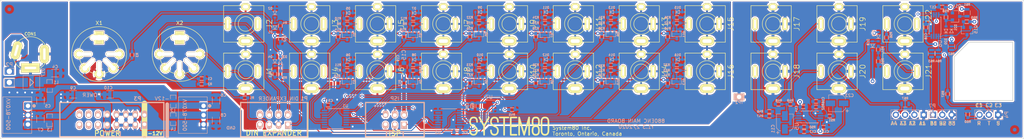
<source format=kicad_pcb>
(kicad_pcb (version 4) (host pcbnew 4.0.2-stable)
  (layers (0 F.Cu signal) (1 In1.Cu signal) (2 In2.Cu signal) (31 B.Cu signal) (34 B.Paste user) (35 F.Paste user) (36 B.SilkS user) (37 F.SilkS user) (38 B.Mask user) (39 F.Mask user) (44 Edge.Cuts user))
  (net 0 "")
  (net 1 "Net-(C1-Pad1)")
  (net 2 GND)
  (net 3 +5V)
  (net 4 "Net-(C4-Pad1)")
  (net 5 "Net-(C5-Pad1)")
  (net 6 "Net-(C6-Pad2)")
  (net 7 "Net-(C7-Pad1)")
  (net 8 "Net-(C8-Pad2)")
  (net 9 +V)
  (net 10 -V)
  (net 11 "Net-(C11-Pad1)")
  (net 12 "Net-(C11-Pad2)")
  (net 13 "Net-(C12-Pad1)")
  (net 14 "Net-(C16-Pad1)")
  (net 15 "Net-(C23-Pad2)")
  (net 16 "Net-(CON1-Pad1)")
  (net 17 "Net-(D1-Pad2)")
  (net 18 "Net-(D3-Pad2)")
  (net 19 "Net-(D5-Pad1)")
  (net 20 "Net-(D6-Pad1)")
  (net 21 "Net-(D7-Pad1)")
  (net 22 "Net-(D8-Pad1)")
  (net 23 "Net-(D9-Pad1)")
  (net 24 "Net-(D10-Pad1)")
  (net 25 "Net-(D11-Pad1)")
  (net 26 "Net-(D12-Pad1)")
  (net 27 "Net-(D13-Pad1)")
  (net 28 "Net-(D14-Pad1)")
  (net 29 "Net-(D15-Pad1)")
  (net 30 "Net-(D16-Pad1)")
  (net 31 "Net-(D17-Pad2)")
  (net 32 "Net-(D20-Pad2)")
  (net 33 "Net-(D20-Pad1)")
  (net 34 "Net-(D21-Pad1)")
  (net 35 ISP_MISO)
  (net 36 ISP_SCK)
  (net 37 ISP_MOSI)
  (net 38 DIN_RUN_STOP)
  (net 39 "Net-(J1-Pad2)")
  (net 40 DIN_TEMPO_CLK)
  (net 41 "Net-(J2-Pad2)")
  (net 42 "Net-(J3-Pad2)")
  (net 43 "Net-(J4-Pad2)")
  (net 44 "Net-(J5-Pad3)")
  (net 45 "Net-(J6-Pad3)")
  (net 46 "Net-(J7-Pad3)")
  (net 47 "Net-(J8-Pad3)")
  (net 48 "Net-(J9-Pad3)")
  (net 49 "Net-(J10-Pad3)")
  (net 50 "Net-(J11-Pad3)")
  (net 51 "Net-(J12-Pad3)")
  (net 52 "Net-(J13-Pad3)")
  (net 53 "Net-(J14-Pad3)")
  (net 54 "Net-(J15-Pad3)")
  (net 55 "Net-(J16-Pad3)")
  (net 56 "Net-(J17-Pad3)")
  (net 57 "Net-(J18-Pad3)")
  (net 58 "Net-(J19-Pad3)")
  (net 59 "Net-(J20-Pad3)")
  (net 60 "Net-(J21-Pad3)")
  (net 61 "Net-(J22-Pad3)")
  (net 62 "Net-(J22-Pad2)")
  (net 63 DIN_RESET)
  (net 64 DIN_FILL)
  (net 65 UART_TX)
  (net 66 "Net-(P4-Pad2)")
  (net 67 "Net-(P4-Pad3)")
  (net 68 /BD)
  (net 69 /SD)
  (net 70 /LT)
  (net 71 /MT)
  (net 72 /HT)
  (net 73 /RS)
  (net 74 /CP)
  (net 75 /MA)
  (net 76 /CB)
  (net 77 /CY)
  (net 78 /OH)
  (net 79 /CH)
  (net 80 "Net-(Q14-Pad3)")
  (net 81 "Net-(Q15-Pad3)")
  (net 82 "Net-(R1-Pad1)")
  (net 83 "Net-(R3-Pad1)")
  (net 84 "Net-(R54-Pad1)")
  (net 85 "Net-(R57-Pad2)")
  (net 86 "Net-(U1-Pad7)")
  (net 87 "Net-(U1-Pad9)")
  (net 88 "Net-(U1-Pad10)")
  (net 89 "Net-(U2-Pad7)")
  (net 90 "Net-(X1-Pad3)")
  (net 91 "Net-(X1-Pad1)")
  (net 92 "Net-(X1-Pad6)")
  (net 93 "Net-(X2-Pad6)")
  (net 94 "Net-(X2-Pad5)")
  (net 95 "Net-(X2-Pad4)")
  (net 96 "Net-(J21-Pad2)")
  (net 97 "Net-(P5-Pad2)")
  (net 98 "Net-(P7-Pad1)")
  (net 99 "Net-(P7-Pad2)")
  (net 100 "Net-(P3-Pad16)")
  (net 101 "Net-(P3-Pad15)")
  (net 102 "Net-(P3-Pad13)")
  (net 103 "Net-(P3-Pad14)")
  (net 104 "Net-(P3-Pad12)")
  (net 105 "Net-(P3-Pad11)")
  (net 106 GNDD)
  (net 107 "Net-(C16-Pad2)")
  (net 108 "Net-(ISP1-Pad5)")
  (net 109 "Net-(U2-Pad9)")
  (module LOGO (layer F.Cu) (at 151 92)
    (fp_text reference G*** hide)
    (fp_text value LOGO hide)
  )
  (module MyModules:fiducial-1mm (layer B.Cu) (at 289 93)
    (fp_text reference REF** hide)
    (fp_text value fiducial-1mm hide)
    (pad 1 smd oval (at 0 0) (size 1 1) (layers B.Cu B.Paste B.Mask) (clearance 0.75))
  )
  (module Housings_SSOP:TSOP-5_1.65x3.05mm_Pitch0.95mm (layer B.Cu) (at 145.5 86.5 180)
    (fp_text reference U7 (at 0 2.45 180) (layer B.SilkS) (effects (justify mirror)))
    (fp_text value 74HC1G125)
    (pad 1 smd rect (at -1.16 0.95 180) (size 0.7 0.51) (layers B.Cu B.Paste B.Mask) (net 38 DIN_RUN_STOP))
    (pad 2 smd rect (at -1.16 0 180) (size 0.7 0.51) (layers B.Cu B.Paste B.Mask) (net 109 "Net-(U2-Pad9)"))
    (pad 3 smd rect (at -1.16 -0.95 180) (size 0.7 0.51) (layers B.Cu B.Paste B.Mask) (net 106 GNDD))
    (pad 4 smd rect (at 1.16 -0.95 180) (size 0.7 0.51) (layers B.Cu B.Paste B.Mask) (net 35 ISP_MISO))
    (pad 6 smd rect (at 1.16 0.95 180) (size 0.7 0.51) (layers B.Cu B.Paste B.Mask) (net 3 +5V))
  )
  (module MyModules:SM0603-C-MURATA (layer B.Cu) (at 120.5 75.85 90)
    (fp_text reference C19 (at 2.45 0.1 90) (layer B.SilkS) (effects (font (size 0.6096 0.6096) (thickness 0.1524)) (justify mirror)))
    (fp_text value 0.1µ hide)
    (pad 1 smd rect (at -0.85 0 90) (size 0.9 0.8) (layers B.Cu B.Paste B.Mask) (net 3 +5V))
    (pad 2 smd rect (at 0.85 0 90) (size 0.9 0.8) (layers B.Cu B.Paste B.Mask) (net 106 GNDD))
  )
  (module Capacitors_SMD:C_0805 (layer B.Cu) (at 122.25 75.75 90)
    (fp_text reference C15 (at 3.25 -0.05 90) (layer B.SilkS) (effects (justify mirror)))
    (fp_text value 1µ)
    (pad 1 smd rect (at -1 0 90) (size 1 1.25) (layers B.Cu B.Paste B.Mask) (net 3 +5V))
    (pad 2 smd rect (at 1 0 90) (size 1 1.25) (layers B.Cu B.Paste B.Mask) (net 106 GNDD))
  )
  (module MyModules:SM0603-C-MURATA (layer B.Cu) (at 67 79)
    (fp_text reference C1 (at 2.25 0) (layer B.SilkS) (effects (font (size 0.6096 0.6096) (thickness 0.1524)) (justify mirror)))
    (fp_text value 0.01µ hide)
    (pad 1 smd rect (at -0.85 0) (size 0.9 0.8) (layers B.Cu B.Paste B.Mask) (net 1 "Net-(C1-Pad1)"))
    (pad 2 smd rect (at 0.85 0) (size 0.9 0.8) (layers B.Cu B.Paste B.Mask) (net 106 GNDD))
  )
  (module MyModules:SM0603-C-MURATA (layer B.Cu) (at 136.75 93.75 180)
    (fp_text reference C2 (at -2.25 0 180) (layer B.SilkS) (effects (font (size 0.6096 0.6096) (thickness 0.1524)) (justify mirror)))
    (fp_text value 0.1µ hide)
    (pad 1 smd rect (at -0.85 0 180) (size 0.9 0.8) (layers B.Cu B.Paste B.Mask) (net 3 +5V))
    (pad 2 smd rect (at 0.85 0 180) (size 0.9 0.8) (layers B.Cu B.Paste B.Mask) (net 106 GNDD))
  )
  (module MyModules:SM0603-C-MURATA (layer B.Cu) (at 101.5 86.25)
    (fp_text reference C3 (at 0.75 -1.25) (layer B.SilkS) (effects (font (size 0.6096 0.6096) (thickness 0.1524)) (justify mirror)))
    (fp_text value 0.1µ hide)
    (pad 1 smd rect (at -0.85 0) (size 0.9 0.8) (layers B.Cu B.Paste B.Mask) (net 3 +5V))
    (pad 2 smd rect (at 0.85 0) (size 0.9 0.8) (layers B.Cu B.Paste B.Mask) (net 106 GNDD))
  )
  (module Capacitors_SMD:C_1206 (layer B.Cu) (at 27 77.5)
    (fp_text reference C4 (at 0 -1.75) (layer B.SilkS) (effects (font (size 0.8 0.8)) (justify mirror)))
    (fp_text value 4.7µ)
    (pad 1 smd rect (at -1.5 0) (size 1 1.6) (layers B.Cu B.Paste B.Mask) (net 4 "Net-(C4-Pad1)"))
    (pad 2 smd rect (at 1.5 0) (size 1 1.6) (layers B.Cu B.Paste B.Mask) (net 2 GND))
  )
  (module Capacitors_SMD:C_1206 (layer B.Cu) (at 23 85 90)
    (fp_text reference C5 (at -1.5 2 180) (layer B.SilkS) (effects (font (size 0.8 0.8)) (justify mirror)))
    (fp_text value " 10µ")
    (pad 1 smd rect (at -1.5 0 90) (size 1 1.6) (layers B.Cu B.Paste B.Mask) (net 5 "Net-(C5-Pad1)"))
    (pad 2 smd rect (at 1.5 0 90) (size 1 1.6) (layers B.Cu B.Paste B.Mask) (net 2 GND))
  )
  (module Capacitors_SMD:C_1206 (layer B.Cu) (at 70.95 85 270)
    (fp_text reference C6 (at -1.5 -2 360) (layer B.SilkS) (effects (font (size 0.8 0.8)) (justify mirror)))
    (fp_text value " 10µ")
    (pad 1 smd rect (at -1.5 0 270) (size 1 1.6) (layers B.Cu B.Paste B.Mask) (net 2 GND))
    (pad 2 smd rect (at 1.5 0 270) (size 1 1.6) (layers B.Cu B.Paste B.Mask) (net 6 "Net-(C6-Pad2)"))
  )
  (module Capacitors_SMD:C_1206 (layer B.Cu) (at 23 90 90)
    (fp_text reference C7 (at -3 0 180) (layer B.SilkS) (effects (font (size 0.8 0.8)) (justify mirror)))
    (fp_text value 22µF)
    (pad 1 smd rect (at -1.5 0 90) (size 1 1.6) (layers B.Cu B.Paste B.Mask) (net 7 "Net-(C7-Pad1)"))
    (pad 2 smd rect (at 1.5 0 90) (size 1 1.6) (layers B.Cu B.Paste B.Mask) (net 2 GND))
  )
  (module Capacitors_SMD:C_1206 (layer B.Cu) (at 70.95 90.5 90)
    (fp_text reference C8 (at 1.5 2 180) (layer B.SilkS) (effects (font (size 0.8 0.8)) (justify mirror)))
    (fp_text value 22µF)
    (pad 1 smd rect (at -1.5 0 90) (size 1 1.6) (layers B.Cu B.Paste B.Mask) (net 2 GND))
    (pad 2 smd rect (at 1.5 0 90) (size 1 1.6) (layers B.Cu B.Paste B.Mask) (net 8 "Net-(C8-Pad2)"))
  )
  (module Capacitors_SMD:C_1206 (layer B.Cu) (at 31.9 83.3 180)
    (fp_text reference C9 (at 0 1.75 180) (layer B.SilkS) (effects (font (size 0.8 0.8)) (justify mirror)))
    (fp_text value 22µF)
    (pad 1 smd rect (at -1.5 0 180) (size 1 1.6) (layers B.Cu B.Paste B.Mask) (net 9 +V))
    (pad 2 smd rect (at 1.5 0 180) (size 1 1.6) (layers B.Cu B.Paste B.Mask) (net 2 GND))
  )
  (module Capacitors_SMD:C_1206 (layer B.Cu) (at 42 83.3)
    (fp_text reference C10 (at -0.5 -1.8) (layer B.SilkS) (effects (font (size 0.8 0.8)) (justify mirror)))
    (fp_text value 22µF)
    (pad 1 smd rect (at -1.5 0) (size 1 1.6) (layers B.Cu B.Paste B.Mask) (net 2 GND))
    (pad 2 smd rect (at 1.5 0) (size 1 1.6) (layers B.Cu B.Paste B.Mask) (net 10 -V))
  )
  (module Capacitors_SMD:CP_Elec_4x5.3 (layer B.Cu) (at 226.25 91 90)
    (fp_text reference C11 (at -1.75 -3.25 90) (layer B.SilkS) (effects (font (size 0.8 0.8)) (justify mirror)))
    (fp_text value 1μ)
    (fp_text user + (at -2.77 -2.01 90) (layer B.SilkS) (effects (justify mirror)))
    (pad 1 smd rect (at -1.8 0 270) (size 2.6 1.6) (layers B.Cu B.Paste B.Mask) (net 11 "Net-(C11-Pad1)"))
    (pad 2 smd rect (at 1.8 0 270) (size 2.6 1.6) (layers B.Cu B.Paste B.Mask) (net 12 "Net-(C11-Pad2)"))
  )
  (module MyModules:SM0603-C-MURATA (layer B.Cu) (at 231.5 93.5 180)
    (fp_text reference C12 (at -2.4 0 360) (layer B.SilkS) (effects (font (size 0.6096 0.6096) (thickness 0.1524)) (justify mirror)))
    (fp_text value 220p hide)
    (pad 1 smd rect (at -0.85 0 180) (size 0.9 0.8) (layers B.Cu B.Paste B.Mask) (net 13 "Net-(C12-Pad1)"))
    (pad 2 smd rect (at 0.85 0 180) (size 0.9 0.8) (layers B.Cu B.Paste B.Mask) (net 11 "Net-(C11-Pad1)"))
  )
  (module MyModules:SM0603-C-MURATA (layer B.Cu) (at 236.8 92.3)
    (fp_text reference C13 (at 0.6 1.2) (layer B.SilkS) (effects (font (size 0.6096 0.6096) (thickness 0.1524)) (justify mirror)))
    (fp_text value 0.1µ hide)
    (pad 1 smd rect (at -0.85 0) (size 0.9 0.8) (layers B.Cu B.Paste B.Mask) (net 9 +V))
    (pad 2 smd rect (at 0.85 0) (size 0.9 0.8) (layers B.Cu B.Paste B.Mask) (net 2 GND))
  )
  (module MyModules:SM0603-C-MURATA (layer B.Cu) (at 231.25 86.75)
    (fp_text reference C14 (at -1.85 0.55 270) (layer B.SilkS) (effects (font (size 0.6096 0.6096) (thickness 0.1524)) (justify mirror)))
    (fp_text value 0.1µ hide)
    (pad 1 smd rect (at -0.85 0) (size 0.9 0.8) (layers B.Cu B.Paste B.Mask) (net 10 -V))
    (pad 2 smd rect (at 0.85 0) (size 0.9 0.8) (layers B.Cu B.Paste B.Mask) (net 2 GND))
  )
  (module MyModules:SM0603-C-MURATA (layer B.Cu) (at 234.75 85.25)
    (fp_text reference C16 (at 1.95 -0.35 90) (layer B.SilkS) (effects (font (size 0.6096 0.6096) (thickness 0.1524)) (justify mirror)))
    (fp_text value 220p hide)
    (pad 1 smd rect (at -0.85 0) (size 0.9 0.8) (layers B.Cu B.Paste B.Mask) (net 14 "Net-(C16-Pad1)"))
    (pad 2 smd rect (at 0.85 0) (size 0.9 0.8) (layers B.Cu B.Paste B.Mask) (net 107 "Net-(C16-Pad2)"))
  )
  (module MyModules:SM0603-C-MURATA (layer B.Cu) (at 269.2 59.4 180)
    (fp_text reference C17 (at 2.5 0 180) (layer B.SilkS) (effects (font (size 0.6096 0.6096) (thickness 0.1524)) (justify mirror)))
    (fp_text value 0.1µ hide)
    (pad 1 smd rect (at -0.85 0 180) (size 0.9 0.8) (layers B.Cu B.Paste B.Mask) (net 9 +V))
    (pad 2 smd rect (at 0.85 0 180) (size 0.9 0.8) (layers B.Cu B.Paste B.Mask) (net 2 GND))
  )
  (module MyModules:SM0603-C-MURATA (layer B.Cu) (at 264.75 64.95 90)
    (fp_text reference C18 (at -2.45 0 90) (layer B.SilkS) (effects (font (size 0.6096 0.6096) (thickness 0.1524)) (justify mirror)))
    (fp_text value 0.1µ hide)
    (pad 1 smd rect (at -0.85 0 90) (size 0.9 0.8) (layers B.Cu B.Paste B.Mask) (net 10 -V))
    (pad 2 smd rect (at 0.85 0 90) (size 0.9 0.8) (layers B.Cu B.Paste B.Mask) (net 2 GND))
  )
  (module Capacitors_SMD:CP_Elec_4x5.3 (layer B.Cu) (at 240.5 85.75 180)
    (fp_text reference C23 (at -3.4 2.15 180) (layer B.SilkS) (effects (font (size 0.8 0.8)) (justify mirror)))
    (fp_text value 1μ)
    (fp_text user + (at -2.77 -2.01 180) (layer B.SilkS) (effects (justify mirror)))
    (pad 1 smd rect (at -1.8 0) (size 2.6 1.6) (layers B.Cu B.Paste B.Mask) (net 13 "Net-(C12-Pad1)"))
    (pad 2 smd rect (at 1.8 0) (size 2.6 1.6) (layers B.Cu B.Paste B.Mask) (net 15 "Net-(C23-Pad2)"))
  )
  (module MyModules:712A-DC-JACK (layer F.Cu) (at 20.25 72.25 180)
    (fp_text reference CON1 (at 0 5.5 180) (layer F.SilkS) (effects (font (size 0.8 0.8))))
    (fp_text value BARREL_JACK)
    (pad 2 thru_hole rect (at 0 -3.81 180) (size 5.08 2.54) (drill oval 3.175 0.635) (layers *.Cu *.Mask F.SilkS) (net 2 GND))
    (pad 3 thru_hole oval (at -3.81 0 270) (size 5.08 2.54) (drill oval 3.175 0.635) (layers *.Cu *.Mask F.SilkS) (net 2 GND))
    (pad 1 thru_hole oval (at 3.81 1 255) (size 5.08 2.54) (drill oval 3.175 0.635) (layers *.Cu *.Mask F.SilkS) (net 16 "Net-(CON1-Pad1)"))
  )
  (module MyModules:SOD323-C1A2 (layer B.Cu) (at 87 65 270)
    (fp_text reference D1 (at 1.25 1.25 360) (layer B.SilkS) (effects (font (size 0.6096 0.6096) (thickness 0.1524)) (justify mirror)))
    (fp_text value NSR0530HT1G hide)
    (pad 2 smd rect (at -1.2446 0 270) (size 0.6096 0.762) (layers B.Cu B.Paste B.Mask) (net 17 "Net-(D1-Pad2)"))
    (pad 1 smd rect (at 1.2446 0 270) (size 0.6096 0.762) (layers B.Cu B.Paste B.Mask) (net 3 +5V))
  )
  (module MyModules:SOD323-C1A2 (layer B.Cu) (at 87 61 270)
    (fp_text reference D2 (at -1.25 1.25 360) (layer B.SilkS) (effects (font (size 0.6096 0.6096) (thickness 0.1524)) (justify mirror)))
    (fp_text value NSR0530HT1G hide)
    (pad 2 smd rect (at -1.2446 0 270) (size 0.6096 0.762) (layers B.Cu B.Paste B.Mask) (net 106 GNDD))
    (pad 1 smd rect (at 1.2446 0 270) (size 0.6096 0.762) (layers B.Cu B.Paste B.Mask) (net 17 "Net-(D1-Pad2)"))
  )
  (module MyModules:SOD323-C1A2 (layer B.Cu) (at 88.5 74.25 90)
    (fp_text reference D3 (at 1.25 1.25 180) (layer B.SilkS) (effects (font (size 0.6096 0.6096) (thickness 0.1524)) (justify mirror)))
    (fp_text value NSR0530HT1G hide)
    (pad 2 smd rect (at -1.2446 0 90) (size 0.6096 0.762) (layers B.Cu B.Paste B.Mask) (net 18 "Net-(D3-Pad2)"))
    (pad 1 smd rect (at 1.2446 0 90) (size 0.6096 0.762) (layers B.Cu B.Paste B.Mask) (net 3 +5V))
  )
  (module MyModules:SOD323-C1A2 (layer B.Cu) (at 87 74.25 270)
    (fp_text reference D4 (at -1.25 1.25 360) (layer B.SilkS) (effects (font (size 0.6096 0.6096) (thickness 0.1524)) (justify mirror)))
    (fp_text value NSR0530HT1G hide)
    (pad 2 smd rect (at -1.2446 0 270) (size 0.6096 0.762) (layers B.Cu B.Paste B.Mask) (net 106 GNDD))
    (pad 1 smd rect (at 1.2446 0 270) (size 0.6096 0.762) (layers B.Cu B.Paste B.Mask) (net 18 "Net-(D3-Pad2)"))
  )
  (module MyModules:SOD323-C1A2 (layer B.Cu) (at 107 61 180)
    (fp_text reference D5 (at 0 1.25 360) (layer B.SilkS) (effects (font (size 0.6096 0.6096) (thickness 0.1524)) (justify mirror)))
    (fp_text value 1N4148 hide)
    (pad 2 smd rect (at -1.2446 0 180) (size 0.6096 0.762) (layers B.Cu B.Paste B.Mask) (net 106 GNDD))
    (pad 1 smd rect (at 1.2446 0 180) (size 0.6096 0.762) (layers B.Cu B.Paste B.Mask) (net 19 "Net-(D5-Pad1)"))
  )
  (module MyModules:SOD323-C1A2 (layer B.Cu) (at 107 73.75 180)
    (fp_text reference D6 (at 0 1.25 180) (layer B.SilkS) (effects (font (size 0.6096 0.6096) (thickness 0.1524)) (justify mirror)))
    (fp_text value 1N4148 hide)
    (pad 2 smd rect (at -1.2446 0 180) (size 0.6096 0.762) (layers B.Cu B.Paste B.Mask) (net 106 GNDD))
    (pad 1 smd rect (at 1.2446 0 180) (size 0.6096 0.762) (layers B.Cu B.Paste B.Mask) (net 20 "Net-(D6-Pad1)"))
  )
  (module MyModules:SOD323-C1A2 (layer B.Cu) (at 125 61 180)
    (fp_text reference D7 (at 0 1.25 180) (layer B.SilkS) (effects (font (size 0.6096 0.6096) (thickness 0.1524)) (justify mirror)))
    (fp_text value 1N4148 hide)
    (pad 2 smd rect (at -1.2446 0 180) (size 0.6096 0.762) (layers B.Cu B.Paste B.Mask) (net 106 GNDD))
    (pad 1 smd rect (at 1.2446 0 180) (size 0.6096 0.762) (layers B.Cu B.Paste B.Mask) (net 21 "Net-(D7-Pad1)"))
  )
  (module MyModules:SOD323-C1A2 (layer B.Cu) (at 125 73.75 180)
    (fp_text reference D8 (at 0 1.25 180) (layer B.SilkS) (effects (font (size 0.6096 0.6096) (thickness 0.1524)) (justify mirror)))
    (fp_text value 1N4148 hide)
    (pad 2 smd rect (at -1.2446 0 180) (size 0.6096 0.762) (layers B.Cu B.Paste B.Mask) (net 106 GNDD))
    (pad 1 smd rect (at 1.2446 0 180) (size 0.6096 0.762) (layers B.Cu B.Paste B.Mask) (net 22 "Net-(D8-Pad1)"))
  )
  (module MyModules:SOD323-C1A2 (layer B.Cu) (at 143 60.75 180)
    (fp_text reference D9 (at 0 1.25 180) (layer B.SilkS) (effects (font (size 0.6096 0.6096) (thickness 0.1524)) (justify mirror)))
    (fp_text value 1N4148 hide)
    (pad 2 smd rect (at -1.2446 0 180) (size 0.6096 0.762) (layers B.Cu B.Paste B.Mask) (net 106 GNDD))
    (pad 1 smd rect (at 1.2446 0 180) (size 0.6096 0.762) (layers B.Cu B.Paste B.Mask) (net 23 "Net-(D9-Pad1)"))
  )
  (module MyModules:SOD323-C1A2 (layer B.Cu) (at 143 73.75 180)
    (fp_text reference D10 (at 0 1.25 180) (layer B.SilkS) (effects (font (size 0.6096 0.6096) (thickness 0.1524)) (justify mirror)))
    (fp_text value 1N4148 hide)
    (pad 2 smd rect (at -1.2446 0 180) (size 0.6096 0.762) (layers B.Cu B.Paste B.Mask) (net 106 GNDD))
    (pad 1 smd rect (at 1.2446 0 180) (size 0.6096 0.762) (layers B.Cu B.Paste B.Mask) (net 24 "Net-(D10-Pad1)"))
  )
  (module MyModules:SOD323-C1A2 (layer B.Cu) (at 161 60.75 180)
    (fp_text reference D11 (at 0 1.25 180) (layer B.SilkS) (effects (font (size 0.6096 0.6096) (thickness 0.1524)) (justify mirror)))
    (fp_text value 1N4148 hide)
    (pad 2 smd rect (at -1.2446 0 180) (size 0.6096 0.762) (layers B.Cu B.Paste B.Mask) (net 106 GNDD))
    (pad 1 smd rect (at 1.2446 0 180) (size 0.6096 0.762) (layers B.Cu B.Paste B.Mask) (net 25 "Net-(D11-Pad1)"))
  )
  (module MyModules:SOD323-C1A2 (layer B.Cu) (at 161 73.75 180)
    (fp_text reference D12 (at 0 1.25 180) (layer B.SilkS) (effects (font (size 0.6096 0.6096) (thickness 0.1524)) (justify mirror)))
    (fp_text value 1N4148 hide)
    (pad 2 smd rect (at -1.2446 0 180) (size 0.6096 0.762) (layers B.Cu B.Paste B.Mask) (net 106 GNDD))
    (pad 1 smd rect (at 1.2446 0 180) (size 0.6096 0.762) (layers B.Cu B.Paste B.Mask) (net 26 "Net-(D12-Pad1)"))
  )
  (module MyModules:SOD323-C1A2 (layer B.Cu) (at 179 60.75 180)
    (fp_text reference D13 (at 0 1.25 180) (layer B.SilkS) (effects (font (size 0.6096 0.6096) (thickness 0.1524)) (justify mirror)))
    (fp_text value 1N4148 hide)
    (pad 2 smd rect (at -1.2446 0 180) (size 0.6096 0.762) (layers B.Cu B.Paste B.Mask) (net 106 GNDD))
    (pad 1 smd rect (at 1.2446 0 180) (size 0.6096 0.762) (layers B.Cu B.Paste B.Mask) (net 27 "Net-(D13-Pad1)"))
  )
  (module MyModules:SOD323-C1A2 (layer B.Cu) (at 179 73.75 180)
    (fp_text reference D14 (at 0 1.25 180) (layer B.SilkS) (effects (font (size 0.6096 0.6096) (thickness 0.1524)) (justify mirror)))
    (fp_text value 1N4148 hide)
    (pad 2 smd rect (at -1.2446 0 180) (size 0.6096 0.762) (layers B.Cu B.Paste B.Mask) (net 106 GNDD))
    (pad 1 smd rect (at 1.2446 0 180) (size 0.6096 0.762) (layers B.Cu B.Paste B.Mask) (net 28 "Net-(D14-Pad1)"))
  )
  (module MyModules:SOD323-C1A2 (layer B.Cu) (at 197 60.75 180)
    (fp_text reference D15 (at 0 1.25 180) (layer B.SilkS) (effects (font (size 0.6096 0.6096) (thickness 0.1524)) (justify mirror)))
    (fp_text value 1N4148 hide)
    (pad 2 smd rect (at -1.2446 0 180) (size 0.6096 0.762) (layers B.Cu B.Paste B.Mask) (net 106 GNDD))
    (pad 1 smd rect (at 1.2446 0 180) (size 0.6096 0.762) (layers B.Cu B.Paste B.Mask) (net 29 "Net-(D15-Pad1)"))
  )
  (module MyModules:SOD323-C1A2 (layer B.Cu) (at 197 73.75 180)
    (fp_text reference D16 (at 0 1.25 180) (layer B.SilkS) (effects (font (size 0.6096 0.6096) (thickness 0.1524)) (justify mirror)))
    (fp_text value 1N4148 hide)
    (pad 2 smd rect (at -1.2446 0 180) (size 0.6096 0.762) (layers B.Cu B.Paste B.Mask) (net 106 GNDD))
    (pad 1 smd rect (at 1.2446 0 180) (size 0.6096 0.762) (layers B.Cu B.Paste B.Mask) (net 30 "Net-(D16-Pad1)"))
  )
  (module MyModules:SMB-1C2A (layer B.Cu) (at 20.49964 80.04 180)
    (fp_text reference D17 (at -3.20036 2.74 270) (layer B.SilkS) (effects (font (size 0.8 0.8)) (justify mirror)))
    (fp_text value MBRS240LT3G hide)
    (pad 2 smd rect (at 2.19964 0 180) (size 2.39776 2.39776) (layers B.Cu B.Paste B.Mask) (net 31 "Net-(D17-Pad2)"))
    (pad 1 smd rect (at -2.19964 0 180) (size 2.39776 2.39776) (layers B.Cu B.Paste B.Mask) (net 4 "Net-(C4-Pad1)"))
  )
  (module MyModules:SOD323-C1A2 (layer B.Cu) (at 250.2 70 270)
    (fp_text reference D18 (at -1 1.2 270) (layer B.SilkS) (effects (font (size 0.6096 0.6096) (thickness 0.1524)) (justify mirror)))
    (fp_text value 1N4148 hide)
    (pad 2 smd rect (at -1.2446 0 270) (size 0.6096 0.762) (layers B.Cu B.Paste B.Mask) (net 14 "Net-(C16-Pad1)"))
    (pad 1 smd rect (at 1.2446 0 270) (size 0.6096 0.762) (layers B.Cu B.Paste B.Mask) (net 9 +V))
  )
  (module MyModules:SOD323-C1A2 (layer B.Cu) (at 251.75 67.5 270)
    (fp_text reference D19 (at -1 1.25 270) (layer B.SilkS) (effects (font (size 0.6096 0.6096) (thickness 0.1524)) (justify mirror)))
    (fp_text value 1N4148 hide)
    (pad 2 smd rect (at -1.2446 0 270) (size 0.6096 0.762) (layers B.Cu B.Paste B.Mask) (net 10 -V))
    (pad 1 smd rect (at 1.2446 0 270) (size 0.6096 0.762) (layers B.Cu B.Paste B.Mask) (net 14 "Net-(C16-Pad1)"))
  )
  (module MyModules:SOD323-C1A2 (layer B.Cu) (at 270.25 65.95 270)
    (fp_text reference D20 (at 2.85 0.05 450) (layer B.SilkS) (effects (font (size 0.6096 0.6096) (thickness 0.1524)) (justify mirror)))
    (fp_text value 1N4148 hide)
    (pad 2 smd rect (at -1.2446 0 270) (size 0.6096 0.762) (layers B.Cu B.Paste B.Mask) (net 32 "Net-(D20-Pad2)"))
    (pad 1 smd rect (at 1.2446 0 270) (size 0.6096 0.762) (layers B.Cu B.Paste B.Mask) (net 33 "Net-(D20-Pad1)"))
  )
  (module MyModules:SOD323-C1A2 (layer B.Cu) (at 271.75 65.95 90)
    (fp_text reference D21 (at 0.95 1.15 90) (layer B.SilkS) (effects (font (size 0.6096 0.6096) (thickness 0.1524)) (justify mirror)))
    (fp_text value 1N4148 hide)
    (pad 2 smd rect (at -1.2446 0 90) (size 0.6096 0.762) (layers B.Cu B.Paste B.Mask) (net 33 "Net-(D20-Pad1)"))
    (pad 1 smd rect (at 1.2446 0 90) (size 0.6096 0.762) (layers B.Cu B.Paste B.Mask) (net 34 "Net-(D21-Pad1)"))
  )
  (module w_conn_strip:vasch_strip_3x2 (layer B.Cu) (at 119.75 90.25 180)
    (fp_text reference ISP1 hide)
    (fp_text value CONN_02X03 hide)
    (pad 1 thru_hole rect (at -2.54 -1.27 180) (size 1.5 2) (drill 1 (offset 0 -0.25)) (layers *.Cu *.Mask B.SilkS) (net 35 ISP_MISO))
    (pad 2 thru_hole oval (at -2.54 1.27 180) (size 1.5 2) (drill 1 (offset 0 0.25)) (layers *.Cu *.Mask B.SilkS) (net 3 +5V))
    (pad 3 thru_hole oval (at 0 -1.27 180) (size 1.5 2) (drill 1 (offset 0 -0.25)) (layers *.Cu *.Mask B.SilkS) (net 36 ISP_SCK))
    (pad 4 thru_hole oval (at 0 1.27 180) (size 1.5 2) (drill 1 (offset 0 0.25)) (layers *.Cu *.Mask B.SilkS) (net 37 ISP_MOSI))
    (pad 5 thru_hole oval (at 2.54 -1.27 180) (size 1.5 2) (drill 1 (offset 0 -0.25)) (layers *.Cu *.Mask B.SilkS) (net 108 "Net-(ISP1-Pad5)"))
    (pad 6 thru_hole oval (at 2.54 1.27 180) (size 1.5 2) (drill 1 (offset 0 0.25)) (layers *.Cu *.Mask B.SilkS) (net 106 GNDD))
  )
  (module MyModules:PJ-301B-JACK-SLOTS (layer F.Cu) (at 79 77 90)
    (fp_text reference J1 (at 0 6.5 90) (layer F.SilkS) (effects (font (size 1.5 1.5))))
    (fp_text value RUN/STOP hide)
    (pad 1 thru_hole oval (at -4.7 0 90) (size 2.5 4) (drill oval 1 2.5) (layers *.Cu *.Mask F.SilkS) (net 106 GNDD))
    (pad 1 thru_hole oval (at 4.7 0 90) (size 2 2.5) (drill oval 1 1.5) (layers *.Cu *.Mask F.SilkS) (net 106 GNDD))
    (pad 3 thru_hole oval (at 0 -4.9 90) (size 3.5 1.5) (drill oval 2.5 0.5) (layers *.Cu *.Mask F.SilkS) (net 38 DIN_RUN_STOP))
    (pad 2 thru_hole oval (at 0 3.3 90) (size 3.5 1.5) (drill oval 2.5 0.5) (layers *.Cu *.Mask F.SilkS) (net 39 "Net-(J1-Pad2)"))
  )
  (module MyModules:PJ-301B-JACK-SLOTS (layer F.Cu) (at 79 64 90)
    (fp_text reference J2 (at 0 6.5 90) (layer F.SilkS) (effects (font (size 1.5 1.5))))
    (fp_text value "SYNC24 CLK" hide)
    (pad 1 thru_hole oval (at -4.7 0 90) (size 2.5 4) (drill oval 1 2.5) (layers *.Cu *.Mask F.SilkS) (net 106 GNDD))
    (pad 1 thru_hole oval (at 4.7 0 90) (size 2 2.5) (drill oval 1 1.5) (layers *.Cu *.Mask F.SilkS) (net 106 GNDD))
    (pad 3 thru_hole oval (at 0 -4.9 90) (size 3.5 1.5) (drill oval 2.5 0.5) (layers *.Cu *.Mask F.SilkS) (net 40 DIN_TEMPO_CLK))
    (pad 2 thru_hole oval (at 0 3.3 90) (size 3.5 1.5) (drill oval 2.5 0.5) (layers *.Cu *.Mask F.SilkS) (net 41 "Net-(J2-Pad2)"))
  )
  (module MyModules:PJ-301B-JACK-SLOTS (layer F.Cu) (at 97 64 90)
    (fp_text reference J3 (at 0 6.5 90) (layer F.SilkS) (effects (font (size 1.5 1.5))))
    (fp_text value "ASSIGN 1" hide)
    (pad 1 thru_hole oval (at -4.7 0 90) (size 2.5 4) (drill oval 1 2.5) (layers *.Cu *.Mask F.SilkS) (net 106 GNDD))
    (pad 1 thru_hole oval (at 4.7 0 90) (size 2 2.5) (drill oval 1 1.5) (layers *.Cu *.Mask F.SilkS) (net 106 GNDD))
    (pad 3 thru_hole oval (at 0 -4.9 90) (size 3.5 1.5) (drill oval 2.5 0.5) (layers *.Cu *.Mask F.SilkS) (net 17 "Net-(D1-Pad2)"))
    (pad 2 thru_hole oval (at 0 3.3 90) (size 3.5 1.5) (drill oval 2.5 0.5) (layers *.Cu *.Mask F.SilkS) (net 42 "Net-(J3-Pad2)"))
  )
  (module MyModules:PJ-301B-JACK-SLOTS (layer F.Cu) (at 97 77 90)
    (fp_text reference J4 (at 0 6.5 90) (layer F.SilkS) (effects (font (size 1.5 1.5))))
    (fp_text value "ASSIGN 2" hide)
    (pad 1 thru_hole oval (at -4.7 0 90) (size 2.5 4) (drill oval 1 2.5) (layers *.Cu *.Mask F.SilkS) (net 106 GNDD))
    (pad 1 thru_hole oval (at 4.7 0 90) (size 2 2.5) (drill oval 1 1.5) (layers *.Cu *.Mask F.SilkS) (net 106 GNDD))
    (pad 3 thru_hole oval (at 0 -4.9 90) (size 3.5 1.5) (drill oval 2.5 0.5) (layers *.Cu *.Mask F.SilkS) (net 18 "Net-(D3-Pad2)"))
    (pad 2 thru_hole oval (at 0 3.3 90) (size 3.5 1.5) (drill oval 2.5 0.5) (layers *.Cu *.Mask F.SilkS) (net 43 "Net-(J4-Pad2)"))
  )
  (module MyModules:PJ-301B-JACK-SLOTS (layer F.Cu) (at 115 64 90)
    (fp_text reference J5 (at 0 6.5 90) (layer F.SilkS) (effects (font (size 1.5 1.5))))
    (fp_text value "BD IN" hide)
    (pad 1 thru_hole oval (at -4.7 0 90) (size 2.5 4) (drill oval 1 2.5) (layers *.Cu *.Mask F.SilkS) (net 106 GNDD))
    (pad 1 thru_hole oval (at 4.7 0 90) (size 2 2.5) (drill oval 1 1.5) (layers *.Cu *.Mask F.SilkS) (net 106 GNDD))
    (pad 3 thru_hole oval (at 0 -4.9 90) (size 3.5 1.5) (drill oval 2.5 0.5) (layers *.Cu *.Mask F.SilkS) (net 44 "Net-(J5-Pad3)"))
    (pad 2 thru_hole oval (at 0 3.3 90) (size 3.5 1.5) (drill oval 2.5 0.5) (layers *.Cu *.Mask F.SilkS) (net 106 GNDD))
  )
  (module MyModules:PJ-301B-JACK-SLOTS (layer F.Cu) (at 115 77 90)
    (fp_text reference J6 (at 0 6.5 90) (layer F.SilkS) (effects (font (size 1.5 1.5))))
    (fp_text value "SD IN" hide)
    (pad 1 thru_hole oval (at -4.7 0 90) (size 2.5 4) (drill oval 1 2.5) (layers *.Cu *.Mask F.SilkS) (net 106 GNDD))
    (pad 1 thru_hole oval (at 4.7 0 90) (size 2 2.5) (drill oval 1 1.5) (layers *.Cu *.Mask F.SilkS) (net 106 GNDD))
    (pad 3 thru_hole oval (at 0 -4.9 90) (size 3.5 1.5) (drill oval 2.5 0.5) (layers *.Cu *.Mask F.SilkS) (net 45 "Net-(J6-Pad3)"))
    (pad 2 thru_hole oval (at 0 3.3 90) (size 3.5 1.5) (drill oval 2.5 0.5) (layers *.Cu *.Mask F.SilkS) (net 106 GNDD))
  )
  (module MyModules:PJ-301B-JACK-SLOTS (layer F.Cu) (at 133 64 90)
    (fp_text reference J7 (at 0 6.5 90) (layer F.SilkS) (effects (font (size 1.5 1.5))))
    (fp_text value "LT IN" hide)
    (pad 1 thru_hole oval (at -4.7 0 90) (size 2.5 4) (drill oval 1 2.5) (layers *.Cu *.Mask F.SilkS) (net 106 GNDD))
    (pad 1 thru_hole oval (at 4.7 0 90) (size 2 2.5) (drill oval 1 1.5) (layers *.Cu *.Mask F.SilkS) (net 106 GNDD))
    (pad 3 thru_hole oval (at 0 -4.9 90) (size 3.5 1.5) (drill oval 2.5 0.5) (layers *.Cu *.Mask F.SilkS) (net 46 "Net-(J7-Pad3)"))
    (pad 2 thru_hole oval (at 0 3.3 90) (size 3.5 1.5) (drill oval 2.5 0.5) (layers *.Cu *.Mask F.SilkS) (net 106 GNDD))
  )
  (module MyModules:PJ-301B-JACK-SLOTS (layer F.Cu) (at 133 77 90)
    (fp_text reference J8 (at 0 6.5 90) (layer F.SilkS) (effects (font (size 1.5 1.5))))
    (fp_text value "MT IN" hide)
    (pad 1 thru_hole oval (at -4.7 0 90) (size 2.5 4) (drill oval 1 2.5) (layers *.Cu *.Mask F.SilkS) (net 106 GNDD))
    (pad 1 thru_hole oval (at 4.7 0 90) (size 2 2.5) (drill oval 1 1.5) (layers *.Cu *.Mask F.SilkS) (net 106 GNDD))
    (pad 3 thru_hole oval (at 0 -4.9 90) (size 3.5 1.5) (drill oval 2.5 0.5) (layers *.Cu *.Mask F.SilkS) (net 47 "Net-(J8-Pad3)"))
    (pad 2 thru_hole oval (at 0 3.3 90) (size 3.5 1.5) (drill oval 2.5 0.5) (layers *.Cu *.Mask F.SilkS) (net 106 GNDD))
  )
  (module MyModules:PJ-301B-JACK-SLOTS (layer F.Cu) (at 151 64 90)
    (fp_text reference J9 (at 0 6.5 90) (layer F.SilkS) (effects (font (size 1.5 1.5))))
    (fp_text value "HT IN" hide)
    (pad 1 thru_hole oval (at -4.7 0 90) (size 2.5 4) (drill oval 1 2.5) (layers *.Cu *.Mask F.SilkS) (net 106 GNDD))
    (pad 1 thru_hole oval (at 4.7 0 90) (size 2 2.5) (drill oval 1 1.5) (layers *.Cu *.Mask F.SilkS) (net 106 GNDD))
    (pad 3 thru_hole oval (at 0 -4.9 90) (size 3.5 1.5) (drill oval 2.5 0.5) (layers *.Cu *.Mask F.SilkS) (net 48 "Net-(J9-Pad3)"))
    (pad 2 thru_hole oval (at 0 3.3 90) (size 3.5 1.5) (drill oval 2.5 0.5) (layers *.Cu *.Mask F.SilkS) (net 106 GNDD))
  )
  (module MyModules:PJ-301B-JACK-SLOTS (layer F.Cu) (at 151 77 90)
    (fp_text reference J10 (at 0 6.5 90) (layer F.SilkS) (effects (font (size 1.5 1.5))))
    (fp_text value "RS IN" hide)
    (pad 1 thru_hole oval (at -4.7 0 90) (size 2.5 4) (drill oval 1 2.5) (layers *.Cu *.Mask F.SilkS) (net 106 GNDD))
    (pad 1 thru_hole oval (at 4.7 0 90) (size 2 2.5) (drill oval 1 1.5) (layers *.Cu *.Mask F.SilkS) (net 106 GNDD))
    (pad 3 thru_hole oval (at 0 -4.9 90) (size 3.5 1.5) (drill oval 2.5 0.5) (layers *.Cu *.Mask F.SilkS) (net 49 "Net-(J10-Pad3)"))
    (pad 2 thru_hole oval (at 0 3.3 90) (size 3.5 1.5) (drill oval 2.5 0.5) (layers *.Cu *.Mask F.SilkS) (net 106 GNDD))
  )
  (module MyModules:PJ-301B-JACK-SLOTS (layer F.Cu) (at 169 64 90)
    (fp_text reference J11 (at 0 6.5 90) (layer F.SilkS) (effects (font (size 1.5 1.5))))
    (fp_text value "CP IN" hide)
    (pad 1 thru_hole oval (at -4.7 0 90) (size 2.5 4) (drill oval 1 2.5) (layers *.Cu *.Mask F.SilkS) (net 106 GNDD))
    (pad 1 thru_hole oval (at 4.7 0 90) (size 2 2.5) (drill oval 1 1.5) (layers *.Cu *.Mask F.SilkS) (net 106 GNDD))
    (pad 3 thru_hole oval (at 0 -4.9 90) (size 3.5 1.5) (drill oval 2.5 0.5) (layers *.Cu *.Mask F.SilkS) (net 50 "Net-(J11-Pad3)"))
    (pad 2 thru_hole oval (at 0 3.3 90) (size 3.5 1.5) (drill oval 2.5 0.5) (layers *.Cu *.Mask F.SilkS) (net 106 GNDD))
  )
  (module MyModules:PJ-301B-JACK-SLOTS (layer F.Cu) (at 169 77 90)
    (fp_text reference J12 (at 0 6.5 90) (layer F.SilkS) (effects (font (size 1.5 1.5))))
    (fp_text value "MA IN" hide)
    (pad 1 thru_hole oval (at -4.7 0 90) (size 2.5 4) (drill oval 1 2.5) (layers *.Cu *.Mask F.SilkS) (net 106 GNDD))
    (pad 1 thru_hole oval (at 4.7 0 90) (size 2 2.5) (drill oval 1 1.5) (layers *.Cu *.Mask F.SilkS) (net 106 GNDD))
    (pad 3 thru_hole oval (at 0 -4.9 90) (size 3.5 1.5) (drill oval 2.5 0.5) (layers *.Cu *.Mask F.SilkS) (net 51 "Net-(J12-Pad3)"))
    (pad 2 thru_hole oval (at 0 3.3 90) (size 3.5 1.5) (drill oval 2.5 0.5) (layers *.Cu *.Mask F.SilkS) (net 106 GNDD))
  )
  (module MyModules:PJ-301B-JACK-SLOTS (layer F.Cu) (at 187 64 90)
    (fp_text reference J13 (at 0 6.5 90) (layer F.SilkS) (effects (font (size 1.5 1.5))))
    (fp_text value "CB IN" hide)
    (pad 1 thru_hole oval (at -4.7 0 90) (size 2.5 4) (drill oval 1 2.5) (layers *.Cu *.Mask F.SilkS) (net 106 GNDD))
    (pad 1 thru_hole oval (at 4.7 0 90) (size 2 2.5) (drill oval 1 1.5) (layers *.Cu *.Mask F.SilkS) (net 106 GNDD))
    (pad 3 thru_hole oval (at 0 -4.9 90) (size 3.5 1.5) (drill oval 2.5 0.5) (layers *.Cu *.Mask F.SilkS) (net 52 "Net-(J13-Pad3)"))
    (pad 2 thru_hole oval (at 0 3.3 90) (size 3.5 1.5) (drill oval 2.5 0.5) (layers *.Cu *.Mask F.SilkS) (net 106 GNDD))
  )
  (module MyModules:PJ-301B-JACK-SLOTS (layer F.Cu) (at 187 77 90)
    (fp_text reference J14 (at 0 6.5 90) (layer F.SilkS) (effects (font (size 1.5 1.5))))
    (fp_text value "CY IN" hide)
    (pad 1 thru_hole oval (at -4.7 0 90) (size 2.5 4) (drill oval 1 2.5) (layers *.Cu *.Mask F.SilkS) (net 106 GNDD))
    (pad 1 thru_hole oval (at 4.7 0 90) (size 2 2.5) (drill oval 1 1.5) (layers *.Cu *.Mask F.SilkS) (net 106 GNDD))
    (pad 3 thru_hole oval (at 0 -4.9 90) (size 3.5 1.5) (drill oval 2.5 0.5) (layers *.Cu *.Mask F.SilkS) (net 53 "Net-(J14-Pad3)"))
    (pad 2 thru_hole oval (at 0 3.3 90) (size 3.5 1.5) (drill oval 2.5 0.5) (layers *.Cu *.Mask F.SilkS) (net 106 GNDD))
  )
  (module MyModules:PJ-301B-JACK-SLOTS (layer F.Cu) (at 205 64 90)
    (fp_text reference J15 (at 0 6.5 90) (layer F.SilkS) (effects (font (size 1.5 1.5))))
    (fp_text value "OH IN" hide)
    (pad 1 thru_hole oval (at -4.7 0 90) (size 2.5 4) (drill oval 1 2.5) (layers *.Cu *.Mask F.SilkS) (net 106 GNDD))
    (pad 1 thru_hole oval (at 4.7 0 90) (size 2 2.5) (drill oval 1 1.5) (layers *.Cu *.Mask F.SilkS) (net 106 GNDD))
    (pad 3 thru_hole oval (at 0 -4.9 90) (size 3.5 1.5) (drill oval 2.5 0.5) (layers *.Cu *.Mask F.SilkS) (net 54 "Net-(J15-Pad3)"))
    (pad 2 thru_hole oval (at 0 3.3 90) (size 3.5 1.5) (drill oval 2.5 0.5) (layers *.Cu *.Mask F.SilkS) (net 106 GNDD))
  )
  (module MyModules:PJ-301B-JACK-SLOTS (layer F.Cu) (at 205 77 90)
    (fp_text reference J16 (at 0 6.5 90) (layer F.SilkS) (effects (font (size 1.5 1.5))))
    (fp_text value "CH IN" hide)
    (pad 1 thru_hole oval (at -4.7 0 90) (size 2.5 4) (drill oval 1 2.5) (layers *.Cu *.Mask F.SilkS) (net 106 GNDD))
    (pad 1 thru_hole oval (at 4.7 0 90) (size 2 2.5) (drill oval 1 1.5) (layers *.Cu *.Mask F.SilkS) (net 106 GNDD))
    (pad 3 thru_hole oval (at 0 -4.9 90) (size 3.5 1.5) (drill oval 2.5 0.5) (layers *.Cu *.Mask F.SilkS) (net 55 "Net-(J16-Pad3)"))
    (pad 2 thru_hole oval (at 0 3.3 90) (size 3.5 1.5) (drill oval 2.5 0.5) (layers *.Cu *.Mask F.SilkS) (net 106 GNDD))
  )
  (module MyModules:PJ-301B-JACK-SLOTS (layer F.Cu) (at 223 64 90)
    (fp_text reference J17 (at 0 6.5 90) (layer F.SilkS) (effects (font (size 1.5 1.5))))
    (fp_text value "IN 1" hide)
    (pad 1 thru_hole oval (at -4.7 0 90) (size 2.5 4) (drill oval 1 2.5) (layers *.Cu *.Mask F.SilkS) (net 2 GND))
    (pad 1 thru_hole oval (at 4.7 0 90) (size 2 2.5) (drill oval 1 1.5) (layers *.Cu *.Mask F.SilkS) (net 2 GND))
    (pad 3 thru_hole oval (at 0 -4.9 90) (size 3.5 1.5) (drill oval 2.5 0.5) (layers *.Cu *.Mask F.SilkS) (net 56 "Net-(J17-Pad3)"))
    (pad 2 thru_hole oval (at 0 3.3 90) (size 3.5 1.5) (drill oval 2.5 0.5) (layers *.Cu *.Mask F.SilkS) (net 2 GND))
  )
  (module MyModules:PJ-301B-JACK-SLOTS (layer F.Cu) (at 223 77 90)
    (fp_text reference J18 (at 0 6.5 90) (layer F.SilkS) (effects (font (size 1.5 1.5))))
    (fp_text value "IN 2" hide)
    (pad 1 thru_hole oval (at -4.7 0 90) (size 2.5 4) (drill oval 1 2.5) (layers *.Cu *.Mask F.SilkS) (net 2 GND))
    (pad 1 thru_hole oval (at 4.7 0 90) (size 2 2.5) (drill oval 1 1.5) (layers *.Cu *.Mask F.SilkS) (net 2 GND))
    (pad 3 thru_hole oval (at 0 -4.9 90) (size 3.5 1.5) (drill oval 2.5 0.5) (layers *.Cu *.Mask F.SilkS) (net 57 "Net-(J18-Pad3)"))
    (pad 2 thru_hole oval (at 0 3.3 90) (size 3.5 1.5) (drill oval 2.5 0.5) (layers *.Cu *.Mask F.SilkS) (net 2 GND))
  )
  (module MyModules:PJ-301B-JACK-SLOTS (layer F.Cu) (at 241 64 90)
    (fp_text reference J19 (at 0 6.5 90) (layer F.SilkS) (effects (font (size 1.5 1.5))))
    (fp_text value "IN 3" hide)
    (pad 1 thru_hole oval (at -4.7 0 90) (size 2.5 4) (drill oval 1 2.5) (layers *.Cu *.Mask F.SilkS) (net 2 GND))
    (pad 1 thru_hole oval (at 4.7 0 90) (size 2 2.5) (drill oval 1 1.5) (layers *.Cu *.Mask F.SilkS) (net 2 GND))
    (pad 3 thru_hole oval (at 0 -4.9 90) (size 3.5 1.5) (drill oval 2.5 0.5) (layers *.Cu *.Mask F.SilkS) (net 58 "Net-(J19-Pad3)"))
    (pad 2 thru_hole oval (at 0 3.3 90) (size 3.5 1.5) (drill oval 2.5 0.5) (layers *.Cu *.Mask F.SilkS) (net 2 GND))
  )
  (module MyModules:PJ-301B-JACK-SLOTS (layer F.Cu) (at 241 77 90)
    (fp_text reference J20 (at 0 6.5 90) (layer F.SilkS) (effects (font (size 1.5 1.5))))
    (fp_text value "IN 4" hide)
    (pad 1 thru_hole oval (at -4.7 0 90) (size 2.5 4) (drill oval 1 2.5) (layers *.Cu *.Mask F.SilkS) (net 2 GND))
    (pad 1 thru_hole oval (at 4.7 0 90) (size 2 2.5) (drill oval 1 1.5) (layers *.Cu *.Mask F.SilkS) (net 2 GND))
    (pad 3 thru_hole oval (at 0 -4.9 90) (size 3.5 1.5) (drill oval 2.5 0.5) (layers *.Cu *.Mask F.SilkS) (net 59 "Net-(J20-Pad3)"))
    (pad 2 thru_hole oval (at 0 3.3 90) (size 3.5 1.5) (drill oval 2.5 0.5) (layers *.Cu *.Mask F.SilkS) (net 2 GND))
  )
  (module MyModules:PJ-301B-JACK-SLOTS (layer F.Cu) (at 259 77 90)
    (fp_text reference J21 (at 0 6.5 90) (layer F.SilkS) (effects (font (size 1.5 1.5))))
    (fp_text value "MULT IN" hide)
    (pad 1 thru_hole oval (at -4.7 0 90) (size 2.5 4) (drill oval 1 2.5) (layers *.Cu *.Mask F.SilkS) (net 2 GND))
    (pad 1 thru_hole oval (at 4.7 0 90) (size 2 2.5) (drill oval 1 1.5) (layers *.Cu *.Mask F.SilkS) (net 2 GND))
    (pad 3 thru_hole oval (at 0 -4.9 90) (size 3.5 1.5) (drill oval 2.5 0.5) (layers *.Cu *.Mask F.SilkS) (net 60 "Net-(J21-Pad3)"))
    (pad 2 thru_hole oval (at 0 3.3 90) (size 3.5 1.5) (drill oval 2.5 0.5) (layers *.Cu *.Mask F.SilkS) (net 96 "Net-(J21-Pad2)"))
  )
  (module MyModules:PJ-301B-JACK-SLOTS (layer F.Cu) (at 259 64 90)
    (fp_text reference J22 (at 2 6.5 90) (layer F.SilkS) (effects (font (size 1.5 1.5))))
    (fp_text value SUM hide)
    (pad 1 thru_hole oval (at -4.7 0 90) (size 2.5 4) (drill oval 1 2.5) (layers *.Cu *.Mask F.SilkS) (net 2 GND))
    (pad 1 thru_hole oval (at 4.7 0 90) (size 2 2.5) (drill oval 1 1.5) (layers *.Cu *.Mask F.SilkS) (net 2 GND))
    (pad 3 thru_hole oval (at 0 -4.9 90) (size 3.5 1.5) (drill oval 2.5 0.5) (layers *.Cu *.Mask F.SilkS) (net 61 "Net-(J22-Pad3)"))
    (pad 2 thru_hole oval (at 0 3.3 90) (size 3.5 1.5) (drill oval 2.5 0.5) (layers *.Cu *.Mask F.SilkS) (net 62 "Net-(J22-Pad2)"))
  )
  (module MyModules:SM0805-HAND (layer B.Cu) (at 25.5 81 270)
    (fp_text reference L1 (at -1 -1.75 360) (layer B.SilkS) (effects (font (size 0.8128 0.8128) (thickness 0.1524)) (justify mirror)))
    (fp_text value 12µH hide)
    (pad 1 smd rect (at -1.0795 0 270) (size 1.143 1.397) (layers B.Cu B.Paste B.Mask) (net 4 "Net-(C4-Pad1)"))
    (pad 2 smd rect (at 1.0795 0 270) (size 1.143 1.397) (layers B.Cu B.Paste B.Mask) (net 5 "Net-(C5-Pad1)"))
  )
  (module MyModules:SM0805-HAND (layer B.Cu) (at 59.25 85.25 270)
    (fp_text reference L2 (at 2.5 0.1 360) (layer B.SilkS) (effects (font (size 0.8128 0.8128) (thickness 0.1524)) (justify mirror)))
    (fp_text value 10µH hide)
    (pad 1 smd rect (at -1.0795 0 270) (size 1.143 1.397) (layers B.Cu B.Paste B.Mask) (net 5 "Net-(C5-Pad1)"))
    (pad 2 smd rect (at 1.0795 0 270) (size 1.143 1.397) (layers B.Cu B.Paste B.Mask) (net 6 "Net-(C6-Pad2)"))
  )
  (module MyModules:SM0805-HAND (layer B.Cu) (at 25.5 90.4 90)
    (fp_text reference L3 (at -2.6 0 180) (layer B.SilkS) (effects (font (size 0.8128 0.8128) (thickness 0.1524)) (justify mirror)))
    (fp_text value 10µH hide)
    (pad 1 smd rect (at -1.0795 0 90) (size 1.143 1.397) (layers B.Cu B.Paste B.Mask) (net 7 "Net-(C7-Pad1)"))
    (pad 2 smd rect (at 1.0795 0 90) (size 1.143 1.397) (layers B.Cu B.Paste B.Mask) (net 9 +V))
  )
  (module MyModules:SM0805-HAND (layer B.Cu) (at 59.25 90.1 270)
    (fp_text reference L4 (at 2.75 0 360) (layer B.SilkS) (effects (font (size 0.8128 0.8128) (thickness 0.1524)) (justify mirror)))
    (fp_text value 10µH hide)
    (pad 1 smd rect (at -1.0795 0 270) (size 1.143 1.397) (layers B.Cu B.Paste B.Mask) (net 8 "Net-(C8-Pad2)"))
    (pad 2 smd rect (at 1.0795 0 270) (size 1.143 1.397) (layers B.Cu B.Paste B.Mask) (net 10 -V))
  )
  (module Pin_Headers:Pin_Header_Straight_1x02_Pitch2.54mm (layer B.Cu) (at 14.5 77.5 180)
    (fp_text reference P2 (at 0 2.33 180) (layer B.SilkS) (effects (justify mirror)))
    (fp_text value CONN_01X02)
    (pad 1 thru_hole rect (at 0 0.5 180) (size 2.6 2) (drill 1.45 (offset 0 0.1)) (layers *.Cu *.Mask) (net 16 "Net-(CON1-Pad1)"))
    (pad 2 thru_hole rect (at 0 -2.54 180) (size 2.6 2) (drill 1.45 (offset 0 -0.1)) (layers *.Cu *.Mask) (net 31 "Net-(D17-Pad2)"))
  )
  (module Pin_Headers:Pin_Header_Straight_1x03_Pitch2.54mm (layer B.Cu) (at 284.48 88.9 90)
    (fp_text reference P4 (at 0 2.33 90) (layer B.SilkS) (effects (justify mirror)))
    (fp_text value CONN_01X03)
    (pad 1 thru_hole rect (at 0 0 90) (size 1.7 1.7) (drill 1) (layers *.Cu *.Mask) (net 2 GND))
    (pad 2 thru_hole oval (at 0 -2.54 90) (size 1.7 1.7) (drill 1) (layers *.Cu *.Mask) (net 66 "Net-(P4-Pad2)"))
    (pad 3 thru_hole oval (at 0 -5.08 90) (size 1.7 1.7) (drill 1) (layers *.Cu *.Mask) (net 67 "Net-(P4-Pad3)"))
  )
  (module MyModules:SOT23-132-JRL (layer B.Cu) (at 106.75 67)
    (fp_text reference Q1 (at 2 0 90) (layer B.SilkS) (effects (font (size 0.6096 0.6096) (thickness 0.1524)) (justify mirror)))
    (fp_text value MMBT3904 hide)
    (pad 3 smd rect (at 0 1.27) (size 0.70104 1.00076) (layers B.Cu B.Paste B.Mask) (net 68 /BD))
    (pad 2 smd rect (at 0.9525 -1.27) (size 0.70104 1.00076) (layers B.Cu B.Paste B.Mask) (net 106 GNDD))
    (pad 1 smd rect (at -0.9525 -1.27) (size 0.70104 1.00076) (layers B.Cu B.Paste B.Mask) (net 19 "Net-(D5-Pad1)"))
  )
  (module MyModules:SOT23-132-JRL (layer B.Cu) (at 106.75 79.75)
    (fp_text reference Q2 (at 1.99898 0.09906 270) (layer B.SilkS) (effects (font (size 0.6096 0.6096) (thickness 0.1524)) (justify mirror)))
    (fp_text value MMBT3904 hide)
    (pad 3 smd rect (at 0 1.27) (size 0.70104 1.00076) (layers B.Cu B.Paste B.Mask) (net 69 /SD))
    (pad 2 smd rect (at 0.9525 -1.27) (size 0.70104 1.00076) (layers B.Cu B.Paste B.Mask) (net 106 GNDD))
    (pad 1 smd rect (at -0.9525 -1.27) (size 0.70104 1.00076) (layers B.Cu B.Paste B.Mask) (net 20 "Net-(D6-Pad1)"))
  )
  (module MyModules:SOT23-132-JRL (layer B.Cu) (at 124.75 67)
    (fp_text reference Q3 (at 1.99898 0.09906 270) (layer B.SilkS) (effects (font (size 0.6096 0.6096) (thickness 0.1524)) (justify mirror)))
    (fp_text value MMBT3904 hide)
    (pad 3 smd rect (at 0 1.27) (size 0.70104 1.00076) (layers B.Cu B.Paste B.Mask) (net 70 /LT))
    (pad 2 smd rect (at 0.9525 -1.27) (size 0.70104 1.00076) (layers B.Cu B.Paste B.Mask) (net 106 GNDD))
    (pad 1 smd rect (at -0.9525 -1.27) (size 0.70104 1.00076) (layers B.Cu B.Paste B.Mask) (net 21 "Net-(D7-Pad1)"))
  )
  (module MyModules:SOT23-132-JRL (layer B.Cu) (at 124.75 79.75)
    (fp_text reference Q4 (at 1.99898 0.09906 270) (layer B.SilkS) (effects (font (size 0.6096 0.6096) (thickness 0.1524)) (justify mirror)))
    (fp_text value MMBT3904 hide)
    (pad 3 smd rect (at 0 1.27) (size 0.70104 1.00076) (layers B.Cu B.Paste B.Mask) (net 71 /MT))
    (pad 2 smd rect (at 0.9525 -1.27) (size 0.70104 1.00076) (layers B.Cu B.Paste B.Mask) (net 106 GNDD))
    (pad 1 smd rect (at -0.9525 -1.27) (size 0.70104 1.00076) (layers B.Cu B.Paste B.Mask) (net 22 "Net-(D8-Pad1)"))
  )
  (module MyModules:SOT23-132-JRL (layer B.Cu) (at 142.75 66.75)
    (fp_text reference Q5 (at 1.99898 0.09906 270) (layer B.SilkS) (effects (font (size 0.6096 0.6096) (thickness 0.1524)) (justify mirror)))
    (fp_text value MMBT3904 hide)
    (pad 3 smd rect (at 0 1.27) (size 0.70104 1.00076) (layers B.Cu B.Paste B.Mask) (net 72 /HT))
    (pad 2 smd rect (at 0.9525 -1.27) (size 0.70104 1.00076) (layers B.Cu B.Paste B.Mask) (net 106 GNDD))
    (pad 1 smd rect (at -0.9525 -1.27) (size 0.70104 1.00076) (layers B.Cu B.Paste B.Mask) (net 23 "Net-(D9-Pad1)"))
  )
  (module MyModules:SOT23-132-JRL (layer B.Cu) (at 142.75 79.75)
    (fp_text reference Q6 (at 1.99898 0.09906 270) (layer B.SilkS) (effects (font (size 0.6096 0.6096) (thickness 0.1524)) (justify mirror)))
    (fp_text value MMBT3904 hide)
    (pad 3 smd rect (at 0 1.27) (size 0.70104 1.00076) (layers B.Cu B.Paste B.Mask) (net 73 /RS))
    (pad 2 smd rect (at 0.9525 -1.27) (size 0.70104 1.00076) (layers B.Cu B.Paste B.Mask) (net 106 GNDD))
    (pad 1 smd rect (at -0.9525 -1.27) (size 0.70104 1.00076) (layers B.Cu B.Paste B.Mask) (net 24 "Net-(D10-Pad1)"))
  )
  (module MyModules:SOT23-132-JRL (layer B.Cu) (at 160.75 67)
    (fp_text reference Q7 (at 1.99898 0.09906 270) (layer B.SilkS) (effects (font (size 0.6096 0.6096) (thickness 0.1524)) (justify mirror)))
    (fp_text value MMBT3904 hide)
    (pad 3 smd rect (at 0 1.27) (size 0.70104 1.00076) (layers B.Cu B.Paste B.Mask) (net 74 /CP))
    (pad 2 smd rect (at 0.9525 -1.27) (size 0.70104 1.00076) (layers B.Cu B.Paste B.Mask) (net 106 GNDD))
    (pad 1 smd rect (at -0.9525 -1.27) (size 0.70104 1.00076) (layers B.Cu B.Paste B.Mask) (net 25 "Net-(D11-Pad1)"))
  )
  (module MyModules:SOT23-132-JRL (layer B.Cu) (at 160.75 79.75)
    (fp_text reference Q8 (at 1.99898 0.09906 270) (layer B.SilkS) (effects (font (size 0.6096 0.6096) (thickness 0.1524)) (justify mirror)))
    (fp_text value MMBT3904 hide)
    (pad 3 smd rect (at 0 1.27) (size 0.70104 1.00076) (layers B.Cu B.Paste B.Mask) (net 75 /MA))
    (pad 2 smd rect (at 0.9525 -1.27) (size 0.70104 1.00076) (layers B.Cu B.Paste B.Mask) (net 106 GNDD))
    (pad 1 smd rect (at -0.9525 -1.27) (size 0.70104 1.00076) (layers B.Cu B.Paste B.Mask) (net 26 "Net-(D12-Pad1)"))
  )
  (module MyModules:SOT23-132-JRL (layer B.Cu) (at 178.75 66.75)
    (fp_text reference Q9 (at 1.99898 0.09906 270) (layer B.SilkS) (effects (font (size 0.6096 0.6096) (thickness 0.1524)) (justify mirror)))
    (fp_text value MMBT3904 hide)
    (pad 3 smd rect (at 0 1.27) (size 0.70104 1.00076) (layers B.Cu B.Paste B.Mask) (net 76 /CB))
    (pad 2 smd rect (at 0.9525 -1.27) (size 0.70104 1.00076) (layers B.Cu B.Paste B.Mask) (net 106 GNDD))
    (pad 1 smd rect (at -0.9525 -1.27) (size 0.70104 1.00076) (layers B.Cu B.Paste B.Mask) (net 27 "Net-(D13-Pad1)"))
  )
  (module MyModules:SOT23-132-JRL (layer B.Cu) (at 178.75 79.75)
    (fp_text reference Q10 (at 1.99898 0.09906 270) (layer B.SilkS) (effects (font (size 0.6096 0.6096) (thickness 0.1524)) (justify mirror)))
    (fp_text value MMBT3904 hide)
    (pad 3 smd rect (at 0 1.27) (size 0.70104 1.00076) (layers B.Cu B.Paste B.Mask) (net 77 /CY))
    (pad 2 smd rect (at 0.9525 -1.27) (size 0.70104 1.00076) (layers B.Cu B.Paste B.Mask) (net 106 GNDD))
    (pad 1 smd rect (at -0.9525 -1.27) (size 0.70104 1.00076) (layers B.Cu B.Paste B.Mask) (net 28 "Net-(D14-Pad1)"))
  )
  (module MyModules:SOT23-132-JRL (layer B.Cu) (at 196.75 66.75)
    (fp_text reference Q11 (at 1.99898 0.09906 270) (layer B.SilkS) (effects (font (size 0.6096 0.6096) (thickness 0.1524)) (justify mirror)))
    (fp_text value MMBT3904 hide)
    (pad 3 smd rect (at 0 1.27) (size 0.70104 1.00076) (layers B.Cu B.Paste B.Mask) (net 78 /OH))
    (pad 2 smd rect (at 0.9525 -1.27) (size 0.70104 1.00076) (layers B.Cu B.Paste B.Mask) (net 106 GNDD))
    (pad 1 smd rect (at -0.9525 -1.27) (size 0.70104 1.00076) (layers B.Cu B.Paste B.Mask) (net 29 "Net-(D15-Pad1)"))
  )
  (module MyModules:SOT23-132-JRL (layer B.Cu) (at 196.75 79.75)
    (fp_text reference Q12 (at 1.99898 0.09906 270) (layer B.SilkS) (effects (font (size 0.6096 0.6096) (thickness 0.1524)) (justify mirror)))
    (fp_text value MMBT3904 hide)
    (pad 3 smd rect (at 0 1.27) (size 0.70104 1.00076) (layers B.Cu B.Paste B.Mask) (net 79 /CH))
    (pad 2 smd rect (at 0.9525 -1.27) (size 0.70104 1.00076) (layers B.Cu B.Paste B.Mask) (net 106 GNDD))
    (pad 1 smd rect (at -0.9525 -1.27) (size 0.70104 1.00076) (layers B.Cu B.Paste B.Mask) (net 30 "Net-(D16-Pad1)"))
  )
  (module TO_SOT_Packages_SMD:SOT-23 (layer B.Cu) (at 273 61.95)
    (fp_text reference Q14 (at 0.2 -2.85) (layer B.SilkS) (effects (font (size 0.8 0.8)) (justify mirror)))
    (fp_text value C945)
    (pad 1 smd rect (at -1 0.95) (size 0.9 0.8) (layers B.Cu B.Paste B.Mask) (net 32 "Net-(D20-Pad2)"))
    (pad 2 smd rect (at -1 -0.95) (size 0.9 0.8) (layers B.Cu B.Paste B.Mask) (net 33 "Net-(D20-Pad1)"))
    (pad 3 smd rect (at 1 0) (size 0.9 0.8) (layers B.Cu B.Paste B.Mask) (net 80 "Net-(Q14-Pad3)"))
  )
  (module TO_SOT_Packages_SMD:SOT-23 (layer B.Cu) (at 276 65.95 270)
    (fp_text reference Q15 (at -0.45 -2.4 270) (layer B.SilkS) (effects (font (size 0.8 0.8)) (justify mirror)))
    (fp_text value A733)
    (pad 1 smd rect (at -1 0.95 270) (size 0.9 0.8) (layers B.Cu B.Paste B.Mask) (net 34 "Net-(D21-Pad1)"))
    (pad 2 smd rect (at -1 -0.95 270) (size 0.9 0.8) (layers B.Cu B.Paste B.Mask) (net 33 "Net-(D20-Pad1)"))
    (pad 3 smd rect (at 1 0 270) (size 0.9 0.8) (layers B.Cu B.Paste B.Mask) (net 81 "Net-(Q15-Pad3)"))
  )
  (module MyModules:SM0603-R-YAGEO (layer B.Cu) (at 78.75 84.25)
    (fp_text reference R1 (at 2 0) (layer B.SilkS) (effects (font (size 0.6096 0.6096) (thickness 0.1524)) (justify mirror)))
    (fp_text value 220 hide)
    (pad 1 smd rect (at -0.85 0) (size 0.9 0.8) (layers B.Cu B.Paste B.Mask) (net 82 "Net-(R1-Pad1)"))
    (pad 2 smd rect (at 0.85 0) (size 0.9 0.8) (layers B.Cu B.Paste B.Mask) (net 65 UART_TX))
  )
  (module MyModules:SM0603-R-YAGEO (layer B.Cu) (at 67 80.5 180)
    (fp_text reference R2 (at -2.25 0 180) (layer B.SilkS) (effects (font (size 0.6096 0.6096) (thickness 0.1524)) (justify mirror)))
    (fp_text value 22 hide)
    (pad 1 smd rect (at -0.85 0 180) (size 0.9 0.8) (layers B.Cu B.Paste B.Mask) (net 106 GNDD))
    (pad 2 smd rect (at 0.85 0 180) (size 0.9 0.8) (layers B.Cu B.Paste B.Mask) (net 1 "Net-(C1-Pad1)"))
  )
  (module MyModules:SM0603-R-YAGEO (layer B.Cu) (at 48 72.5 90)
    (fp_text reference R3 (at 0 1.4 90) (layer B.SilkS) (effects (font (size 0.6096 0.6096) (thickness 0.1524)) (justify mirror)))
    (fp_text value 220 hide)
    (pad 1 smd rect (at -0.85 0 90) (size 0.9 0.8) (layers B.Cu B.Paste B.Mask) (net 83 "Net-(R3-Pad1)"))
    (pad 2 smd rect (at 0.85 0 90) (size 0.9 0.8) (layers B.Cu B.Paste B.Mask) (net 3 +5V))
  )
  (module MyModules:SM0603-R-YAGEO (layer B.Cu) (at 88.5 64.5 270)
    (fp_text reference R4 (at -0.75 -1.25 360) (layer B.SilkS) (effects (font (size 0.6096 0.6096) (thickness 0.1524)) (justify mirror)))
    (fp_text value 1K hide)
    (pad 1 smd rect (at -0.85 0 270) (size 0.9 0.8) (layers B.Cu B.Paste B.Mask) (net 17 "Net-(D1-Pad2)"))
    (pad 2 smd rect (at 0.85 0 270) (size 0.9 0.8) (layers B.Cu B.Paste B.Mask) (net 63 DIN_RESET))
  )
  (module MyModules:SM0603-R-YAGEO (layer B.Cu) (at 88.5 77.75 270)
    (fp_text reference R5 (at 1 -1.25 360) (layer B.SilkS) (effects (font (size 0.6096 0.6096) (thickness 0.1524)) (justify mirror)))
    (fp_text value 1K hide)
    (pad 1 smd rect (at -0.85 0 270) (size 0.9 0.8) (layers B.Cu B.Paste B.Mask) (net 18 "Net-(D3-Pad2)"))
    (pad 2 smd rect (at 0.85 0 270) (size 0.9 0.8) (layers B.Cu B.Paste B.Mask) (net 64 DIN_FILL))
  )
  (module MyModules:SM0603-R-YAGEO (layer B.Cu) (at 106.75 64 180)
    (fp_text reference R6 (at 2.25 0 360) (layer B.SilkS) (effects (font (size 0.6096 0.6096) (thickness 0.1524)) (justify mirror)))
    (fp_text value 100K hide)
    (pad 1 smd rect (at -0.85 0 180) (size 0.9 0.8) (layers B.Cu B.Paste B.Mask) (net 44 "Net-(J5-Pad3)"))
    (pad 2 smd rect (at 0.85 0 180) (size 0.9 0.8) (layers B.Cu B.Paste B.Mask) (net 19 "Net-(D5-Pad1)"))
  )
  (module MyModules:SM0603-R-YAGEO (layer B.Cu) (at 106.75 76.75 180)
    (fp_text reference R7 (at 2.25 0 180) (layer B.SilkS) (effects (font (size 0.6096 0.6096) (thickness 0.1524)) (justify mirror)))
    (fp_text value 100K hide)
    (pad 1 smd rect (at -0.85 0 180) (size 0.9 0.8) (layers B.Cu B.Paste B.Mask) (net 45 "Net-(J6-Pad3)"))
    (pad 2 smd rect (at 0.85 0 180) (size 0.9 0.8) (layers B.Cu B.Paste B.Mask) (net 20 "Net-(D6-Pad1)"))
  )
  (module MyModules:SM0603-R-YAGEO (layer B.Cu) (at 124.75 64 180)
    (fp_text reference R8 (at 2.25 0 180) (layer B.SilkS) (effects (font (size 0.6096 0.6096) (thickness 0.1524)) (justify mirror)))
    (fp_text value 100K hide)
    (pad 1 smd rect (at -0.85 0 180) (size 0.9 0.8) (layers B.Cu B.Paste B.Mask) (net 46 "Net-(J7-Pad3)"))
    (pad 2 smd rect (at 0.85 0 180) (size 0.9 0.8) (layers B.Cu B.Paste B.Mask) (net 21 "Net-(D7-Pad1)"))
  )
  (module MyModules:SM0603-R-YAGEO (layer B.Cu) (at 124.75 76.75 180)
    (fp_text reference R9 (at -2.05 -0.15 270) (layer B.SilkS) (effects (font (size 0.6096 0.6096) (thickness 0.1524)) (justify mirror)))
    (fp_text value 100K hide)
    (pad 1 smd rect (at -0.85 0 180) (size 0.9 0.8) (layers B.Cu B.Paste B.Mask) (net 47 "Net-(J8-Pad3)"))
    (pad 2 smd rect (at 0.85 0 180) (size 0.9 0.8) (layers B.Cu B.Paste B.Mask) (net 22 "Net-(D8-Pad1)"))
  )
  (module MyModules:SM0603-R-YAGEO (layer B.Cu) (at 106.75 62.5)
    (fp_text reference R10 (at -2.5 0 180) (layer B.SilkS) (effects (font (size 0.6096 0.6096) (thickness 0.1524)) (justify mirror)))
    (fp_text value 100K hide)
    (pad 1 smd rect (at -0.85 0) (size 0.9 0.8) (layers B.Cu B.Paste B.Mask) (net 19 "Net-(D5-Pad1)"))
    (pad 2 smd rect (at 0.85 0) (size 0.9 0.8) (layers B.Cu B.Paste B.Mask) (net 106 GNDD))
  )
  (module MyModules:SM0603-R-YAGEO (layer B.Cu) (at 106.75 75.25)
    (fp_text reference R11 (at -2.5 0) (layer B.SilkS) (effects (font (size 0.6096 0.6096) (thickness 0.1524)) (justify mirror)))
    (fp_text value 100K hide)
    (pad 1 smd rect (at -0.85 0) (size 0.9 0.8) (layers B.Cu B.Paste B.Mask) (net 20 "Net-(D6-Pad1)"))
    (pad 2 smd rect (at 0.85 0) (size 0.9 0.8) (layers B.Cu B.Paste B.Mask) (net 106 GNDD))
  )
  (module MyModules:SM0603-R-YAGEO (layer B.Cu) (at 124.75 62.5)
    (fp_text reference R12 (at -2.5 0) (layer B.SilkS) (effects (font (size 0.6096 0.6096) (thickness 0.1524)) (justify mirror)))
    (fp_text value 100K hide)
    (pad 1 smd rect (at -0.85 0) (size 0.9 0.8) (layers B.Cu B.Paste B.Mask) (net 21 "Net-(D7-Pad1)"))
    (pad 2 smd rect (at 0.85 0) (size 0.9 0.8) (layers B.Cu B.Paste B.Mask) (net 106 GNDD))
  )
  (module MyModules:SM0603-R-YAGEO (layer B.Cu) (at 124.75 75.25)
    (fp_text reference R13 (at 2.05 0.05 90) (layer B.SilkS) (effects (font (size 0.6096 0.6096) (thickness 0.1524)) (justify mirror)))
    (fp_text value 100K hide)
    (pad 1 smd rect (at -0.85 0) (size 0.9 0.8) (layers B.Cu B.Paste B.Mask) (net 22 "Net-(D8-Pad1)"))
    (pad 2 smd rect (at 0.85 0) (size 0.9 0.8) (layers B.Cu B.Paste B.Mask) (net 106 GNDD))
  )
  (module MyModules:SM0603-R-YAGEO (layer B.Cu) (at 104.25 67.5 270)
    (fp_text reference R14 (at -2 0 360) (layer B.SilkS) (effects (font (size 0.6096 0.6096) (thickness 0.1524)) (justify mirror)))
    (fp_text value 10K hide)
    (pad 1 smd rect (at -0.85 0 270) (size 0.9 0.8) (layers B.Cu B.Paste B.Mask) (net 3 +5V))
    (pad 2 smd rect (at 0.85 0 270) (size 0.9 0.8) (layers B.Cu B.Paste B.Mask) (net 68 /BD))
  )
  (module MyModules:SM0603-R-YAGEO (layer B.Cu) (at 104.25 80.25 270)
    (fp_text reference R15 (at -2 0.25 360) (layer B.SilkS) (effects (font (size 0.6096 0.6096) (thickness 0.1524)) (justify mirror)))
    (fp_text value 10K hide)
    (pad 1 smd rect (at -0.85 0 270) (size 0.9 0.8) (layers B.Cu B.Paste B.Mask) (net 3 +5V))
    (pad 2 smd rect (at 0.85 0 270) (size 0.9 0.8) (layers B.Cu B.Paste B.Mask) (net 69 /SD))
  )
  (module MyModules:SM0603-R-YAGEO (layer B.Cu) (at 122.25 67.5 270)
    (fp_text reference R16 (at -2 0.25 360) (layer B.SilkS) (effects (font (size 0.6096 0.6096) (thickness 0.1524)) (justify mirror)))
    (fp_text value 10K hide)
    (pad 1 smd rect (at -0.85 0 270) (size 0.9 0.8) (layers B.Cu B.Paste B.Mask) (net 3 +5V))
    (pad 2 smd rect (at 0.85 0 270) (size 0.9 0.8) (layers B.Cu B.Paste B.Mask) (net 70 /LT))
  )
  (module MyModules:SM0603-R-YAGEO (layer B.Cu) (at 122.25 80.25 270)
    (fp_text reference R17 (at -0.05 1.15 450) (layer B.SilkS) (effects (font (size 0.6096 0.6096) (thickness 0.1524)) (justify mirror)))
    (fp_text value 10K hide)
    (pad 1 smd rect (at -0.85 0 270) (size 0.9 0.8) (layers B.Cu B.Paste B.Mask) (net 3 +5V))
    (pad 2 smd rect (at 0.85 0 270) (size 0.9 0.8) (layers B.Cu B.Paste B.Mask) (net 71 /MT))
  )
  (module MyModules:SM0603-R-YAGEO (layer B.Cu) (at 142.75 63.75 180)
    (fp_text reference R18 (at 2.5 0 180) (layer B.SilkS) (effects (font (size 0.6096 0.6096) (thickness 0.1524)) (justify mirror)))
    (fp_text value 100K hide)
    (pad 1 smd rect (at -0.85 0 180) (size 0.9 0.8) (layers B.Cu B.Paste B.Mask) (net 48 "Net-(J9-Pad3)"))
    (pad 2 smd rect (at 0.85 0 180) (size 0.9 0.8) (layers B.Cu B.Paste B.Mask) (net 23 "Net-(D9-Pad1)"))
  )
  (module MyModules:SM0603-R-YAGEO (layer B.Cu) (at 142.75 76.75 180)
    (fp_text reference R19 (at 2.5 0 180) (layer B.SilkS) (effects (font (size 0.6096 0.6096) (thickness 0.1524)) (justify mirror)))
    (fp_text value 100K hide)
    (pad 1 smd rect (at -0.85 0 180) (size 0.9 0.8) (layers B.Cu B.Paste B.Mask) (net 49 "Net-(J10-Pad3)"))
    (pad 2 smd rect (at 0.85 0 180) (size 0.9 0.8) (layers B.Cu B.Paste B.Mask) (net 24 "Net-(D10-Pad1)"))
  )
  (module MyModules:SM0603-R-YAGEO (layer B.Cu) (at 160.75 63.75 180)
    (fp_text reference R20 (at 2.5 0 180) (layer B.SilkS) (effects (font (size 0.6096 0.6096) (thickness 0.1524)) (justify mirror)))
    (fp_text value 100K hide)
    (pad 1 smd rect (at -0.85 0 180) (size 0.9 0.8) (layers B.Cu B.Paste B.Mask) (net 50 "Net-(J11-Pad3)"))
    (pad 2 smd rect (at 0.85 0 180) (size 0.9 0.8) (layers B.Cu B.Paste B.Mask) (net 25 "Net-(D11-Pad1)"))
  )
  (module MyModules:SM0603-R-YAGEO (layer B.Cu) (at 160.75 76.75 180)
    (fp_text reference R21 (at 2.5 0 180) (layer B.SilkS) (effects (font (size 0.6096 0.6096) (thickness 0.1524)) (justify mirror)))
    (fp_text value 100K hide)
    (pad 1 smd rect (at -0.85 0 180) (size 0.9 0.8) (layers B.Cu B.Paste B.Mask) (net 51 "Net-(J12-Pad3)"))
    (pad 2 smd rect (at 0.85 0 180) (size 0.9 0.8) (layers B.Cu B.Paste B.Mask) (net 26 "Net-(D12-Pad1)"))
  )
  (module MyModules:SM0603-R-YAGEO (layer B.Cu) (at 142.75 62.25)
    (fp_text reference R22 (at -2.5 0) (layer B.SilkS) (effects (font (size 0.6096 0.6096) (thickness 0.1524)) (justify mirror)))
    (fp_text value 100K hide)
    (pad 1 smd rect (at -0.85 0) (size 0.9 0.8) (layers B.Cu B.Paste B.Mask) (net 23 "Net-(D9-Pad1)"))
    (pad 2 smd rect (at 0.85 0) (size 0.9 0.8) (layers B.Cu B.Paste B.Mask) (net 106 GNDD))
  )
  (module MyModules:SM0603-R-YAGEO (layer B.Cu) (at 142.75 75.25)
    (fp_text reference R23 (at -2.5 0) (layer B.SilkS) (effects (font (size 0.6096 0.6096) (thickness 0.1524)) (justify mirror)))
    (fp_text value 100K hide)
    (pad 1 smd rect (at -0.85 0) (size 0.9 0.8) (layers B.Cu B.Paste B.Mask) (net 24 "Net-(D10-Pad1)"))
    (pad 2 smd rect (at 0.85 0) (size 0.9 0.8) (layers B.Cu B.Paste B.Mask) (net 106 GNDD))
  )
  (module MyModules:SM0603-R-YAGEO (layer B.Cu) (at 160.75 62.25)
    (fp_text reference R24 (at -2.5 0) (layer B.SilkS) (effects (font (size 0.6096 0.6096) (thickness 0.1524)) (justify mirror)))
    (fp_text value 100K hide)
    (pad 1 smd rect (at -0.85 0) (size 0.9 0.8) (layers B.Cu B.Paste B.Mask) (net 25 "Net-(D11-Pad1)"))
    (pad 2 smd rect (at 0.85 0) (size 0.9 0.8) (layers B.Cu B.Paste B.Mask) (net 106 GNDD))
  )
  (module MyModules:SM0603-R-YAGEO (layer B.Cu) (at 160.75 75.25)
    (fp_text reference R25 (at -2.5 0) (layer B.SilkS) (effects (font (size 0.6096 0.6096) (thickness 0.1524)) (justify mirror)))
    (fp_text value 100K hide)
    (pad 1 smd rect (at -0.85 0) (size 0.9 0.8) (layers B.Cu B.Paste B.Mask) (net 26 "Net-(D12-Pad1)"))
    (pad 2 smd rect (at 0.85 0) (size 0.9 0.8) (layers B.Cu B.Paste B.Mask) (net 106 GNDD))
  )
  (module MyModules:SM0603-R-YAGEO (layer B.Cu) (at 140.25 67.5 270)
    (fp_text reference R26 (at -2.25 0 360) (layer B.SilkS) (effects (font (size 0.6096 0.6096) (thickness 0.1524)) (justify mirror)))
    (fp_text value 10K hide)
    (pad 1 smd rect (at -0.85 0 270) (size 0.9 0.8) (layers B.Cu B.Paste B.Mask) (net 3 +5V))
    (pad 2 smd rect (at 0.85 0 270) (size 0.9 0.8) (layers B.Cu B.Paste B.Mask) (net 72 /HT))
  )
  (module MyModules:SM0603-R-YAGEO (layer B.Cu) (at 140.25 80.25 270)
    (fp_text reference R27 (at -2.25 0 360) (layer B.SilkS) (effects (font (size 0.6096 0.6096) (thickness 0.1524)) (justify mirror)))
    (fp_text value 10K hide)
    (pad 1 smd rect (at -0.85 0 270) (size 0.9 0.8) (layers B.Cu B.Paste B.Mask) (net 3 +5V))
    (pad 2 smd rect (at 0.85 0 270) (size 0.9 0.8) (layers B.Cu B.Paste B.Mask) (net 73 /RS))
  )
  (module MyModules:SM0603-R-YAGEO (layer B.Cu) (at 158.25 67.5 270)
    (fp_text reference R28 (at -2.25 0 360) (layer B.SilkS) (effects (font (size 0.6096 0.6096) (thickness 0.1524)) (justify mirror)))
    (fp_text value 10K hide)
    (pad 1 smd rect (at -0.85 0 270) (size 0.9 0.8) (layers B.Cu B.Paste B.Mask) (net 3 +5V))
    (pad 2 smd rect (at 0.85 0 270) (size 0.9 0.8) (layers B.Cu B.Paste B.Mask) (net 74 /CP))
  )
  (module MyModules:SM0603-R-YAGEO (layer B.Cu) (at 158.25 80.25 270)
    (fp_text reference R29 (at -2.25 0 360) (layer B.SilkS) (effects (font (size 0.6096 0.6096) (thickness 0.1524)) (justify mirror)))
    (fp_text value 10K hide)
    (pad 1 smd rect (at -0.85 0 270) (size 0.9 0.8) (layers B.Cu B.Paste B.Mask) (net 3 +5V))
    (pad 2 smd rect (at 0.85 0 270) (size 0.9 0.8) (layers B.Cu B.Paste B.Mask) (net 75 /MA))
  )
  (module MyModules:SM0603-R-YAGEO (layer B.Cu) (at 178.75 63.75 180)
    (fp_text reference R30 (at 2.5 0 180) (layer B.SilkS) (effects (font (size 0.6096 0.6096) (thickness 0.1524)) (justify mirror)))
    (fp_text value 100K hide)
    (pad 1 smd rect (at -0.85 0 180) (size 0.9 0.8) (layers B.Cu B.Paste B.Mask) (net 52 "Net-(J13-Pad3)"))
    (pad 2 smd rect (at 0.85 0 180) (size 0.9 0.8) (layers B.Cu B.Paste B.Mask) (net 27 "Net-(D13-Pad1)"))
  )
  (module MyModules:SM0603-R-YAGEO (layer B.Cu) (at 178.75 76.75 180)
    (fp_text reference R31 (at 2.5 0 180) (layer B.SilkS) (effects (font (size 0.6096 0.6096) (thickness 0.1524)) (justify mirror)))
    (fp_text value 100K hide)
    (pad 1 smd rect (at -0.85 0 180) (size 0.9 0.8) (layers B.Cu B.Paste B.Mask) (net 53 "Net-(J14-Pad3)"))
    (pad 2 smd rect (at 0.85 0 180) (size 0.9 0.8) (layers B.Cu B.Paste B.Mask) (net 28 "Net-(D14-Pad1)"))
  )
  (module MyModules:SM0603-R-YAGEO (layer B.Cu) (at 196.75 63.75 180)
    (fp_text reference R32 (at 2.5 0 180) (layer B.SilkS) (effects (font (size 0.6096 0.6096) (thickness 0.1524)) (justify mirror)))
    (fp_text value 100K hide)
    (pad 1 smd rect (at -0.85 0 180) (size 0.9 0.8) (layers B.Cu B.Paste B.Mask) (net 54 "Net-(J15-Pad3)"))
    (pad 2 smd rect (at 0.85 0 180) (size 0.9 0.8) (layers B.Cu B.Paste B.Mask) (net 29 "Net-(D15-Pad1)"))
  )
  (module MyModules:SM0603-R-YAGEO (layer B.Cu) (at 196.75 76.75 180)
    (fp_text reference R33 (at 2.75 0 180) (layer B.SilkS) (effects (font (size 0.6096 0.6096) (thickness 0.1524)) (justify mirror)))
    (fp_text value 100K hide)
    (pad 1 smd rect (at -0.85 0 180) (size 0.9 0.8) (layers B.Cu B.Paste B.Mask) (net 55 "Net-(J16-Pad3)"))
    (pad 2 smd rect (at 0.85 0 180) (size 0.9 0.8) (layers B.Cu B.Paste B.Mask) (net 30 "Net-(D16-Pad1)"))
  )
  (module MyModules:SM0603-R-YAGEO (layer B.Cu) (at 178.75 62.25)
    (fp_text reference R34 (at -2.5 0) (layer B.SilkS) (effects (font (size 0.6096 0.6096) (thickness 0.1524)) (justify mirror)))
    (fp_text value 100K hide)
    (pad 1 smd rect (at -0.85 0) (size 0.9 0.8) (layers B.Cu B.Paste B.Mask) (net 27 "Net-(D13-Pad1)"))
    (pad 2 smd rect (at 0.85 0) (size 0.9 0.8) (layers B.Cu B.Paste B.Mask) (net 106 GNDD))
  )
  (module MyModules:SM0603-R-YAGEO (layer B.Cu) (at 178.75 75.25)
    (fp_text reference R35 (at -2.5 0.25) (layer B.SilkS) (effects (font (size 0.6096 0.6096) (thickness 0.1524)) (justify mirror)))
    (fp_text value 100K hide)
    (pad 1 smd rect (at -0.85 0) (size 0.9 0.8) (layers B.Cu B.Paste B.Mask) (net 28 "Net-(D14-Pad1)"))
    (pad 2 smd rect (at 0.85 0) (size 0.9 0.8) (layers B.Cu B.Paste B.Mask) (net 106 GNDD))
  )
  (module MyModules:SM0603-R-YAGEO (layer B.Cu) (at 196.75 62.25)
    (fp_text reference R36 (at -2.5 0) (layer B.SilkS) (effects (font (size 0.6096 0.6096) (thickness 0.1524)) (justify mirror)))
    (fp_text value 100K hide)
    (pad 1 smd rect (at -0.85 0) (size 0.9 0.8) (layers B.Cu B.Paste B.Mask) (net 29 "Net-(D15-Pad1)"))
    (pad 2 smd rect (at 0.85 0) (size 0.9 0.8) (layers B.Cu B.Paste B.Mask) (net 106 GNDD))
  )
  (module MyModules:SM0603-R-YAGEO (layer B.Cu) (at 196.75 75.25)
    (fp_text reference R37 (at -2.75 0) (layer B.SilkS) (effects (font (size 0.6096 0.6096) (thickness 0.1524)) (justify mirror)))
    (fp_text value 100K hide)
    (pad 1 smd rect (at -0.85 0) (size 0.9 0.8) (layers B.Cu B.Paste B.Mask) (net 30 "Net-(D16-Pad1)"))
    (pad 2 smd rect (at 0.85 0) (size 0.9 0.8) (layers B.Cu B.Paste B.Mask) (net 106 GNDD))
  )
  (module MyModules:SM0603-R-YAGEO (layer B.Cu) (at 176.25 67.5 270)
    (fp_text reference R38 (at -2.25 0 360) (layer B.SilkS) (effects (font (size 0.6096 0.6096) (thickness 0.1524)) (justify mirror)))
    (fp_text value 10K hide)
    (pad 1 smd rect (at -0.85 0 270) (size 0.9 0.8) (layers B.Cu B.Paste B.Mask) (net 3 +5V))
    (pad 2 smd rect (at 0.85 0 270) (size 0.9 0.8) (layers B.Cu B.Paste B.Mask) (net 76 /CB))
  )
  (module MyModules:SM0603-R-YAGEO (layer B.Cu) (at 176.25 80.25 270)
    (fp_text reference R39 (at -2.25 0 360) (layer B.SilkS) (effects (font (size 0.6096 0.6096) (thickness 0.1524)) (justify mirror)))
    (fp_text value 10K hide)
    (pad 1 smd rect (at -0.85 0 270) (size 0.9 0.8) (layers B.Cu B.Paste B.Mask) (net 3 +5V))
    (pad 2 smd rect (at 0.85 0 270) (size 0.9 0.8) (layers B.Cu B.Paste B.Mask) (net 77 /CY))
  )
  (module MyModules:SM0603-R-YAGEO (layer B.Cu) (at 194.25 67.5 270)
    (fp_text reference R40 (at -2.25 0 360) (layer B.SilkS) (effects (font (size 0.6096 0.6096) (thickness 0.1524)) (justify mirror)))
    (fp_text value 10K hide)
    (pad 1 smd rect (at -0.85 0 270) (size 0.9 0.8) (layers B.Cu B.Paste B.Mask) (net 3 +5V))
    (pad 2 smd rect (at 0.85 0 270) (size 0.9 0.8) (layers B.Cu B.Paste B.Mask) (net 78 /OH))
  )
  (module MyModules:SM0603-R-YAGEO (layer B.Cu) (at 194.25 80.25 270)
    (fp_text reference R41 (at -2.25 0.25 360) (layer B.SilkS) (effects (font (size 0.6096 0.6096) (thickness 0.1524)) (justify mirror)))
    (fp_text value 10K hide)
    (pad 1 smd rect (at -0.85 0 270) (size 0.9 0.8) (layers B.Cu B.Paste B.Mask) (net 3 +5V))
    (pad 2 smd rect (at 0.85 0 270) (size 0.9 0.8) (layers B.Cu B.Paste B.Mask) (net 79 /CH))
  )
  (module MyModules:SM0603-R-YAGEO (layer B.Cu) (at 222 88)
    (fp_text reference R46 (at -2.5 0) (layer B.SilkS) (effects (font (size 0.6096 0.6096) (thickness 0.1524)) (justify mirror)))
    (fp_text value 33K hide)
    (pad 1 smd rect (at -0.85 0) (size 0.9 0.8) (layers B.Cu B.Paste B.Mask) (net 56 "Net-(J17-Pad3)"))
    (pad 2 smd rect (at 0.85 0) (size 0.9 0.8) (layers B.Cu B.Paste B.Mask) (net 12 "Net-(C11-Pad2)"))
  )
  (module MyModules:SM0603-R-YAGEO (layer B.Cu) (at 222 89.25)
    (fp_text reference R47 (at -2.5 0) (layer B.SilkS) (effects (font (size 0.6096 0.6096) (thickness 0.1524)) (justify mirror)))
    (fp_text value 33K hide)
    (pad 1 smd rect (at -0.85 0) (size 0.9 0.8) (layers B.Cu B.Paste B.Mask) (net 57 "Net-(J18-Pad3)"))
    (pad 2 smd rect (at 0.85 0) (size 0.9 0.8) (layers B.Cu B.Paste B.Mask) (net 12 "Net-(C11-Pad2)"))
  )
  (module MyModules:SM0603-R-YAGEO (layer B.Cu) (at 224.5 86)
    (fp_text reference R48 (at 0.1 -1) (layer B.SilkS) (effects (font (size 0.6096 0.6096) (thickness 0.1524)) (justify mirror)))
    (fp_text value 33K hide)
    (pad 1 smd rect (at -0.85 0) (size 0.9 0.8) (layers B.Cu B.Paste B.Mask) (net 58 "Net-(J19-Pad3)"))
    (pad 2 smd rect (at 0.85 0) (size 0.9 0.8) (layers B.Cu B.Paste B.Mask) (net 12 "Net-(C11-Pad2)"))
  )
  (module MyModules:SM0603-R-YAGEO (layer B.Cu) (at 227.75 86 180)
    (fp_text reference R49 (at 0 1 180) (layer B.SilkS) (effects (font (size 0.6096 0.6096) (thickness 0.1524)) (justify mirror)))
    (fp_text value 33K hide)
    (pad 1 smd rect (at -0.85 0 180) (size 0.9 0.8) (layers B.Cu B.Paste B.Mask) (net 59 "Net-(J20-Pad3)"))
    (pad 2 smd rect (at 0.85 0 180) (size 0.9 0.8) (layers B.Cu B.Paste B.Mask) (net 12 "Net-(C11-Pad2)"))
  )
  (module MyModules:SM0603-R-YAGEO (layer B.Cu) (at 231.5 92.25)
    (fp_text reference R50 (at 2.3 0.05) (layer B.SilkS) (effects (font (size 0.6096 0.6096) (thickness 0.1524)) (justify mirror)))
    (fp_text value 33K hide)
    (pad 1 smd rect (at -0.85 0) (size 0.9 0.8) (layers B.Cu B.Paste B.Mask) (net 11 "Net-(C11-Pad1)"))
    (pad 2 smd rect (at 0.85 0) (size 0.9 0.8) (layers B.Cu B.Paste B.Mask) (net 13 "Net-(C12-Pad1)"))
  )
  (module MyModules:SM0603-R-YAGEO (layer B.Cu) (at 238.5 89.25 180)
    (fp_text reference R51 (at -0.6 -1.15 180) (layer B.SilkS) (effects (font (size 0.6096 0.6096) (thickness 0.1524)) (justify mirror)))
    (fp_text value 22K hide)
    (pad 1 smd rect (at -0.85 0 180) (size 0.9 0.8) (layers B.Cu B.Paste B.Mask) (net 15 "Net-(C23-Pad2)"))
    (pad 2 smd rect (at 0.85 0 180) (size 0.9 0.8) (layers B.Cu B.Paste B.Mask) (net 107 "Net-(C16-Pad2)"))
  )
  (module MyModules:SM0603-R-YAGEO (layer B.Cu) (at 234.75 86.75 180)
    (fp_text reference R52 (at -1.95 0.05 270) (layer B.SilkS) (effects (font (size 0.6096 0.6096) (thickness 0.1524)) (justify mirror)))
    (fp_text value 33K hide)
    (pad 1 smd rect (at -0.85 0 180) (size 0.9 0.8) (layers B.Cu B.Paste B.Mask) (net 107 "Net-(C16-Pad2)"))
    (pad 2 smd rect (at 0.85 0 180) (size 0.9 0.8) (layers B.Cu B.Paste B.Mask) (net 14 "Net-(C16-Pad1)"))
  )
  (module MyModules:SM0603-R-YAGEO (layer B.Cu) (at 251.75 71 90)
    (fp_text reference R54 (at 0 1.25 90) (layer B.SilkS) (effects (font (size 0.6096 0.6096) (thickness 0.1524)) (justify mirror)))
    (fp_text value 27K hide)
    (pad 1 smd rect (at -0.85 0 90) (size 0.9 0.8) (layers B.Cu B.Paste B.Mask) (net 84 "Net-(R54-Pad1)"))
    (pad 2 smd rect (at 0.85 0 90) (size 0.9 0.8) (layers B.Cu B.Paste B.Mask) (net 96 "Net-(J21-Pad2)"))
  )
  (module MyModules:SM0603-R-YAGEO (layer B.Cu) (at 251.75 74.25 90)
    (fp_text reference R55 (at 0 1.25 90) (layer B.SilkS) (effects (font (size 0.6096 0.6096) (thickness 0.1524)) (justify mirror)))
    (fp_text value 3.3K hide)
    (pad 1 smd rect (at -0.85 0 90) (size 0.9 0.8) (layers B.Cu B.Paste B.Mask) (net 2 GND))
    (pad 2 smd rect (at 0.85 0 90) (size 0.9 0.8) (layers B.Cu B.Paste B.Mask) (net 84 "Net-(R54-Pad1)"))
  )
  (module MyModules:SM0603-R-YAGEO (layer B.Cu) (at 254 67.75 270)
    (fp_text reference R56 (at -0.75 -1.25 270) (layer B.SilkS) (effects (font (size 0.6096 0.6096) (thickness 0.1524)) (justify mirror)))
    (fp_text value 1K hide)
    (pad 1 smd rect (at -0.85 0 270) (size 0.9 0.8) (layers B.Cu B.Paste B.Mask) (net 61 "Net-(J22-Pad3)"))
    (pad 2 smd rect (at 0.85 0 270) (size 0.9 0.8) (layers B.Cu B.Paste B.Mask) (net 96 "Net-(J21-Pad2)"))
  )
  (module MyModules:SM0603-R-YAGEO (layer B.Cu) (at 270.7 83.2 90)
    (fp_text reference R57 (at 0 -1.25 90) (layer B.SilkS) (effects (font (size 0.6096 0.6096) (thickness 0.1524)) (justify mirror)))
    (fp_text value 68R hide)
    (pad 1 smd rect (at -0.85 0 90) (size 0.9 0.8) (layers B.Cu B.Paste B.Mask) (net 66 "Net-(P4-Pad2)"))
    (pad 2 smd rect (at 0.85 0 90) (size 0.9 0.8) (layers B.Cu B.Paste B.Mask) (net 85 "Net-(R57-Pad2)"))
  )
  (module MyModules:SM0603-R-YAGEO (layer B.Cu) (at 270.25 62.2 270)
    (fp_text reference R58 (at -1.7 0.05 540) (layer B.SilkS) (effects (font (size 0.6096 0.6096) (thickness 0.1524)) (justify mirror)))
    (fp_text value 22K hide)
    (pad 1 smd rect (at -0.85 0 270) (size 0.9 0.8) (layers B.Cu B.Paste B.Mask) (net 9 +V))
    (pad 2 smd rect (at 0.85 0 270) (size 0.9 0.8) (layers B.Cu B.Paste B.Mask) (net 32 "Net-(D20-Pad2)"))
  )
  (module MyModules:SM0603-R-YAGEO (layer B.Cu) (at 275.9 63.4 180)
    (fp_text reference R59 (at -2.1 1.1 360) (layer B.SilkS) (effects (font (size 0.6096 0.6096) (thickness 0.1524)) (justify mirror)))
    (fp_text value 22K hide)
    (pad 1 smd rect (at -0.85 0 180) (size 0.9 0.8) (layers B.Cu B.Paste B.Mask) (net 10 -V))
    (pad 2 smd rect (at 0.85 0 180) (size 0.9 0.8) (layers B.Cu B.Paste B.Mask) (net 34 "Net-(D21-Pad1)"))
  )
  (module MyModules:SM0603-R-YAGEO (layer B.Cu) (at 276.2 88.8 90)
    (fp_text reference R60 (at -2 0 180) (layer B.SilkS) (effects (font (size 0.6096 0.6096) (thickness 0.1524)) (justify mirror)))
    (fp_text value 68R hide)
    (pad 1 smd rect (at -0.85 0 90) (size 0.9 0.8) (layers B.Cu B.Paste B.Mask) (net 67 "Net-(P4-Pad3)"))
    (pad 2 smd rect (at 0.85 0 90) (size 0.9 0.8) (layers B.Cu B.Paste B.Mask) (net 2 GND))
  )
  (module Resistors_SMD:R_0805 (layer B.Cu) (at 276 60.95 270)
    (fp_text reference R61 (at -2.25 0 360) (layer B.SilkS) (effects (font (size 0.6 0.6)) (justify mirror)))
    (fp_text value 180)
    (pad 1 smd rect (at -0.95 0 270) (size 0.7 1.3) (layers B.Cu B.Paste B.Mask) (net 9 +V))
    (pad 2 smd rect (at 0.95 0 270) (size 0.7 1.3) (layers B.Cu B.Paste B.Mask) (net 80 "Net-(Q14-Pad3)"))
  )
  (module Resistors_SMD:R_0805 (layer B.Cu) (at 271.75 70.2 90)
    (fp_text reference R62 (at -2 0 180) (layer B.SilkS) (effects (font (size 0.6 0.6)) (justify mirror)))
    (fp_text value 180)
    (pad 1 smd rect (at -0.95 0 90) (size 0.7 1.3) (layers B.Cu B.Paste B.Mask) (net 81 "Net-(Q15-Pad3)"))
    (pad 2 smd rect (at 0.95 0 90) (size 0.7 1.3) (layers B.Cu B.Paste B.Mask) (net 10 -V))
  )
  (module Resistors_SMD:R_0805 (layer B.Cu) (at 266.3 72.1 270)
    (fp_text reference R63 (at 2.1 0 540) (layer B.SilkS) (effects (font (size 0.6 0.6)) (justify mirror)))
    (fp_text value 22R)
    (pad 1 smd rect (at -0.95 0 270) (size 0.7 1.3) (layers B.Cu B.Paste B.Mask) (net 33 "Net-(D20-Pad1)"))
    (pad 2 smd rect (at 0.95 0 270) (size 0.7 1.3) (layers B.Cu B.Paste B.Mask) (net 98 "Net-(P7-Pad1)"))
  )
  (module Resistors_SMD:R_0805 (layer B.Cu) (at 268.2 72.1 270)
    (fp_text reference R64 (at 2.1 0 360) (layer B.SilkS) (effects (font (size 0.6 0.6)) (justify mirror)))
    (fp_text value 22R)
    (pad 1 smd rect (at -0.95 0 270) (size 0.7 1.3) (layers B.Cu B.Paste B.Mask) (net 33 "Net-(D20-Pad1)"))
    (pad 2 smd rect (at 0.95 0 270) (size 0.7 1.3) (layers B.Cu B.Paste B.Mask) (net 99 "Net-(P7-Pad2)"))
  )
  (module MyModules:TEST_POINT_LOOP_4592 (layer B.Cu) (at 213.75 84)
    (fp_text reference TP2 (at 0 1.5) (layer B.SilkS) (effects (font (size 0.8128 0.8128) (thickness 0.1524)) (justify mirror)))
    (fp_text value CONN_1 hide)
    (pad 1 thru_hole rect (at 0 0) (size 2.8 1.6) (drill 1.19) (layers *.Cu *.Mask B.SilkS) (net 2 GND))
  )
  (module Housings_SSOP:TSSOP-16_4.4x5mm_Pitch0.65mm (layer B.Cu) (at 103.5 90 180)
    (fp_text reference U1 (at -2.75 3.55 180) (layer B.SilkS) (effects (font (size 0.8 0.8)) (justify mirror)))
    (fp_text value 74HC165)
    (pad 1 smd rect (at -2.95 2.275 180) (size 1.5 0.45) (layers B.Cu B.Paste B.Mask) (net 37 ISP_MOSI))
    (pad 2 smd rect (at -2.95 1.625 180) (size 1.5 0.45) (layers B.Cu B.Paste B.Mask) (net 36 ISP_SCK))
    (pad 3 smd rect (at -2.95 0.975 180) (size 1.5 0.45) (layers B.Cu B.Paste B.Mask) (net 72 /HT))
    (pad 4 smd rect (at -2.95 0.325 180) (size 1.5 0.45) (layers B.Cu B.Paste B.Mask) (net 73 /RS))
    (pad 5 smd rect (at -2.95 -0.325 180) (size 1.5 0.45) (layers B.Cu B.Paste B.Mask) (net 74 /CP))
    (pad 6 smd rect (at -2.95 -0.975 180) (size 1.5 0.45) (layers B.Cu B.Paste B.Mask) (net 75 /MA))
    (pad 7 smd rect (at -2.95 -1.625 180) (size 1.5 0.45) (layers B.Cu B.Paste B.Mask) (net 86 "Net-(U1-Pad7)"))
    (pad 8 smd rect (at -2.95 -2.275 180) (size 1.5 0.45) (layers B.Cu B.Paste B.Mask) (net 106 GNDD))
    (pad 9 smd rect (at 2.95 -2.275 180) (size 1.5 0.45) (layers B.Cu B.Paste B.Mask) (net 87 "Net-(U1-Pad9)"))
    (pad 10 smd rect (at 2.95 -1.625 180) (size 1.5 0.45) (layers B.Cu B.Paste B.Mask) (net 88 "Net-(U1-Pad10)"))
    (pad 11 smd rect (at 2.95 -0.975 180) (size 1.5 0.45) (layers B.Cu B.Paste B.Mask) (net 68 /BD))
    (pad 12 smd rect (at 2.95 -0.325 180) (size 1.5 0.45) (layers B.Cu B.Paste B.Mask) (net 69 /SD))
    (pad 13 smd rect (at 2.95 0.325 180) (size 1.5 0.45) (layers B.Cu B.Paste B.Mask) (net 70 /LT))
    (pad 14 smd rect (at 2.95 0.975 180) (size 1.5 0.45) (layers B.Cu B.Paste B.Mask) (net 71 /MT))
    (pad 15 smd rect (at 2.95 1.625 180) (size 1.5 0.45) (layers B.Cu B.Paste B.Mask) (net 106 GNDD))
    (pad 16 smd rect (at 2.95 2.275 180) (size 1.5 0.45) (layers B.Cu B.Paste B.Mask) (net 3 +5V))
  )
  (module Housings_SSOP:TSSOP-16_4.4x5mm_Pitch0.65mm (layer B.Cu) (at 134.5 90)
    (fp_text reference U2 (at -3 3.75) (layer B.SilkS) (effects (font (size 0.8 0.8)) (justify mirror)))
    (fp_text value 74HC165)
    (pad 1 smd rect (at -2.95 2.275) (size 1.5 0.45) (layers B.Cu B.Paste B.Mask) (net 37 ISP_MOSI))
    (pad 2 smd rect (at -2.95 1.625) (size 1.5 0.45) (layers B.Cu B.Paste B.Mask) (net 36 ISP_SCK))
    (pad 3 smd rect (at -2.95 0.975) (size 1.5 0.45) (layers B.Cu B.Paste B.Mask) (net 106 GNDD))
    (pad 4 smd rect (at -2.95 0.325) (size 1.5 0.45) (layers B.Cu B.Paste B.Mask) (net 106 GNDD))
    (pad 5 smd rect (at -2.95 -0.325) (size 1.5 0.45) (layers B.Cu B.Paste B.Mask) (net 106 GNDD))
    (pad 6 smd rect (at -2.95 -0.975) (size 1.5 0.45) (layers B.Cu B.Paste B.Mask) (net 106 GNDD))
    (pad 7 smd rect (at -2.95 -1.625) (size 1.5 0.45) (layers B.Cu B.Paste B.Mask) (net 89 "Net-(U2-Pad7)"))
    (pad 8 smd rect (at -2.95 -2.275) (size 1.5 0.45) (layers B.Cu B.Paste B.Mask) (net 106 GNDD))
    (pad 9 smd rect (at 2.95 -2.275) (size 1.5 0.45) (layers B.Cu B.Paste B.Mask) (net 109 "Net-(U2-Pad9)"))
    (pad 10 smd rect (at 2.95 -1.625) (size 1.5 0.45) (layers B.Cu B.Paste B.Mask) (net 87 "Net-(U1-Pad9)"))
    (pad 11 smd rect (at 2.95 -0.975) (size 1.5 0.45) (layers B.Cu B.Paste B.Mask) (net 76 /CB))
    (pad 12 smd rect (at 2.95 -0.325) (size 1.5 0.45) (layers B.Cu B.Paste B.Mask) (net 77 /CY))
    (pad 13 smd rect (at 2.95 0.325) (size 1.5 0.45) (layers B.Cu B.Paste B.Mask) (net 78 /OH))
    (pad 14 smd rect (at 2.95 0.975) (size 1.5 0.45) (layers B.Cu B.Paste B.Mask) (net 79 /CH))
    (pad 15 smd rect (at 2.95 1.625) (size 1.5 0.45) (layers B.Cu B.Paste B.Mask) (net 106 GNDD))
    (pad 16 smd rect (at 2.95 2.275) (size 1.5 0.45) (layers B.Cu B.Paste B.Mask) (net 3 +5V))
  )
  (module MyModules:SD-50BV-5DIN-SLOTS (layer F.Cu) (at 39 72.25 90)
    (fp_text reference X1 (at 8.5 0 180) (layer F.SilkS))
    (fp_text value "MIDI OUT" hide)
    (pad 3 thru_hole circle (at 0 -5.5 90) (size 2.5 2.5) (drill 1.4) (layers *.Cu *.Mask F.SilkS) (net 90 "Net-(X1-Pad3)"))
    (pad 1 thru_hole circle (at 0 5.5 90) (size 2.5 2.5) (drill 1.4) (layers *.Cu *.Mask F.SilkS) (net 91 "Net-(X1-Pad1)"))
    (pad 2 thru_hole circle (at -5.5 0 90) (size 2.5 2.5) (drill 1.4) (layers *.Cu *.Mask F.SilkS) (net 106 GNDD))
    (pad 6 thru_hole rect (at 4.5 0 90) (size 3.5 2.5) (drill 1.5) (layers *.Cu *.Mask F.SilkS) (net 92 "Net-(X1-Pad6)"))
    (pad 5 thru_hole circle (at -3.89 -3.89 90) (size 2.5 2.5) (drill 1.4) (layers *.Cu *.Mask F.SilkS) (net 82 "Net-(R1-Pad1)"))
    (pad 4 thru_hole circle (at -3.89 3.89 90) (size 2.5 2.5) (drill 1.4) (layers *.Cu *.Mask F.SilkS) (net 83 "Net-(R3-Pad1)"))
    (pad "" thru_hole oval (at 4.5 0 90) (size 1.45 4.6) (drill oval 1.35 4.5) (layers *.Cu *.Mask F.SilkS))
    (pad "" thru_hole oval (at 0 -4.1 90) (size 1.1 4.3) (drill oval 1 4.2) (layers *.Cu *.Mask F.SilkS))
    (pad "" thru_hole oval (at 0 4.1 90) (size 1.1 4.3) (drill oval 1 4.2) (layers *.Cu *.Mask F.SilkS))
    (pad "" thru_hole oval (at -4.1 0 180) (size 1.1 4.3) (drill oval 1 4.2) (layers *.Cu *.Mask F.SilkS))
    (pad "" thru_hole oval (at -2.9 -2.9 135) (size 1.1 4.3) (drill oval 1 4.2) (layers *.Cu *.Mask F.SilkS))
    (pad "" thru_hole oval (at -2.9 2.9 45) (size 1.1 4.3) (drill oval 1 4.2) (layers *.Cu *.Mask F.SilkS))
  )
  (module MyModules:SD-50BV-5DIN-SLOTS (layer F.Cu) (at 61 72.25 90)
    (fp_text reference X2 (at 8.5 0 180) (layer F.SilkS))
    (fp_text value SYNC24 hide)
    (pad 3 thru_hole circle (at 0 -5.5 90) (size 2.5 2.5) (drill 1.4) (layers *.Cu *.Mask F.SilkS) (net 40 DIN_TEMPO_CLK))
    (pad 1 thru_hole circle (at 0 5.5 90) (size 2.5 2.5) (drill 1.4) (layers *.Cu *.Mask F.SilkS) (net 38 DIN_RUN_STOP))
    (pad 2 thru_hole circle (at -5.5 0 90) (size 2.5 2.5) (drill 1.4) (layers *.Cu *.Mask F.SilkS) (net 1 "Net-(C1-Pad1)"))
    (pad 6 thru_hole rect (at 4.5 0 90) (size 3.5 2.5) (drill 1.5) (layers *.Cu *.Mask F.SilkS) (net 93 "Net-(X2-Pad6)"))
    (pad 5 thru_hole circle (at -3.89 -3.89 90) (size 2.5 2.5) (drill 1.4) (layers *.Cu *.Mask F.SilkS) (net 94 "Net-(X2-Pad5)"))
    (pad 4 thru_hole circle (at -3.89 3.89 90) (size 2.5 2.5) (drill 1.4) (layers *.Cu *.Mask F.SilkS) (net 95 "Net-(X2-Pad4)"))
    (pad "" thru_hole oval (at 4.5 0 90) (size 1.45 4.6) (drill oval 1.35 4.5) (layers *.Cu *.Mask F.SilkS))
    (pad "" thru_hole oval (at 0 -4.1 90) (size 1.1 4.3) (drill oval 1 4.2) (layers *.Cu *.Mask F.SilkS))
    (pad "" thru_hole oval (at 0 4.1 90) (size 1.1 4.3) (drill oval 1 4.2) (layers *.Cu *.Mask F.SilkS))
    (pad "" thru_hole oval (at -4.1 0 180) (size 1.1 4.3) (drill oval 1 4.2) (layers *.Cu *.Mask F.SilkS))
    (pad "" thru_hole oval (at -2.9 -2.9 135) (size 1.1 4.3) (drill oval 1 4.2) (layers *.Cu *.Mask F.SilkS))
    (pad "" thru_hole oval (at -2.9 2.9 45) (size 1.1 4.3) (drill oval 1 4.2) (layers *.Cu *.Mask F.SilkS))
  )
  (module MyModules:CUI_VXO780XX-500 (layer B.Cu) (at 62.45 89 90)
    (fp_text reference U4 hide)
    (fp_text value VX078-500 (at 0 0 90) (layer B.SilkS) (effects (justify mirror)))
    (pad 1 thru_hole rect (at 2.54 5.08 90) (size 1.8 1.8) (drill 1.2) (layers *.Cu *.Mask) (net 6 "Net-(C6-Pad2)"))
    (pad 2 thru_hole circle (at 0 5.08 90) (size 1.8 1.8) (drill 1.2) (layers *.Cu *.Mask) (net 8 "Net-(C8-Pad2)"))
    (pad 3 thru_hole circle (at -2.54 5.08 90) (size 1.8 1.8) (drill 1.2) (layers *.Cu *.Mask) (net 2 GND))
  )
  (module MyModules:CUI_VXO780XX-500 (layer B.Cu) (at 14.5 89 90)
    (fp_text reference U3 hide)
    (fp_text value VX078-500 (at 0.25 -0.25 90) (layer B.SilkS) (effects (justify mirror)))
    (pad 1 thru_hole rect (at 2.54 5.08 90) (size 1.8 1.8) (drill 1.2) (layers *.Cu *.Mask) (net 5 "Net-(C5-Pad1)"))
    (pad 2 thru_hole circle (at 0 5.08 90) (size 1.8 1.8) (drill 1.2) (layers *.Cu *.Mask) (net 2 GND))
    (pad 3 thru_hole circle (at -2.54 5.08 90) (size 1.8 1.8) (drill 1.2) (layers *.Cu *.Mask) (net 7 "Net-(C7-Pad1)"))
  )
  (module Pin_Headers:Pin_Header_Straight_1x04_Pitch2.54mm (layer B.Cu) (at 264.16 88.9 90)
    (fp_text reference P5 (at 0 2.33 90) (layer B.SilkS) (effects (justify mirror)))
    (fp_text value CONN_01X04)
    (pad 1 thru_hole rect (at 0 0 90) (size 1.7 1.7) (drill 1) (layers *.Cu *.Mask) (net 2 GND))
    (pad 2 thru_hole oval (at 0 -2.54 90) (size 1.7 1.7) (drill 1) (layers *.Cu *.Mask) (net 97 "Net-(P5-Pad2)"))
    (pad 3 thru_hole oval (at 0 -5.08 90) (size 1.7 1.7) (drill 1) (layers *.Cu *.Mask) (net 96 "Net-(J21-Pad2)"))
    (pad 4 thru_hole oval (at 0 -7.62 90) (size 1.7 1.7) (drill 1) (layers *.Cu *.Mask) (net 14 "Net-(C16-Pad1)"))
  )
  (module Pin_Headers:Pin_Header_Straight_1x03_Pitch2.54mm (layer B.Cu) (at 266.7 88.9 270)
    (fp_text reference P7 (at -2.4 0.2 540) (layer B.SilkS) (effects (justify mirror)))
    (fp_text value CONN_01X03)
    (pad 1 thru_hole rect (at 0 0 270) (size 1.7 1.7) (drill 1) (layers *.Cu *.Mask) (net 98 "Net-(P7-Pad1)"))
    (pad 2 thru_hole oval (at 0 -2.54 270) (size 1.7 1.7) (drill 1) (layers *.Cu *.Mask) (net 99 "Net-(P7-Pad2)"))
    (pad 3 thru_hole oval (at 0 -5.08 270) (size 1.7 1.7) (drill 1) (layers *.Cu *.Mask) (net 2 GND))
  )
  (module Resistors_SMD:R_0805 (layer B.Cu) (at 259.1 85.9)
    (fp_text reference R67 (at 0 -1.5) (layer B.SilkS) (effects (font (size 0.6 0.6)) (justify mirror)))
    (fp_text value 120)
    (pad 1 smd rect (at -0.95 0) (size 0.7 1.3) (layers B.Cu B.Paste B.Mask) (net 14 "Net-(C16-Pad1)"))
    (pad 2 smd rect (at 0.95 0) (size 0.7 1.3) (layers B.Cu B.Paste B.Mask) (net 97 "Net-(P5-Pad2)"))
  )
  (module MyModules:SM0603-R-YAGEO (layer B.Cu) (at 88.5 68 270)
    (fp_text reference R42 (at 0 -1.25 270) (layer B.SilkS) (effects (font (size 0.6096 0.6096) (thickness 0.1524)) (justify mirror)))
    (fp_text value 47K hide)
    (pad 1 smd rect (at -0.85 0 270) (size 0.9 0.8) (layers B.Cu B.Paste B.Mask) (net 63 DIN_RESET))
    (pad 2 smd rect (at 0.85 0 270) (size 0.9 0.8) (layers B.Cu B.Paste B.Mask) (net 106 GNDD))
  )
  (module MyModules:SM0603-R-YAGEO (layer B.Cu) (at 87 77.75 90)
    (fp_text reference R43 (at 0 -1.25 90) (layer B.SilkS) (effects (font (size 0.6096 0.6096) (thickness 0.1524)) (justify mirror)))
    (fp_text value 100K hide)
    (pad 1 smd rect (at -0.85 0 90) (size 0.9 0.8) (layers B.Cu B.Paste B.Mask) (net 64 DIN_FILL))
    (pad 2 smd rect (at 0.85 0 90) (size 0.9 0.8) (layers B.Cu B.Paste B.Mask) (net 106 GNDD))
  )
  (module w_conn_strip:vasch_strip_8x2 (layer B.Cu) (at 42.5 90.25 180)
    (fp_text reference P3 (at -7 5.75 180) (layer B.SilkS) (effects (font (thickness 0.2032)) (justify mirror)))
    (fp_text value CONN_02X08 hide)
    (pad 16 thru_hole oval (at 8.89 1.27 180) (size 1.5 2) (drill 1 (offset 0 0.25)) (layers *.Cu *.Mask B.SilkS) (net 100 "Net-(P3-Pad16)"))
    (pad 15 thru_hole oval (at 8.89 -1.27 180) (size 1.5 2) (drill 1 (offset 0 -0.25)) (layers *.Cu *.Mask B.SilkS) (net 101 "Net-(P3-Pad15)"))
    (pad 13 thru_hole oval (at 6.35 -1.27 180) (size 1.5 2) (drill 1 (offset 0 -0.25)) (layers *.Cu *.Mask B.SilkS) (net 102 "Net-(P3-Pad13)"))
    (pad 14 thru_hole oval (at 6.35 1.27 180) (size 1.5 2) (drill 1 (offset 0 0.25)) (layers *.Cu *.Mask B.SilkS) (net 103 "Net-(P3-Pad14)"))
    (pad 12 thru_hole oval (at 3.81 1.27 180) (size 1.5 2) (drill 1 (offset 0 0.25)) (layers *.Cu *.Mask B.SilkS) (net 104 "Net-(P3-Pad12)"))
    (pad 11 thru_hole oval (at 3.81 -1.27 180) (size 1.5 2) (drill 1 (offset 0 -0.25)) (layers *.Cu *.Mask B.SilkS) (net 105 "Net-(P3-Pad11)"))
    (pad 9 thru_hole oval (at 1.27 -1.27 180) (size 1.5 2) (drill 1 (offset 0 -0.25)) (layers *.Cu *.Mask B.SilkS) (net 9 +V))
    (pad 10 thru_hole oval (at 1.27 1.27 180) (size 1.5 2) (drill 1 (offset 0 0.25)) (layers *.Cu *.Mask B.SilkS) (net 9 +V))
    (pad 8 thru_hole oval (at -1.27 1.27 180) (size 1.5 2) (drill 1 (offset 0 0.25)) (layers *.Cu *.Mask B.SilkS) (net 2 GND))
    (pad 7 thru_hole oval (at -1.27 -1.27 180) (size 1.5 2) (drill 1 (offset 0 -0.25)) (layers *.Cu *.Mask B.SilkS) (net 2 GND))
    (pad 1 thru_hole rect (at -8.89 -1.27 180) (size 1.5 2) (drill 1 (offset 0 -0.25)) (layers *.Cu *.Mask B.SilkS) (net 10 -V))
    (pad 2 thru_hole oval (at -8.89 1.27 180) (size 1.5 2) (drill 1 (offset 0 0.25)) (layers *.Cu *.Mask B.SilkS) (net 10 -V))
    (pad 3 thru_hole oval (at -6.35 -1.27 180) (size 1.5 2) (drill 1 (offset 0 -0.25)) (layers *.Cu *.Mask B.SilkS) (net 2 GND))
    (pad 4 thru_hole oval (at -6.35 1.27 180) (size 1.5 2) (drill 1 (offset 0 0.25)) (layers *.Cu *.Mask B.SilkS) (net 2 GND))
    (pad 5 thru_hole oval (at -3.81 -1.27 180) (size 1.5 2) (drill 1 (offset 0 -0.25)) (layers *.Cu *.Mask B.SilkS) (net 2 GND))
    (pad 6 thru_hole oval (at -3.81 1.27 180) (size 1.5 2) (drill 1 (offset 0 0.25)) (layers *.Cu *.Mask B.SilkS) (net 2 GND))
  )
  (module Housings_SSOP:TSSOP-8_4.4x3mm_Pitch0.65mm (layer B.Cu) (at 233 89.5)
    (fp_text reference U5 (at -3.5 2.6 90) (layer B.SilkS) (effects (justify mirror)))
    (fp_text value 4558)
    (pad 1 smd rect (at -2.95 0.975) (size 1.45 0.45) (layers B.Cu B.Paste B.Mask) (net 13 "Net-(C12-Pad1)"))
    (pad 2 smd rect (at -2.95 0.325) (size 1.45 0.45) (layers B.Cu B.Paste B.Mask) (net 11 "Net-(C11-Pad1)"))
    (pad 3 smd rect (at -2.95 -0.325) (size 1.45 0.45) (layers B.Cu B.Paste B.Mask) (net 2 GND))
    (pad 4 smd rect (at -2.95 -0.975) (size 1.45 0.45) (layers B.Cu B.Paste B.Mask) (net 10 -V))
    (pad 5 smd rect (at 2.95 -0.975) (size 1.45 0.45) (layers B.Cu B.Paste B.Mask) (net 2 GND))
    (pad 6 smd rect (at 2.95 -0.325) (size 1.45 0.45) (layers B.Cu B.Paste B.Mask) (net 107 "Net-(C16-Pad2)"))
    (pad 7 smd rect (at 2.95 0.325) (size 1.45 0.45) (layers B.Cu B.Paste B.Mask) (net 14 "Net-(C16-Pad1)"))
    (pad 8 smd rect (at 2.95 0.975) (size 1.45 0.45) (layers B.Cu B.Paste B.Mask) (net 9 +V))
  )
  (module Housings_SSOP:TSSOP-8_4.4x3mm_Pitch0.65mm (layer B.Cu) (at 267.25 64.45 90)
    (fp_text reference U6 (at -4.95 1.35 270) (layer B.SilkS) (effects (justify mirror)))
    (fp_text value 4558)
    (pad 1 smd rect (at -2.95 0.975 90) (size 1.45 0.45) (layers B.Cu B.Paste B.Mask) (net 33 "Net-(D20-Pad1)"))
    (pad 2 smd rect (at -2.95 0.325 90) (size 1.45 0.45) (layers B.Cu B.Paste B.Mask) (net 33 "Net-(D20-Pad1)"))
    (pad 3 smd rect (at -2.95 -0.325 90) (size 1.45 0.45) (layers B.Cu B.Paste B.Mask) (net 60 "Net-(J21-Pad3)"))
    (pad 4 smd rect (at -2.95 -0.975 90) (size 1.45 0.45) (layers B.Cu B.Paste B.Mask) (net 10 -V))
    (pad 5 smd rect (at 2.95 -0.975 90) (size 1.45 0.45) (layers B.Cu B.Paste B.Mask) (net 60 "Net-(J21-Pad3)"))
    (pad 6 smd rect (at 2.95 -0.325 90) (size 1.45 0.45) (layers B.Cu B.Paste B.Mask) (net 85 "Net-(R57-Pad2)"))
    (pad 7 smd rect (at 2.95 0.325 90) (size 1.45 0.45) (layers B.Cu B.Paste B.Mask) (net 85 "Net-(R57-Pad2)"))
    (pad 8 smd rect (at 2.95 0.975 90) (size 1.45 0.45) (layers B.Cu B.Paste B.Mask) (net 9 +V))
  )
  (module MyModules:SM0603-C-MURATA (layer B.Cu) (at 140.9 86.5 270)
    (fp_text reference C20 (at 0 1.4 270) (layer B.SilkS) (effects (font (size 0.6096 0.6096) (thickness 0.1524)) (justify mirror)))
    (fp_text value 0.1µ hide)
    (pad 1 smd rect (at -0.85 0 270) (size 0.9 0.8) (layers B.Cu B.Paste B.Mask) (net 3 +5V))
    (pad 2 smd rect (at 0.85 0 270) (size 0.9 0.8) (layers B.Cu B.Paste B.Mask) (net 106 GNDD))
  )
  (module MyModules:SM0603-R-YAGEO (layer B.Cu) (at 142.4 86.5 270)
    (fp_text reference R44 (at 0 1.4 270) (layer B.SilkS) (effects (font (size 0.6096 0.6096) (thickness 0.1524)) (justify mirror)))
    (fp_text value 47K hide)
    (pad 1 smd rect (at -0.85 0 270) (size 0.9 0.8) (layers B.Cu B.Paste B.Mask) (net 3 +5V))
    (pad 2 smd rect (at 0.85 0 270) (size 0.9 0.8) (layers B.Cu B.Paste B.Mask) (net 35 ISP_MISO))
  )
  (module MyModules:SM0603-R-YAGEO (layer B.Cu) (at 151.75 87.5)
    (fp_text reference R45 (at 0 1.4) (layer B.SilkS) (effects (font (size 0.6096 0.6096) (thickness 0.1524)) (justify mirror)))
    (fp_text value 47K hide)
    (pad 1 smd rect (at -0.85 0) (size 0.9 0.8) (layers B.Cu B.Paste B.Mask) (net 35 ISP_MISO))
    (pad 2 smd rect (at 0.85 0) (size 0.9 0.8) (layers B.Cu B.Paste B.Mask) (net 106 GNDD))
  )
  (module w_conn_strip:vasch_strip_4x2 (layer B.Cu) (at 86.73 90.25 180)
    (fp_text reference P1 (at -8.266 5.795 180) (layer B.SilkS) (effects (font (thickness 0.2032)) (justify mirror)))
    (fp_text value CONN_02X03 hide)
    (pad 8 thru_hole oval (at 3.81 1.27 180) (size 1.5 2) (drill 1 (offset 0 0.25)) (layers *.Cu *.Mask B.SilkS))
    (pad 7 thru_hole oval (at 3.81 -1.27 180) (size 1.5 2) (drill 1 (offset 0 -0.25)) (layers *.Cu *.Mask B.SilkS))
    (pad 1 thru_hole rect (at -3.81 -1.27 180) (size 1.5 2) (drill 1 (offset 0 -0.25)) (layers *.Cu *.Mask B.SilkS) (net 63 DIN_RESET))
    (pad 2 thru_hole oval (at -3.81 1.27 180) (size 1.5 2) (drill 1 (offset 0 0.25)) (layers *.Cu *.Mask B.SilkS) (net 64 DIN_FILL))
    (pad 3 thru_hole oval (at -1.27 -1.27 180) (size 1.5 2) (drill 1 (offset 0 -0.25)) (layers *.Cu *.Mask B.SilkS) (net 106 GNDD))
    (pad 4 thru_hole oval (at -1.27 1.27 180) (size 1.5 2) (drill 1 (offset 0 0.25)) (layers *.Cu *.Mask B.SilkS) (net 40 DIN_TEMPO_CLK))
    (pad 5 thru_hole oval (at 1.27 -1.27 180) (size 1.5 2) (drill 1 (offset 0 -0.25)) (layers *.Cu *.Mask B.SilkS) (net 65 UART_TX))
    (pad 6 thru_hole oval (at 1.27 1.27 180) (size 1.5 2) (drill 1 (offset 0 0.25)) (layers *.Cu *.Mask B.SilkS) (net 38 DIN_RUN_STOP))
  )
  (module MyModules:fiducial-1mm (layer B.Cu) (at 14.5 60)
    (fp_text reference REF** hide)
    (fp_text value fiducial-1mm hide)
    (pad 1 smd oval (at 0 0) (size 1 1) (layers B.Cu B.Paste B.Mask) (clearance 0.75))
  )
  (gr_text "System80 Inc.\nToronto, Ontario, Canada" (at 162.7 93.3) (layer F.SilkS) (effects (font (size 1 1)) (justify left)))
  (gr_text GND (at 75 92.5) (layer B.SilkS) (effects (font (size 0.8 0.8)) (justify mirror)))
  (gr_line (start 111.75 94.95) (end 111.75 85.55) (layer F.SilkS) (width 0.3))
  (gr_line (start 127.75 94.95) (end 111.75 94.95) (layer F.SilkS) (width 0.3))
  (gr_line (start 127.75 85.55) (end 127.75 94.95) (layer F.SilkS) (width 0.3))
  (gr_line (start 111.75 85.55) (end 127.75 85.55) (layer F.SilkS) (width 0.3))
  (gr_line (start 77.65 94.95) (end 77.65 85.55) (layer F.SilkS) (width 0.3))
  (gr_line (start 96 94.95) (end 77.65 94.95) (layer F.SilkS) (width 0.3))
  (gr_line (start 96 85.55) (end 96 94.95) (layer F.SilkS) (width 0.3))
  (gr_line (start 77.65 85.55) (end 96 85.55) (layer F.SilkS) (width 0.3))
  (gr_line (start 56.7 85.55) (end 28.3 85.55) (layer F.SilkS) (width 0.3))
  (gr_line (start 56.7 94.95) (end 56.7 85.55) (layer F.SilkS) (width 0.3))
  (gr_line (start 28.3 94.95) (end 56.7 94.95) (layer F.SilkS) (width 0.3))
  (gr_line (start 28.3 94.95) (end 28.35 94.95) (angle 90) (layer F.SilkS) (width 0.2))
  (gr_line (start 28.3 85.55) (end 28.3 94.95) (angle 90) (layer F.SilkS) (width 0.3))
  (gr_text "880ENC MAIN BOARD\nr1.3 2/2020" (at 185.6 91.4) (layer B.SilkS) (effects (font (size 1 1)) (justify mirror)))
  (gr_text ISP (at 119.75 94) (layer F.SilkS) (effects (font (size 1.4 1.4) (thickness 0.25))))
  (gr_text "DIN EXPANDER" (at 86.7 93.9) (layer F.SilkS) (effects (font (size 1.4 1.4) (thickness 0.25))))
  (gr_line (start 51.4 85.8) (end 51.4 94.55) (layer F.SilkS) (width 1.5))
  (gr_text −12V (at 54.3 94) (layer F.SilkS) (effects (font (size 1 1) (thickness 0.25))))
  (gr_text POWER (at 41.25 94) (layer F.SilkS) (effects (font (size 1.4 1.4) (thickness 0.25))))
  (gr_line (start 57.6 94.75) (end 57.6 86) (layer B.SilkS) (width 1))
  (gr_text −12V (at 56.2 84.5) (layer B.SilkS) (effects (font (size 1 1)) (justify mirror)))
  (gr_text POWER (at 37 83.5) (layer B.SilkS) (effects (font (size 1 1)) (justify mirror)))
  (gr_text ISP (at 119.75 84.5) (layer B.SilkS) (effects (font (size 1 1)) (justify mirror)))
  (gr_text "DIN EXPANDER" (at 88 84.5) (layer B.SilkS) (effects (font (size 1 1)) (justify mirror)))
  (gr_line (start 291.5 95.5) (end 291.5 57.5) (layer Edge.Cuts) (width 0.1))
  (gr_text S (at 284.5 91.25) (layer B.SilkS) (effects (font (size 1 1)) (justify mirror)))
  (gr_text R (at 279.25 91.25) (layer B.SilkS) (effects (font (size 1 1)) (justify mirror)))
  (gr_text T (at 282 91.25) (layer B.SilkS) (effects (font (size 1 1)) (justify mirror)))
  (gr_text S (at 284.5 91.25) (layer F.SilkS) (effects (font (size 1 1))))
  (gr_text R (at 279.25 91.25) (layer F.SilkS) (effects (font (size 1 1))))
  (gr_text T (at 282 91.25) (layer F.SilkS) (effects (font (size 1 1))))
  (gr_text A4 (at 256.05 91.25) (layer B.SilkS) (effects (font (size 1 1)) (justify mirror)))
  (gr_text A3 (at 258.55 91.25) (layer B.SilkS) (effects (font (size 1 1)) (justify mirror)))
  (gr_text A2 (at 261.05 91.25) (layer B.SilkS) (effects (font (size 1 1)) (justify mirror)))
  (gr_text A1 (at 263.8 91.25) (layer B.SilkS) (effects (font (size 1 1)) (justify mirror)))
  (gr_text A4 (at 256.05 91.25) (layer F.SilkS) (effects (font (size 1 1))))
  (gr_text C1 (at 279.25 86.3) (layer B.SilkS) (effects (font (size 1 1)) (justify mirror)))
  (gr_text C2 (at 282 86.3) (layer B.SilkS) (effects (font (size 1 1)) (justify mirror)))
  (gr_text C3 (at 284.5 86.3) (layer B.SilkS) (effects (font (size 1 1)) (justify mirror)))
  (gr_text B3 (at 271.85 91.25) (layer B.SilkS) (effects (font (size 1 1)) (justify mirror)))
  (gr_text B2 (at 269.35 91.25) (layer B.SilkS) (effects (font (size 1 1)) (justify mirror)))
  (gr_text B1 (at 266.85 91.25) (layer B.SilkS) (effects (font (size 1 1)) (justify mirror)))
  (gr_text C3 (at 284.5 86.3) (layer F.SilkS) (effects (font (size 1 1))))
  (gr_text C2 (at 282 86.3) (layer F.SilkS) (effects (font (size 1 1))))
  (gr_text C1 (at 279.25 86.3) (layer F.SilkS) (effects (font (size 1 1))))
  (gr_text B1 (at 266.85 91.25) (layer F.SilkS) (effects (font (size 1 1))))
  (gr_text A2 (at 261.05 91.25) (layer F.SilkS) (effects (font (size 1 1))))
  (gr_text A3 (at 258.55 91.25) (layer F.SilkS) (effects (font (size 1 1))))
  (gr_text B3 (at 271.85 91.25) (layer F.SilkS) (effects (font (size 1 1))))
  (gr_text B2 (at 269.35 91.25) (layer F.SilkS) (effects (font (size 1 1))))
  (gr_text A1 (at 263.8 91.25) (layer F.SilkS) (effects (font (size 1 1))))
  (gr_line (start 276.5 69) (end 272.5 73) (layer Edge.Cuts) (width 0.2))
  (gr_line (start 272.5 85) (end 272.5 73) (angle 90) (layer Edge.Cuts) (width 0.2))
  (gr_line (start 288.5 85) (end 272.5 85) (angle 90) (layer Edge.Cuts) (width 0.2))
  (gr_line (start 288.5 69) (end 288.5 85) (angle 90) (layer Edge.Cuts) (width 0.2))
  (gr_line (start 276.5 69) (end 288.5 69) (angle 90) (layer Edge.Cuts) (width 0.2))
  (gr_line (start 11.994432 95.501146) (end 11.994432 57.501146) (layer Edge.Cuts) (width 0.1))
  (gr_line (start 291.5 95.5) (end 11.994432 95.501146) (layer Edge.Cuts) (width 0.1))
  (gr_line (start 11.994432 57.5) (end 291.5 57.5) (layer Edge.Cuts) (width 0.1))
  (segment (start 66.15 79) (end 66.15 80.5) (width 0.25) (layer B.Cu) (net 1))
  (segment (start 66.15 79) (end 64.25 79) (width 0.25) (layer B.Cu) (net 1))
  (segment (start 64.25 79) (end 63 77.75) (width 0.25) (layer B.Cu) (net 1))
  (segment (start 63 77.75) (end 61.92501 77.75) (width 0.25) (layer B.Cu) (net 1))
  (segment (start 19.58 89) (end 17.8 89) (width 0.35) (layer B.Cu) (net 2))
  (segment (start 19.58 89) (end 21.3 89) (width 0.35) (layer B.Cu) (net 2))
  (segment (start 40.5 83.3) (end 39 83.3) (width 0.35) (layer B.Cu) (net 2))
  (via (at 39 83.3) (size 1) (drill 0.5) (layers F.Cu B.Cu) (net 2))
  (segment (start 28.6 85.3) (end 28.100001 85.799999) (width 0.35) (layer B.Cu) (net 2))
  (segment (start 28.100001 85.799999) (end 28.100001 86.399999) (width 0.35) (layer B.Cu) (net 2))
  (segment (start 28.100001 86.399999) (end 26.5 88) (width 0.35) (layer B.Cu) (net 2))
  (segment (start 26.5 88) (end 24.5 88) (width 0.35) (layer B.Cu) (net 2))
  (segment (start 24.5 88) (end 24 88.5) (width 0.35) (layer B.Cu) (net 2))
  (segment (start 24 88.5) (end 23 88.5) (width 0.35) (layer B.Cu) (net 2))
  (segment (start 19.58 89) (end 20.479999 88.100001) (width 0.35) (layer B.Cu) (net 2))
  (segment (start 20.479999 88.100001) (end 21.100001 88.100001) (width 0.35) (layer B.Cu) (net 2))
  (segment (start 19.58 89) (end 18.680001 89.899999) (width 0.35) (layer B.Cu) (net 2))
  (segment (start 18.680001 89.899999) (end 17.649999 89.899999) (width 0.35) (layer B.Cu) (net 2))
  (segment (start 18.100001 88.100001) (end 18 88) (width 0.35) (layer B.Cu) (net 2))
  (segment (start 19.58 89) (end 18.680001 88.100001) (width 0.35) (layer B.Cu) (net 2))
  (segment (start 18.680001 88.100001) (end 18.100001 88.100001) (width 0.35) (layer B.Cu) (net 2))
  (segment (start 22.850001 89.899999) (end 23 89.75) (width 0.35) (layer B.Cu) (net 2))
  (segment (start 23 89.75) (end 23 88.5) (width 0.35) (layer B.Cu) (net 2))
  (segment (start 19.58 89) (end 20.479999 89.899999) (width 0.35) (layer B.Cu) (net 2))
  (segment (start 20.479999 89.899999) (end 22.850001 89.899999) (width 0.35) (layer B.Cu) (net 2))
  (segment (start 237.65 92.3) (end 237.65 90.95) (width 0.35) (layer B.Cu) (net 2))
  (segment (start 237.65 90.95) (end 237.7 90.9) (width 0.35) (layer B.Cu) (net 2))
  (via (at 237.7 90.9) (size 1) (drill 0.5) (layers F.Cu B.Cu) (net 2))
  (segment (start 264.75 64.1) (end 266.1 64.1) (width 0.35) (layer B.Cu) (net 2))
  (via (at 266.1 64.1) (size 1) (drill 0.5) (layers F.Cu B.Cu) (net 2))
  (segment (start 230.05 89.175) (end 231.385996 89.175) (width 0.35) (layer B.Cu) (net 2))
  (via (at 231.406705 89.195709) (size 1) (drill 0.5) (layers F.Cu B.Cu) (net 2))
  (segment (start 231.385996 89.175) (end 231.406705 89.195709) (width 0.35) (layer B.Cu) (net 2))
  (segment (start 235.95 88.525) (end 234.625 88.525) (width 0.35) (layer B.Cu) (net 2))
  (segment (start 234.625 88.525) (end 234.6 88.5) (width 0.35) (layer B.Cu) (net 2))
  (via (at 234.6 88.5) (size 1) (drill 0.5) (layers F.Cu B.Cu) (net 2))
  (segment (start 18.8 82.8) (end 16.7 82.8) (width 0.35) (layer B.Cu) (net 2))
  (via (at 16.7 82.8) (size 1) (drill 0.5) (layers F.Cu B.Cu) (net 2))
  (segment (start 20.7 82.8) (end 18.8 82.8) (width 0.35) (layer B.Cu) (net 2))
  (via (at 18.8 82.8) (size 1) (drill 0.5) (layers F.Cu B.Cu) (net 2))
  (segment (start 14.5 82.8) (end 20.7 82.8) (width 0.35) (layer F.Cu) (net 2))
  (via (at 20.7 82.8) (size 1) (drill 0.5) (layers F.Cu B.Cu) (net 2))
  (segment (start 23 83.5) (end 15.2 83.5) (width 0.35) (layer B.Cu) (net 2))
  (segment (start 15.2 83.5) (end 14.5 82.8) (width 0.35) (layer B.Cu) (net 2))
  (via (at 14.5 82.8) (size 1) (drill 0.5) (layers F.Cu B.Cu) (net 2))
  (segment (start 28.6 85.3) (end 28.6 84.3) (width 0.35) (layer B.Cu) (net 2))
  (via (at 28.6 84.3) (size 1) (drill 0.5) (layers F.Cu B.Cu) (net 2))
  (segment (start 30.4 85.3) (end 28.6 85.3) (width 0.35) (layer F.Cu) (net 2))
  (via (at 28.6 85.3) (size 1) (drill 0.5) (layers F.Cu B.Cu) (net 2))
  (segment (start 30.4 83.3) (end 30.4 85.3) (width 0.35) (layer B.Cu) (net 2))
  (via (at 30.4 85.3) (size 1) (drill 0.5) (layers F.Cu B.Cu) (net 2))
  (segment (start 30.4 83.3) (end 28.6 83.3) (width 0.35) (layer B.Cu) (net 2))
  (via (at 28.6 83.3) (size 1) (drill 0.5) (layers F.Cu B.Cu) (net 2))
  (segment (start 140.9 85.65) (end 142.4 85.65) (width 0.5) (layer B.Cu) (net 3))
  (segment (start 144.34 85.55) (end 142.5 85.55) (width 0.5) (layer B.Cu) (net 3))
  (segment (start 142.5 85.55) (end 142.4 85.65) (width 0.5) (layer B.Cu) (net 3))
  (segment (start 138.5 83.5) (end 138.5 85.7) (width 0.5) (layer F.Cu) (net 3))
  (segment (start 138.5 85.7) (end 138.5 86.3) (width 0.5) (layer F.Cu) (net 3))
  (via (at 138.5 85.7) (size 1) (drill 0.5) (layers F.Cu B.Cu) (net 3))
  (segment (start 140.9 85.65) (end 138.55 85.65) (width 0.5) (layer B.Cu) (net 3))
  (segment (start 138.55 85.65) (end 138.5 85.7) (width 0.35) (layer B.Cu) (net 3))
  (segment (start 141 85.55) (end 140.9 85.65) (width 0.35) (layer B.Cu) (net 3))
  (segment (start 138.5 89.721069) (end 140.548913 91.769982) (width 0.5) (layer F.Cu) (net 3))
  (segment (start 140.548913 92.76998) (end 141.048912 92.269981) (width 0.5) (layer B.Cu) (net 3))
  (via (at 141.048912 92.269981) (size 1) (drill 0.5) (layers F.Cu B.Cu) (net 3))
  (segment (start 138.5 86.3) (end 138.5 89.721069) (width 0.5) (layer F.Cu) (net 3))
  (segment (start 140.548913 91.769982) (end 141.048912 92.269981) (width 0.5) (layer F.Cu) (net 3))
  (segment (start 139.568893 93.75) (end 140.548913 92.76998) (width 0.5) (layer B.Cu) (net 3))
  (segment (start 137.6 93.75) (end 139.568893 93.75) (width 0.5) (layer B.Cu) (net 3))
  (segment (start 137.6 93.75) (end 137.6 92.425) (width 0.5) (layer B.Cu) (net 3))
  (segment (start 137.6 92.425) (end 137.525001 92.350001) (width 0.5) (layer B.Cu) (net 3))
  (segment (start 139.1 79.3) (end 139.1 82.9) (width 0.5) (layer F.Cu) (net 3))
  (segment (start 139.1 82.9) (end 138.5 83.5) (width 0.5) (layer F.Cu) (net 3))
  (segment (start 120.5 76.7) (end 122.2 76.7) (width 0.8) (layer B.Cu) (net 3))
  (segment (start 122.2 76.7) (end 122.25 76.75) (width 0.35) (layer B.Cu) (net 3))
  (segment (start 122.25 78.25) (end 122.25 76.75) (width 0.8) (layer B.Cu) (net 3))
  (segment (start 175.299998 79.299998) (end 175.199996 79.4) (width 0.5) (layer F.Cu) (net 3))
  (segment (start 193.1 79.299998) (end 175.299998 79.299998) (width 0.5) (layer F.Cu) (net 3))
  (segment (start 175.099996 79.3) (end 175.199996 79.4) (width 0.5) (layer F.Cu) (net 3))
  (segment (start 157.100004 79.3) (end 175.099996 79.3) (width 0.5) (layer F.Cu) (net 3))
  (segment (start 176.25 79.4) (end 175.199996 79.4) (width 0.35) (layer B.Cu) (net 3))
  (via (at 175.199996 79.4) (size 1) (drill 0.5) (layers F.Cu B.Cu) (net 3))
  (segment (start 87 67.25) (end 87 70.5) (width 0.35) (layer B.Cu) (net 3))
  (segment (start 87 70.5) (end 88.5 72) (width 0.35) (layer B.Cu) (net 3))
  (segment (start 87 67.25) (end 93.65 67.25) (width 0.5) (layer F.Cu) (net 3))
  (segment (start 93.65 67.25) (end 94.3 66.6) (width 0.5) (layer F.Cu) (net 3))
  (segment (start 94.3 66.6) (end 97.467781 66.6) (width 0.5) (layer F.Cu) (net 3))
  (segment (start 97.467781 66.6) (end 97.467789 66.600008) (width 0.5) (layer F.Cu) (net 3))
  (segment (start 97.467789 66.600008) (end 102.392894 66.600008) (width 0.5) (layer F.Cu) (net 3))
  (segment (start 102.392894 66.600008) (end 103.1 66.600008) (width 0.5) (layer F.Cu) (net 3))
  (segment (start 88.5 72) (end 88.5 78.9) (width 0.5) (layer F.Cu) (net 3))
  (segment (start 88.5 78.9) (end 88.9 79.3) (width 0.5) (layer F.Cu) (net 3))
  (segment (start 88.9 79.3) (end 102.492892 79.3) (width 0.5) (layer F.Cu) (net 3))
  (segment (start 102.492892 79.3) (end 103.199998 79.3) (width 0.5) (layer F.Cu) (net 3))
  (segment (start 103.199998 79.3) (end 103.199998 82.300002) (width 0.35) (layer F.Cu) (net 3))
  (segment (start 103.199998 82.300002) (end 100.5 85) (width 0.35) (layer F.Cu) (net 3))
  (segment (start 48 71.65) (end 48 69) (width 0.35) (layer B.Cu) (net 3))
  (segment (start 48 69) (end 56 61) (width 0.35) (layer B.Cu) (net 3))
  (segment (start 56 61) (end 83.75 61) (width 0.35) (layer B.Cu) (net 3))
  (segment (start 83.75 61) (end 85.5 62.75) (width 0.35) (layer B.Cu) (net 3))
  (segment (start 85.5 62.75) (end 85.5 65.75) (width 0.35) (layer B.Cu) (net 3))
  (segment (start 85.5 65.75) (end 85.9946 66.2446) (width 0.35) (layer B.Cu) (net 3))
  (segment (start 85.9946 66.2446) (end 87 66.2446) (width 0.35) (layer B.Cu) (net 3))
  (segment (start 193.200002 79.4) (end 193.1 79.299998) (width 0.35) (layer B.Cu) (net 3))
  (segment (start 194.25 79.4) (end 193.200002 79.4) (width 0.35) (layer B.Cu) (net 3))
  (via (at 193.1 79.299998) (size 1) (drill 0.5) (layers F.Cu B.Cu) (net 3))
  (segment (start 157.200004 79.4) (end 157.100004 79.3) (width 0.35) (layer B.Cu) (net 3))
  (segment (start 158.25 79.4) (end 157.200004 79.4) (width 0.35) (layer B.Cu) (net 3))
  (segment (start 139.1 79.3) (end 157.100004 79.3) (width 0.5) (layer F.Cu) (net 3))
  (via (at 157.100004 79.3) (size 1) (drill 0.5) (layers F.Cu B.Cu) (net 3))
  (segment (start 140.25 79.4) (end 139.2 79.4) (width 0.35) (layer B.Cu) (net 3))
  (segment (start 122.25 79.25) (end 122.3 79.3) (width 0.5) (layer F.Cu) (net 3))
  (segment (start 122.3 79.3) (end 138.392894 79.3) (width 0.5) (layer F.Cu) (net 3))
  (via (at 139.1 79.3) (size 1) (drill 0.5) (layers F.Cu B.Cu) (net 3))
  (segment (start 139.2 79.4) (end 139.1 79.3) (width 0.35) (layer B.Cu) (net 3))
  (segment (start 138.392894 79.3) (end 139.1 79.3) (width 0.5) (layer F.Cu) (net 3))
  (segment (start 103.907104 79.3) (end 103.199998 79.3) (width 0.5) (layer F.Cu) (net 3))
  (segment (start 122.2 79.3) (end 103.907104 79.3) (width 0.5) (layer F.Cu) (net 3))
  (segment (start 122.25 79.25) (end 122.2 79.3) (width 0.5) (layer F.Cu) (net 3))
  (segment (start 104.25 79.4) (end 103.299998 79.4) (width 0.35) (layer B.Cu) (net 3))
  (segment (start 103.299998 79.4) (end 103.199998 79.3) (width 0.35) (layer B.Cu) (net 3))
  (via (at 103.199998 79.3) (size 1) (drill 0.5) (layers F.Cu B.Cu) (net 3))
  (segment (start 193.249992 66.65) (end 193.199992 66.6) (width 0.35) (layer B.Cu) (net 3))
  (segment (start 194.25 66.65) (end 193.249992 66.65) (width 0.35) (layer B.Cu) (net 3))
  (segment (start 175.199994 66.6) (end 193.199992 66.6) (width 0.5) (layer F.Cu) (net 3))
  (via (at 193.199992 66.6) (size 1) (drill 0.5) (layers F.Cu B.Cu) (net 3))
  (segment (start 175.249994 66.65) (end 175.199994 66.6) (width 0.35) (layer B.Cu) (net 3))
  (segment (start 176.25 66.65) (end 175.249994 66.65) (width 0.35) (layer B.Cu) (net 3))
  (segment (start 157.1 66.6) (end 175.199994 66.6) (width 0.5) (layer F.Cu) (net 3))
  (via (at 175.199994 66.6) (size 1) (drill 0.5) (layers F.Cu B.Cu) (net 3))
  (segment (start 157.099996 66.600004) (end 157.1 66.6) (width 0.5) (layer F.Cu) (net 3))
  (segment (start 158.25 66.65) (end 157.15 66.65) (width 0.35) (layer B.Cu) (net 3))
  (segment (start 157.15 66.65) (end 157.1 66.6) (width 0.35) (layer B.Cu) (net 3))
  (segment (start 139.2 66.600004) (end 157.099996 66.600004) (width 0.5) (layer F.Cu) (net 3))
  (via (at 157.1 66.6) (size 1) (drill 0.5) (layers F.Cu B.Cu) (net 3))
  (segment (start 139.199996 66.6) (end 139.2 66.600004) (width 0.5) (layer F.Cu) (net 3))
  (segment (start 121.1 66.6) (end 139.199996 66.6) (width 0.5) (layer F.Cu) (net 3))
  (segment (start 139.907106 66.600004) (end 139.2 66.600004) (width 0.35) (layer B.Cu) (net 3))
  (segment (start 140.049996 66.600004) (end 139.907106 66.600004) (width 0.35) (layer B.Cu) (net 3))
  (segment (start 140.25 66.4) (end 140.049996 66.600004) (width 0.35) (layer B.Cu) (net 3))
  (via (at 139.2 66.600004) (size 1) (drill 0.5) (layers F.Cu B.Cu) (net 3))
  (segment (start 121.099992 66.600008) (end 121.1 66.6) (width 0.5) (layer F.Cu) (net 3))
  (segment (start 121.15 66.65) (end 121.1 66.6) (width 0.35) (layer B.Cu) (net 3))
  (segment (start 122.25 66.65) (end 121.15 66.65) (width 0.35) (layer B.Cu) (net 3))
  (via (at 121.1 66.6) (size 1) (drill 0.5) (layers F.Cu B.Cu) (net 3))
  (segment (start 103.1 66.600008) (end 121.099992 66.600008) (width 0.5) (layer F.Cu) (net 3))
  (segment (start 103.149992 66.65) (end 103.1 66.600008) (width 0.35) (layer B.Cu) (net 3))
  (segment (start 104.25 66.65) (end 103.149992 66.65) (width 0.35) (layer B.Cu) (net 3))
  (via (at 103.1 66.600008) (size 1) (drill 0.5) (layers F.Cu B.Cu) (net 3))
  (segment (start 87 66.2446) (end 87 67.25) (width 0.35) (layer B.Cu) (net 3))
  (via (at 87 67.25) (size 1) (drill 0.5) (layers F.Cu B.Cu) (net 3))
  (segment (start 122.25 88.94) (end 122.25 79.25) (width 1) (layer F.Cu) (net 3))
  (segment (start 122.25 79.25) (end 122.25 78.25) (width 1) (layer F.Cu) (net 3))
  (segment (start 100.65 86.25) (end 100.65 85.15) (width 0.35) (layer B.Cu) (net 3))
  (segment (start 100.65 85.15) (end 100.5 85) (width 0.35) (layer B.Cu) (net 3))
  (via (at 100.5 85) (size 1) (drill 0.5) (layers F.Cu B.Cu) (net 3))
  (segment (start 137.6 92.425) (end 137.45 92.275) (width 0.35) (layer B.Cu) (net 3))
  (segment (start 100.55 87.725) (end 100.55 86.35) (width 0.35) (layer B.Cu) (net 3))
  (segment (start 100.55 86.35) (end 100.65 86.25) (width 0.35) (layer B.Cu) (net 3))
  (segment (start 122.29 88.98) (end 122.25 88.94) (width 1) (layer F.Cu) (net 3))
  (segment (start 88.5 72) (end 88.5 73.0054) (width 0.5) (layer B.Cu) (net 3))
  (via (at 88.5 72) (size 1) (drill 0.5) (layers F.Cu B.Cu) (net 3))
  (segment (start 122.25 79.4) (end 122.25 78.25) (width 0.8) (layer B.Cu) (net 3))
  (via (at 122.25 78.25) (size 1) (drill 0.5) (layers F.Cu B.Cu) (net 3))
  (segment (start 25.5 79.9205) (end 25.5 77.5) (width 1) (layer B.Cu) (net 4))
  (segment (start 25.5 79.9205) (end 22.77914 79.9205) (width 1) (layer B.Cu) (net 4))
  (segment (start 22.77914 79.9205) (end 22.69964 80) (width 1) (layer B.Cu) (net 4))
  (segment (start 59.25 84.1705) (end 54.3015 84.1705) (width 1) (layer B.Cu) (net 5))
  (segment (start 54.3015 84.1705) (end 51.531 81.4) (width 1) (layer B.Cu) (net 5))
  (segment (start 51.531 81.4) (end 28.35 81.4) (width 1) (layer B.Cu) (net 5))
  (segment (start 28.35 81.4) (end 27.6705 82.0795) (width 1) (layer B.Cu) (net 5))
  (segment (start 27.6705 82.0795) (end 25.5 82.0795) (width 1) (layer B.Cu) (net 5))
  (segment (start 25.5 82.0795) (end 25.5 86.1) (width 1) (layer B.Cu) (net 5))
  (segment (start 25.5 86.1) (end 25.1 86.5) (width 1) (layer B.Cu) (net 5))
  (segment (start 25.1 86.5) (end 23 86.5) (width 1) (layer B.Cu) (net 5))
  (segment (start 23 86.5) (end 19.62 86.5) (width 1) (layer B.Cu) (net 5))
  (segment (start 19.62 86.5) (end 19.58 86.46) (width 1) (layer B.Cu) (net 5))
  (segment (start 67.53 86.35) (end 59.3805 86.35) (width 1) (layer B.Cu) (net 6))
  (segment (start 70.95 86.5) (end 67.57 86.5) (width 1) (layer B.Cu) (net 6))
  (segment (start 67.5295 86.4595) (end 67.53 86.46) (width 1) (layer B.Cu) (net 6))
  (segment (start 67.57 86.5) (end 67.53 86.46) (width 1) (layer B.Cu) (net 6))
  (segment (start 23 91.5) (end 25.4795 91.5) (width 1) (layer B.Cu) (net 7))
  (segment (start 25.4795 91.5) (end 25.5 91.4795) (width 1) (layer B.Cu) (net 7))
  (segment (start 23 91.5) (end 19.62 91.5) (width 1) (layer B.Cu) (net 7))
  (segment (start 19.62 91.5) (end 19.58 91.54) (width 1) (layer B.Cu) (net 7))
  (segment (start 67.53 89) (end 59.2795 89) (width 1) (layer B.Cu) (net 8))
  (segment (start 59.2795 89) (end 59.2 88.9205) (width 1) (layer B.Cu) (net 8))
  (segment (start 67.4505 88.9205) (end 67.53 89) (width 1) (layer B.Cu) (net 8))
  (segment (start 67.53 89) (end 70.95 89) (width 1) (layer B.Cu) (net 8))
  (segment (start 25.5 89.3205) (end 29.1795 89.3205) (width 1) (layer B.Cu) (net 9))
  (segment (start 29.1795 89.3205) (end 33.4 85.1) (width 1) (layer B.Cu) (net 9))
  (segment (start 33.4 85.1) (end 33.4 83.3) (width 1) (layer B.Cu) (net 9))
  (segment (start 250.2 79.699994) (end 250.200006 79.7) (width 0.35) (layer B.Cu) (net 9))
  (segment (start 250.2 71.2446) (end 250.2 79.699994) (width 0.5) (layer B.Cu) (net 9))
  (via (at 250.200006 79.7) (size 1) (drill 0.5) (layers F.Cu B.Cu) (net 9))
  (segment (start 270.05 59.4) (end 271.500002 59.4) (width 0.35) (layer B.Cu) (net 9))
  (via (at 271.500002 59.4) (size 1) (drill 0.5) (layers F.Cu B.Cu) (net 9))
  (segment (start 235.95 92.3) (end 235.95 90.475) (width 0.35) (layer B.Cu) (net 9))
  (segment (start 235.95 92.3) (end 235.95 93.4) (width 0.35) (layer B.Cu) (net 9))
  (via (at 235.95 93.4) (size 1) (drill 0.5) (layers F.Cu B.Cu) (net 9))
  (segment (start 268.225 61.5) (end 270.1 61.5) (width 0.35) (layer B.Cu) (net 9))
  (segment (start 270.1 61.5) (end 270.25 61.35) (width 0.35) (layer B.Cu) (net 9))
  (segment (start 40.5 86.25) (end 41.23 86.98) (width 1) (layer B.Cu) (net 9))
  (segment (start 41.23 86.98) (end 41.23 88.98) (width 1) (layer B.Cu) (net 9))
  (segment (start 37.85 86.25) (end 40.5 86.25) (width 1) (layer B.Cu) (net 9))
  (segment (start 33.4 83.3) (end 34.9 83.3) (width 1) (layer B.Cu) (net 9))
  (segment (start 34.9 83.3) (end 37.85 86.25) (width 1) (layer B.Cu) (net 9))
  (segment (start 274.65 59.8) (end 274.55 59.9) (width 0.8) (layer F.Cu) (net 9))
  (segment (start 236 92.35) (end 235.95 92.3) (width 0.35) (layer B.Cu) (net 9))
  (segment (start 276 60) (end 274.65 60) (width 0.35) (layer B.Cu) (net 9))
  (segment (start 274.65 60) (end 274.55 59.9) (width 0.35) (layer B.Cu) (net 9))
  (via (at 274.55 59.9) (size 1) (drill 0.5) (layers F.Cu B.Cu) (net 9))
  (segment (start 270.05 61.55) (end 270.25 61.35) (width 0.35) (layer B.Cu) (net 9))
  (segment (start 270.25 61.35) (end 270.2 59.55) (width 0.35) (layer B.Cu) (net 9))
  (segment (start 270.2 59.55) (end 270.05 59.4) (width 0.35) (layer B.Cu) (net 9))
  (segment (start 250.944598 66.2554) (end 250.699998 66.5) (width 0.35) (layer B.Cu) (net 10))
  (segment (start 251.75 66.2554) (end 250.944598 66.2554) (width 0.35) (layer B.Cu) (net 10))
  (via (at 250.699998 66.5) (size 1) (drill 0.5) (layers F.Cu B.Cu) (net 10))
  (segment (start 230.4 86.75) (end 230.4 85.4) (width 0.35) (layer B.Cu) (net 10))
  (via (at 230.4 85.4) (size 1) (drill 0.5) (layers F.Cu B.Cu) (net 10))
  (segment (start 278 63.4) (end 276.75 63.4) (width 0.5) (layer B.Cu) (net 10))
  (segment (start 264.8 68.8) (end 265.530678 69.530678) (width 0.5) (layer B.Cu) (net 10))
  (segment (start 265.530678 69.530678) (end 267.32498 69.530678) (width 0.5) (layer B.Cu) (net 10))
  (segment (start 264.8 67.4) (end 264.8 68.8) (width 0.5) (layer B.Cu) (net 10))
  (via (at 278 63.4) (size 1) (drill 0.5) (layers F.Cu B.Cu) (net 10))
  (segment (start 264.8 67.4) (end 266.275 67.4) (width 0.35) (layer B.Cu) (net 10))
  (segment (start 264.8 67.4) (end 264.75 67.35) (width 0.35) (layer B.Cu) (net 10))
  (segment (start 264.75 67.35) (end 264.75 65.8) (width 0.35) (layer B.Cu) (net 10))
  (via (at 267.32498 69.530678) (size 1) (drill 0.5) (layers F.Cu B.Cu) (net 10))
  (segment (start 271.75 69.25) (end 271.75 68.299402) (width 0.35) (layer B.Cu) (net 10))
  (segment (start 271.75 68.299402) (end 271.8 68.249402) (width 0.35) (layer B.Cu) (net 10))
  (via (at 271.8 68.249402) (size 1) (drill 0.5) (layers F.Cu B.Cu) (net 10))
  (segment (start 230.05 88.525) (end 230.05 87.95) (width 0.35) (layer B.Cu) (net 10))
  (segment (start 230.05 87.95) (end 230.4 87.6) (width 0.35) (layer B.Cu) (net 10))
  (segment (start 51.39 88.98) (end 51.5 88.87) (width 0.8) (layer F.Cu) (net 10))
  (segment (start 59.25 91.1795) (end 57.7515 91.1795) (width 1) (layer B.Cu) (net 10))
  (segment (start 57.7515 91.1795) (end 57.411 91.52) (width 1) (layer B.Cu) (net 10))
  (segment (start 57.411 91.52) (end 51.39 91.52) (width 1) (layer B.Cu) (net 10))
  (segment (start 50.25 85.75) (end 51.39 86.89) (width 0.8) (layer B.Cu) (net 10))
  (segment (start 51.39 86.89) (end 51.39 88.98) (width 0.8) (layer B.Cu) (net 10))
  (segment (start 47.25 85.75) (end 50.25 85.75) (width 0.8) (layer B.Cu) (net 10))
  (segment (start 43.5 83.3) (end 44.8 83.3) (width 0.8) (layer B.Cu) (net 10))
  (segment (start 44.8 83.3) (end 47.25 85.75) (width 0.8) (layer B.Cu) (net 10))
  (segment (start 230.4 86.75) (end 230.4 87.6) (width 0.35) (layer B.Cu) (net 10))
  (segment (start 229 92.25) (end 228.6 92.25) (width 0.25) (layer B.Cu) (net 11))
  (segment (start 228.6 92.25) (end 226.8 92.25) (width 0.25) (layer B.Cu) (net 11))
  (segment (start 230.05 89.825) (end 229.075 89.825) (width 0.25) (layer B.Cu) (net 11))
  (segment (start 229.075 89.825) (end 228.6 90.3) (width 0.25) (layer B.Cu) (net 11))
  (segment (start 228.6 90.3) (end 228.6 92.25) (width 0.25) (layer B.Cu) (net 11))
  (segment (start 230.65 92.25) (end 229 92.25) (width 0.25) (layer B.Cu) (net 11))
  (segment (start 226.8 92.25) (end 226.25 92.8) (width 0.25) (layer B.Cu) (net 11))
  (segment (start 230.65 93.5) (end 230.65 92.25) (width 0.25) (layer B.Cu) (net 11))
  (segment (start 226.9 86) (end 226.75 86.15) (width 0.25) (layer B.Cu) (net 12))
  (segment (start 226.75 88.7) (end 226.25 89.2) (width 0.25) (layer B.Cu) (net 12))
  (segment (start 226.75 86.15) (end 226.75 88.7) (width 0.25) (layer B.Cu) (net 12))
  (segment (start 225.35 86) (end 226.9 86) (width 0.25) (layer B.Cu) (net 12))
  (segment (start 222.85 89.25) (end 226.2 89.25) (width 0.25) (layer B.Cu) (net 12))
  (segment (start 226.2 89.25) (end 226.25 89.2) (width 0.25) (layer B.Cu) (net 12))
  (segment (start 222.85 88) (end 222.85 89.25) (width 0.25) (layer B.Cu) (net 12))
  (segment (start 242.3 85.75) (end 242.3 91.45) (width 0.25) (layer B.Cu) (net 13))
  (segment (start 242.3 91.45) (end 239.4 94.35) (width 0.25) (layer B.Cu) (net 13))
  (segment (start 233.9 94.35) (end 233.05 93.5) (width 0.25) (layer B.Cu) (net 13))
  (segment (start 239.4 94.35) (end 233.9 94.35) (width 0.25) (layer B.Cu) (net 13))
  (segment (start 233.05 93.5) (end 232.35 93.5) (width 0.25) (layer B.Cu) (net 13))
  (segment (start 230.05 90.475) (end 231.65 90.475) (width 0.25) (layer B.Cu) (net 13))
  (segment (start 231.65 90.475) (end 232.35 91.175) (width 0.25) (layer B.Cu) (net 13))
  (segment (start 232.35 91.175) (end 232.35 91.6) (width 0.25) (layer B.Cu) (net 13))
  (segment (start 232.35 91.6) (end 232.35 92.25) (width 0.25) (layer B.Cu) (net 13))
  (segment (start 232.35 92.25) (end 232.35 93.5) (width 0.25) (layer B.Cu) (net 13))
  (segment (start 233.9 85.25) (end 233.9 84.6) (width 0.25) (layer B.Cu) (net 14))
  (segment (start 233.9 84.6) (end 232.75 83.45) (width 0.25) (layer B.Cu) (net 14))
  (segment (start 232.75 83.45) (end 232.75 81.75) (width 0.25) (layer B.Cu) (net 14))
  (segment (start 232.75 81.75) (end 234.25 80.25) (width 0.25) (layer B.Cu) (net 14))
  (segment (start 234.25 80.25) (end 236.75 80.25) (width 0.25) (layer B.Cu) (net 14))
  (segment (start 236.75 80.25) (end 240.4 76.6) (width 0.25) (layer B.Cu) (net 14))
  (segment (start 240.4 76.6) (end 243.5 73.5) (width 0.25) (layer B.Cu) (net 14))
  (segment (start 249.7 85.9) (end 240.4 76.6) (width 0.25) (layer B.Cu) (net 14))
  (segment (start 258.15 85.9) (end 249.7 85.9) (width 0.25) (layer B.Cu) (net 14))
  (segment (start 258.15 85.9) (end 258.15 87.29) (width 0.25) (layer B.Cu) (net 14))
  (segment (start 258.15 87.29) (end 256.54 88.9) (width 0.25) (layer B.Cu) (net 14))
  (segment (start 234.975 89.825) (end 235.95 89.825) (width 0.25) (layer B.Cu) (net 14))
  (segment (start 233.2 88.675) (end 234.35 89.825) (width 0.25) (layer B.Cu) (net 14))
  (segment (start 233.9 87.4) (end 233.2 88.1) (width 0.25) (layer B.Cu) (net 14))
  (segment (start 234.35 89.825) (end 234.975 89.825) (width 0.25) (layer B.Cu) (net 14))
  (segment (start 233.9 86.75) (end 233.9 87.4) (width 0.25) (layer B.Cu) (net 14))
  (segment (start 233.2 88.1) (end 233.2 88.675) (width 0.25) (layer B.Cu) (net 14))
  (segment (start 249.0054 68.7446) (end 250.25 68.7446) (width 0.25) (layer B.Cu) (net 14))
  (segment (start 251.75 68.7446) (end 250.25 68.7446) (width 0.25) (layer B.Cu) (net 14))
  (segment (start 248.25 69.5) (end 249.0054 68.7446) (width 0.25) (layer B.Cu) (net 14))
  (segment (start 248.25 71.5) (end 248.25 69.5) (width 0.25) (layer B.Cu) (net 14))
  (segment (start 246.25 73.5) (end 248.25 71.5) (width 0.25) (layer B.Cu) (net 14))
  (segment (start 243.5 73.5) (end 246.25 73.5) (width 0.25) (layer B.Cu) (net 14))
  (segment (start 233.9 85.25) (end 233.9 86.75) (width 0.25) (layer B.Cu) (net 14))
  (segment (start 239.35 89.25) (end 239.35 86.4) (width 0.25) (layer B.Cu) (net 15))
  (segment (start 239.35 86.4) (end 238.7 85.75) (width 0.25) (layer B.Cu) (net 15))
  (segment (start 15.2 77) (end 15.2 75.1) (width 1) (layer F.Cu) (net 16))
  (segment (start 15.2 75) (end 15.2 76.7) (width 1) (layer B.Cu) (net 16))
  (segment (start 15 76.5) (end 14.5 77) (width 1) (layer B.Cu) (net 16))
  (segment (start 88.5 63.65) (end 87.1054 63.65) (width 0.25) (layer B.Cu) (net 17))
  (segment (start 87.1054 63.65) (end 87 63.7554) (width 0.25) (layer B.Cu) (net 17))
  (segment (start 87 62.2446) (end 87 63.7554) (width 0.25) (layer B.Cu) (net 17))
  (segment (start 88.5 63.65) (end 91.75 63.65) (width 0.25) (layer B.Cu) (net 17))
  (segment (start 91.75 63.65) (end 92.1 64) (width 0.25) (layer B.Cu) (net 17))
  (segment (start 88.5 76.9) (end 92 76.9) (width 0.25) (layer B.Cu) (net 18))
  (segment (start 92 76.9) (end 92.1 77) (width 0.25) (layer B.Cu) (net 18))
  (segment (start 88.5 75.4946) (end 88.5 76.9) (width 0.25) (layer B.Cu) (net 18))
  (segment (start 87 75.4946) (end 88.5 75.4946) (width 0.25) (layer B.Cu) (net 18))
  (segment (start 105.9 64) (end 105.9 65.6275) (width 0.25) (layer B.Cu) (net 19))
  (segment (start 105.9 65.6275) (end 105.7975 65.73) (width 0.25) (layer B.Cu) (net 19))
  (segment (start 105.9 62.5) (end 105.9 64) (width 0.25) (layer B.Cu) (net 19))
  (segment (start 105.7554 61) (end 105.7554 62.3554) (width 0.25) (layer B.Cu) (net 19))
  (segment (start 105.7554 62.3554) (end 105.9 62.5) (width 0.25) (layer B.Cu) (net 19))
  (segment (start 105.75 65.6825) (end 105.7975 65.73) (width 0.25) (layer B.Cu) (net 19))
  (segment (start 105.9 76.75) (end 105.9 78.3775) (width 0.25) (layer B.Cu) (net 20))
  (segment (start 105.9 78.3775) (end 105.7975 78.48) (width 0.25) (layer B.Cu) (net 20))
  (segment (start 105.9 75.25) (end 105.9 76.75) (width 0.25) (layer B.Cu) (net 20))
  (segment (start 105.7554 73.75) (end 105.7554 75.1054) (width 0.25) (layer B.Cu) (net 20))
  (segment (start 105.7554 75.1054) (end 105.9 75.25) (width 0.25) (layer B.Cu) (net 20))
  (segment (start 123.9 64) (end 123.9 65.6275) (width 0.25) (layer B.Cu) (net 21))
  (segment (start 123.9 65.6275) (end 123.7975 65.73) (width 0.25) (layer B.Cu) (net 21))
  (segment (start 123.9 62.5) (end 123.9 64) (width 0.25) (layer B.Cu) (net 21))
  (segment (start 123.7554 61) (end 123.7554 62.3554) (width 0.25) (layer B.Cu) (net 21))
  (segment (start 123.7554 62.3554) (end 123.9 62.5) (width 0.25) (layer B.Cu) (net 21))
  (segment (start 123.9 76.75) (end 123.9 78.3775) (width 0.25) (layer B.Cu) (net 22))
  (segment (start 123.9 78.3775) (end 123.7975 78.48) (width 0.25) (layer B.Cu) (net 22))
  (segment (start 123.9 75.25) (end 123.9 76.75) (width 0.25) (layer B.Cu) (net 22))
  (segment (start 123.7554 73.75) (end 123.7554 75.1054) (width 0.25) (layer B.Cu) (net 22))
  (segment (start 123.7554 75.1054) (end 123.9 75.25) (width 0.25) (layer B.Cu) (net 22))
  (segment (start 141.9 63.75) (end 141.9 65.3775) (width 0.25) (layer B.Cu) (net 23))
  (segment (start 141.9 65.3775) (end 141.7975 65.48) (width 0.25) (layer B.Cu) (net 23))
  (segment (start 141.9 62.25) (end 141.9 63.75) (width 0.25) (layer B.Cu) (net 23))
  (segment (start 141.7554 60.75) (end 141.7554 62.1054) (width 0.25) (layer B.Cu) (net 23))
  (segment (start 141.7554 62.1054) (end 141.9 62.25) (width 0.25) (layer B.Cu) (net 23))
  (segment (start 141.9 76.75) (end 141.9 78.3775) (width 0.25) (layer B.Cu) (net 24))
  (segment (start 141.9 78.3775) (end 141.7975 78.48) (width 0.25) (layer B.Cu) (net 24))
  (segment (start 141.9 75.25) (end 141.9 76.75) (width 0.25) (layer B.Cu) (net 24))
  (segment (start 141.7554 73.75) (end 141.7554 75.1054) (width 0.25) (layer B.Cu) (net 24))
  (segment (start 141.7554 75.1054) (end 141.9 75.25) (width 0.25) (layer B.Cu) (net 24))
  (segment (start 159.9 63.75) (end 159.9 65.6275) (width 0.25) (layer B.Cu) (net 25))
  (segment (start 159.9 65.6275) (end 159.7975 65.73) (width 0.25) (layer B.Cu) (net 25))
  (segment (start 159.9 62.25) (end 159.9 63.75) (width 0.25) (layer B.Cu) (net 25))
  (segment (start 159.7554 60.75) (end 159.7554 62.1054) (width 0.25) (layer B.Cu) (net 25))
  (segment (start 159.7554 62.1054) (end 159.9 62.25) (width 0.25) (layer B.Cu) (net 25))
  (segment (start 159.9 76.75) (end 159.9 78.3775) (width 0.25) (layer B.Cu) (net 26))
  (segment (start 159.9 78.3775) (end 159.7975 78.48) (width 0.25) (layer B.Cu) (net 26))
  (segment (start 159.9 75.25) (end 159.9 76.75) (width 0.25) (layer B.Cu) (net 26))
  (segment (start 159.7554 73.75) (end 159.7554 75.1054) (width 0.25) (layer B.Cu) (net 26))
  (segment (start 159.7554 75.1054) (end 159.9 75.25) (width 0.25) (layer B.Cu) (net 26))
  (segment (start 177.9 63.75) (end 177.9 65.3775) (width 0.25) (layer B.Cu) (net 27))
  (segment (start 177.9 65.3775) (end 177.7975 65.48) (width 0.25) (layer B.Cu) (net 27))
  (segment (start 177.9 62.25) (end 177.9 63.75) (width 0.25) (layer B.Cu) (net 27))
  (segment (start 177.7554 60.75) (end 177.7554 62.1054) (width 0.25) (layer B.Cu) (net 27))
  (segment (start 177.7554 62.1054) (end 177.9 62.25) (width 0.25) (layer B.Cu) (net 27))
  (segment (start 177.9 76.75) (end 177.9 78.3775) (width 0.25) (layer B.Cu) (net 28))
  (segment (start 177.9 78.3775) (end 177.7975 78.48) (width 0.25) (layer B.Cu) (net 28))
  (segment (start 177.9 75.25) (end 177.9 76.75) (width 0.25) (layer B.Cu) (net 28))
  (segment (start 177.7554 73.75) (end 177.7554 75.1054) (width 0.25) (layer B.Cu) (net 28))
  (segment (start 177.7554 75.1054) (end 177.9 75.25) (width 0.25) (layer B.Cu) (net 28))
  (segment (start 195.9 63.75) (end 195.9 65.3775) (width 0.25) (layer B.Cu) (net 29))
  (segment (start 195.9 65.3775) (end 195.7975 65.48) (width 0.25) (layer B.Cu) (net 29))
  (segment (start 195.9 62.25) (end 195.9 63.75) (width 0.25) (layer B.Cu) (net 29))
  (segment (start 195.7554 60.75) (end 195.7554 62.1054) (width 0.25) (layer B.Cu) (net 29))
  (segment (start 195.7554 62.1054) (end 195.9 62.25) (width 0.25) (layer B.Cu) (net 29))
  (segment (start 195.9 76.75) (end 195.9 78.3775) (width 0.25) (layer B.Cu) (net 30))
  (segment (start 195.9 78.3775) (end 195.7975 78.48) (width 0.25) (layer B.Cu) (net 30))
  (segment (start 195.9 75.25) (end 195.9 76.75) (width 0.25) (layer B.Cu) (net 30))
  (segment (start 195.7554 73.75) (end 195.7554 75.1054) (width 0.25) (layer B.Cu) (net 30))
  (segment (start 195.7554 75.1054) (end 195.9 75.25) (width 0.25) (layer B.Cu) (net 30))
  (segment (start 14.54 80) (end 14.5 80.04) (width 1) (layer B.Cu) (net 31))
  (segment (start 270.25 63.05) (end 271.85 63.05) (width 0.25) (layer B.Cu) (net 32))
  (segment (start 271.85 63.05) (end 272 62.9) (width 0.25) (layer B.Cu) (net 32))
  (segment (start 270.25 64.7054) (end 270.25 63.05) (width 0.25) (layer B.Cu) (net 32))
  (segment (start 276.95 64.95) (end 276.95 65.65) (width 0.25) (layer B.Cu) (net 33))
  (segment (start 276.95 65.65) (end 276.7 65.9) (width 0.25) (layer B.Cu) (net 33))
  (segment (start 273.1054 67.1946) (end 271.75 67.1946) (width 0.25) (layer B.Cu) (net 33))
  (segment (start 276.7 65.9) (end 274.4 65.9) (width 0.25) (layer B.Cu) (net 33))
  (segment (start 274.4 65.9) (end 273.1054 67.1946) (width 0.25) (layer B.Cu) (net 33))
  (segment (start 272 61) (end 272 60.3) (width 0.25) (layer B.Cu) (net 33))
  (segment (start 272 60.3) (end 273.5 58.8) (width 0.25) (layer B.Cu) (net 33))
  (segment (start 273.5 58.8) (end 277.35 58.8) (width 0.25) (layer B.Cu) (net 33))
  (segment (start 279 60.45) (end 279 64.2) (width 0.25) (layer B.Cu) (net 33))
  (segment (start 277.35 58.8) (end 279 60.45) (width 0.25) (layer B.Cu) (net 33))
  (segment (start 279 64.2) (end 278.25 64.95) (width 0.25) (layer B.Cu) (net 33))
  (segment (start 278.25 64.95) (end 276.95 64.95) (width 0.25) (layer B.Cu) (net 33))
  (segment (start 268.2 71.15) (end 268.2 71.1) (width 0.25) (layer B.Cu) (net 33))
  (segment (start 268.2 71.1) (end 268.225 71.075) (width 0.25) (layer B.Cu) (net 33))
  (segment (start 268.225 71.075) (end 268.225 67.4) (width 0.25) (layer B.Cu) (net 33))
  (segment (start 266.3 71.15) (end 268.2 71.15) (width 0.25) (layer B.Cu) (net 33))
  (segment (start 269.3554 67.1946) (end 269.15 67.4) (width 0.25) (layer B.Cu) (net 33))
  (segment (start 269.15 67.4) (end 268.225 67.4) (width 0.25) (layer B.Cu) (net 33))
  (segment (start 270.25 67.1946) (end 269.3554 67.1946) (width 0.25) (layer B.Cu) (net 33))
  (segment (start 268.225 67.4) (end 267.575 67.4) (width 0.25) (layer B.Cu) (net 33))
  (segment (start 271.75 67.1946) (end 270.25 67.1946) (width 0.25) (layer B.Cu) (net 33))
  (segment (start 275.05 64.95) (end 275.05 63.4) (width 0.25) (layer B.Cu) (net 34))
  (segment (start 271.75 64.7054) (end 274.8054 64.7054) (width 0.25) (layer B.Cu) (net 34))
  (segment (start 274.8054 64.7054) (end 275.05 64.95) (width 0.25) (layer B.Cu) (net 34))
  (segment (start 122.29 91.52) (end 125.02 91.52) (width 0.25) (layer F.Cu) (net 35))
  (segment (start 125.02 91.52) (end 126.693884 93.193884) (width 0.25) (layer F.Cu) (net 35))
  (segment (start 126.693884 93.193884) (end 141.468914 93.193884) (width 0.25) (layer F.Cu) (net 35))
  (segment (start 141.468914 93.193884) (end 143.4 91.262798) (width 0.25) (layer F.Cu) (net 35))
  (segment (start 143.4 91.262798) (end 143.4 88.065685) (width 0.25) (layer F.Cu) (net 35))
  (segment (start 143.4 88.065685) (end 143.4 87.5) (width 0.25) (layer F.Cu) (net 35))
  (segment (start 149.8 87.5) (end 149.8 85.1) (width 0.25) (layer F.Cu) (net 35))
  (segment (start 149.8 85.1) (end 148.6 83.9) (width 0.25) (layer F.Cu) (net 35))
  (segment (start 148.6 83.9) (end 144.9 83.9) (width 0.25) (layer F.Cu) (net 35))
  (segment (start 144.9 83.9) (end 143.4 85.4) (width 0.25) (layer F.Cu) (net 35))
  (segment (start 143.4 85.4) (end 143.4 87.5) (width 0.25) (layer F.Cu) (net 35))
  (segment (start 150.9 87.5) (end 149.8 87.5) (width 0.25) (layer B.Cu) (net 35))
  (via (at 149.8 87.5) (size 0.8) (drill 0.4) (layers F.Cu B.Cu) (net 35))
  (segment (start 143.4 87.5) (end 142.55 87.5) (width 0.25) (layer B.Cu) (net 35))
  (segment (start 142.55 87.5) (end 142.4 87.35) (width 0.25) (layer B.Cu) (net 35))
  (segment (start 143.45 87.45) (end 143.4 87.5) (width 0.25) (layer B.Cu) (net 35))
  (segment (start 144.34 87.45) (end 143.45 87.45) (width 0.25) (layer B.Cu) (net 35))
  (via (at 143.4 87.5) (size 0.8) (drill 0.4) (layers F.Cu B.Cu) (net 35))
  (segment (start 119.75 93) (end 119.75 91.52) (width 0.25) (layer B.Cu) (net 36))
  (segment (start 124.303009 93.249989) (end 119.999989 93.249989) (width 0.25) (layer B.Cu) (net 36))
  (segment (start 127.727999 89.824999) (end 124.303009 93.249989) (width 0.25) (layer B.Cu) (net 36))
  (segment (start 119.999989 93.249989) (end 119.75 93) (width 0.25) (layer B.Cu) (net 36))
  (segment (start 128.472001 89.824999) (end 127.727999 89.824999) (width 0.25) (layer B.Cu) (net 36))
  (segment (start 130.272002 91.625) (end 128.472001 89.824999) (width 0.25) (layer B.Cu) (net 36))
  (segment (start 131.55 91.625) (end 130.272002 91.625) (width 0.25) (layer B.Cu) (net 36))
  (segment (start 119.75 91.52) (end 119.75 92.95) (width 0.25) (layer F.Cu) (net 36))
  (segment (start 119.75 92.95) (end 119.55499 93.14501) (width 0.25) (layer F.Cu) (net 36))
  (segment (start 119.55499 93.14501) (end 113.94501 93.14501) (width 0.25) (layer F.Cu) (net 36))
  (segment (start 113.94501 93.14501) (end 109.600013 88.800013) (width 0.25) (layer F.Cu) (net 36))
  (segment (start 109.600013 88.800013) (end 109.065685 88.800013) (width 0.25) (layer F.Cu) (net 36))
  (segment (start 109.065685 88.800013) (end 108.5 88.800013) (width 0.25) (layer F.Cu) (net 36))
  (segment (start 108.403011 88.800013) (end 108.5 88.800013) (width 0.25) (layer B.Cu) (net 36))
  (segment (start 106.45 88.375) (end 107.977998 88.375) (width 0.25) (layer B.Cu) (net 36))
  (segment (start 107.977998 88.375) (end 108.403011 88.800013) (width 0.25) (layer B.Cu) (net 36))
  (via (at 108.5 88.800013) (size 0.8) (drill 0.4) (layers F.Cu B.Cu) (net 36))
  (segment (start 119.75 88.98) (end 119.75 87.45) (width 0.25) (layer B.Cu) (net 37))
  (segment (start 119.75 87.45) (end 120.2 87) (width 0.25) (layer B.Cu) (net 37))
  (segment (start 120.2 87) (end 124.75 87) (width 0.25) (layer B.Cu) (net 37))
  (segment (start 128.499999 90.999999) (end 128.1 90.6) (width 0.25) (layer B.Cu) (net 37))
  (segment (start 129.775 92.275) (end 128.499999 90.999999) (width 0.25) (layer B.Cu) (net 37))
  (segment (start 131.55 92.275) (end 129.775 92.275) (width 0.25) (layer B.Cu) (net 37))
  (segment (start 124.75 87) (end 128.1 90.35) (width 0.25) (layer F.Cu) (net 37))
  (via (at 128.1 90.6) (size 0.8) (drill 0.4) (layers F.Cu B.Cu) (net 37))
  (segment (start 128.1 90.35) (end 128.1 90.6) (width 0.25) (layer F.Cu) (net 37))
  (segment (start 119.75 88.98) (end 119.75 87.25) (width 0.25) (layer F.Cu) (net 37))
  (segment (start 119.75 87.25) (end 118.700002 86.200002) (width 0.25) (layer F.Cu) (net 37))
  (segment (start 118.700002 86.200002) (end 111.065685 86.200002) (width 0.25) (layer F.Cu) (net 37))
  (segment (start 111.065685 86.200002) (end 110.5 86.200002) (width 0.25) (layer F.Cu) (net 37))
  (segment (start 110.100001 86.600001) (end 110.5 86.200002) (width 0.25) (layer B.Cu) (net 37))
  (segment (start 108.975002 87.725) (end 110.100001 86.600001) (width 0.25) (layer B.Cu) (net 37))
  (segment (start 106.45 87.725) (end 108.975002 87.725) (width 0.25) (layer B.Cu) (net 37))
  (via (at 110.5 86.200002) (size 0.8) (drill 0.4) (layers F.Cu B.Cu) (net 37))
  (via (at 124.75 87) (size 0.8) (drill 0.4) (layers F.Cu B.Cu) (net 37))
  (segment (start 119.75 88) (end 119.75 88.98) (width 0.25) (layer F.Cu) (net 37))
  (segment (start 119.75 87.75) (end 119.75 88.98) (width 0.25) (layer B.Cu) (net 37))
  (segment (start 147.8 85.5) (end 145 88.3) (width 0.25) (layer F.Cu) (net 38))
  (segment (start 145 88.3) (end 145 91.5) (width 0.25) (layer F.Cu) (net 38))
  (segment (start 85.46 87.54) (end 85.46 88.98) (width 0.25) (layer F.Cu) (net 38))
  (segment (start 145 91.5) (end 142.8 93.7) (width 0.25) (layer F.Cu) (net 38))
  (segment (start 87.5 85.5) (end 85.46 87.54) (width 0.25) (layer F.Cu) (net 38))
  (segment (start 142.8 93.7) (end 99.3 93.7) (width 0.25) (layer F.Cu) (net 38))
  (segment (start 99.3 93.7) (end 91.1 85.5) (width 0.25) (layer F.Cu) (net 38))
  (segment (start 91.1 85.5) (end 87.5 85.5) (width 0.25) (layer F.Cu) (net 38))
  (segment (start 146.66 85.55) (end 147.75 85.55) (width 0.25) (layer B.Cu) (net 38))
  (segment (start 147.75 85.55) (end 147.8 85.5) (width 0.25) (layer B.Cu) (net 38))
  (via (at 147.8 85.5) (size 0.8) (drill 0.4) (layers F.Cu B.Cu) (net 38))
  (segment (start 85.46 88.98) (end 85.46 83.66) (width 0.25) (layer B.Cu) (net 38))
  (segment (start 85.46 83.66) (end 80.8 79) (width 0.25) (layer B.Cu) (net 38))
  (segment (start 80.8 79) (end 78.5 79) (width 0.25) (layer B.Cu) (net 38))
  (segment (start 78.5 79) (end 76.5 77) (width 0.25) (layer B.Cu) (net 38))
  (segment (start 76.5 77) (end 74.1 77) (width 0.25) (layer B.Cu) (net 38))
  (segment (start 74.1 77) (end 73.1 77) (width 0.25) (layer B.Cu) (net 38))
  (segment (start 73.1 77) (end 68.35 72.25) (width 0.25) (layer B.Cu) (net 38))
  (segment (start 68.35 72.25) (end 67.62501 72.25) (width 0.25) (layer B.Cu) (net 38))
  (segment (start 74.1 64) (end 79.1 64) (width 0.25) (layer B.Cu) (net 40))
  (segment (start 79.1 64) (end 80.2 65.1) (width 0.25) (layer B.Cu) (net 40))
  (segment (start 80.2 65.1) (end 80.2 65.6) (width 0.25) (layer B.Cu) (net 40))
  (segment (start 80.2 65.6) (end 84.5 69.9) (width 0.25) (layer B.Cu) (net 40))
  (segment (start 84.5 78.8) (end 88 82.3) (width 0.25) (layer B.Cu) (net 40))
  (segment (start 84.5 69.9) (end 84.5 78.8) (width 0.25) (layer B.Cu) (net 40))
  (segment (start 88 82.3) (end 88 88.98) (width 0.25) (layer B.Cu) (net 40))
  (segment (start 57.6 64) (end 55.5 66.1) (width 0.25) (layer B.Cu) (net 40))
  (segment (start 55.5 66.1) (end 55.5 71.32499) (width 0.25) (layer B.Cu) (net 40))
  (segment (start 74.1 64) (end 57.6 64) (width 0.25) (layer B.Cu) (net 40))
  (segment (start 107.6 64) (end 110.1 64) (width 0.25) (layer B.Cu) (net 44))
  (segment (start 107.6 76.75) (end 109.85 76.75) (width 0.25) (layer B.Cu) (net 45))
  (segment (start 109.85 76.75) (end 110.1 77) (width 0.25) (layer B.Cu) (net 45))
  (segment (start 125.6 64) (end 126.3 64) (width 0.25) (layer B.Cu) (net 46))
  (segment (start 126.3 64) (end 128.1 64) (width 0.25) (layer B.Cu) (net 46))
  (segment (start 125.6 76.75) (end 127.85 76.75) (width 0.25) (layer B.Cu) (net 47))
  (segment (start 127.85 76.75) (end 128.1 77) (width 0.25) (layer B.Cu) (net 47))
  (segment (start 143.6 63.75) (end 145.85 63.75) (width 0.25) (layer B.Cu) (net 48))
  (segment (start 145.85 63.75) (end 146.1 64) (width 0.25) (layer B.Cu) (net 48))
  (segment (start 143.6 76.75) (end 145.85 76.75) (width 0.25) (layer B.Cu) (net 49))
  (segment (start 145.85 76.75) (end 146.1 77) (width 0.25) (layer B.Cu) (net 49))
  (segment (start 161.6 63.75) (end 163.85 63.75) (width 0.25) (layer B.Cu) (net 50))
  (segment (start 163.85 63.75) (end 164.1 64) (width 0.25) (layer B.Cu) (net 50))
  (segment (start 161.6 76.75) (end 163.85 76.75) (width 0.25) (layer B.Cu) (net 51))
  (segment (start 163.85 76.75) (end 164.1 77) (width 0.25) (layer B.Cu) (net 51))
  (segment (start 179.6 63.75) (end 181.85 63.75) (width 0.25) (layer B.Cu) (net 52))
  (segment (start 181.85 63.75) (end 182.1 64) (width 0.25) (layer B.Cu) (net 52))
  (segment (start 179.6 76.75) (end 181.85 76.75) (width 0.25) (layer B.Cu) (net 53))
  (segment (start 181.85 76.75) (end 182.1 77) (width 0.25) (layer B.Cu) (net 53))
  (segment (start 197.6 63.75) (end 199.85 63.75) (width 0.25) (layer B.Cu) (net 54))
  (segment (start 199.85 63.75) (end 200.1 64) (width 0.25) (layer B.Cu) (net 54))
  (segment (start 197.6 76.75) (end 199.85 76.75) (width 0.25) (layer B.Cu) (net 55))
  (segment (start 199.85 76.75) (end 200.1 77) (width 0.25) (layer B.Cu) (net 55))
  (segment (start 221.15 88) (end 221 87.85) (width 0.25) (layer B.Cu) (net 56))
  (segment (start 221 87.85) (end 221 84.5) (width 0.25) (layer B.Cu) (net 56))
  (segment (start 221 84.5) (end 220 83.5) (width 0.25) (layer B.Cu) (net 56))
  (segment (start 220 83.5) (end 220 70.25) (width 0.25) (layer B.Cu) (net 56))
  (segment (start 220 70.25) (end 218.1 68.35) (width 0.25) (layer B.Cu) (net 56))
  (segment (start 218.1 68.35) (end 218.1 64) (width 0.25) (layer B.Cu) (net 56))
  (segment (start 218.1 77) (end 218.1 87.35) (width 0.25) (layer B.Cu) (net 57))
  (segment (start 218.1 87.35) (end 220 89.25) (width 0.25) (layer B.Cu) (net 57))
  (segment (start 220 89.25) (end 221.15 89.25) (width 0.25) (layer B.Cu) (net 57))
  (segment (start 226.5 82.5) (end 226.5 80) (width 0.25) (layer B.Cu) (net 58))
  (segment (start 226.5 80) (end 229.25 77.25) (width 0.25) (layer B.Cu) (net 58))
  (segment (start 223.65 85.35) (end 226.5 82.5) (width 0.25) (layer B.Cu) (net 58))
  (segment (start 223.65 86) (end 223.65 85.35) (width 0.25) (layer B.Cu) (net 58))
  (segment (start 229.25 69.85) (end 229.25 77.25) (width 0.25) (layer B.Cu) (net 58))
  (segment (start 236.1 64) (end 235.1 64) (width 0.25) (layer B.Cu) (net 58))
  (segment (start 235.1 64) (end 229.25 69.85) (width 0.25) (layer B.Cu) (net 58))
  (segment (start 228.6 86) (end 228.6 84.6) (width 0.25) (layer B.Cu) (net 59))
  (segment (start 228.6 84.6) (end 228.25 84.25) (width 0.25) (layer B.Cu) (net 59))
  (segment (start 228.25 84.25) (end 228.25 80) (width 0.25) (layer B.Cu) (net 59))
  (segment (start 228.25 80) (end 231.25 77) (width 0.25) (layer B.Cu) (net 59))
  (segment (start 231.25 77) (end 236.1 77) (width 0.25) (layer B.Cu) (net 59))
  (segment (start 266.925 66.425) (end 266.925 67.4) (width 0.25) (layer B.Cu) (net 60))
  (segment (start 266.275 61.5) (end 266.275 62.979996) (width 0.25) (layer B.Cu) (net 60))
  (segment (start 266.975002 64.520002) (end 266.925 64.570004) (width 0.25) (layer B.Cu) (net 60))
  (segment (start 266.925 64.570004) (end 266.925 66.425) (width 0.25) (layer B.Cu) (net 60))
  (segment (start 266.975002 63.679998) (end 266.975002 64.520002) (width 0.25) (layer B.Cu) (net 60))
  (segment (start 266.275 62.979996) (end 266.975002 63.679998) (width 0.25) (layer B.Cu) (net 60))
  (segment (start 262.6 61.3) (end 266.075 61.3) (width 0.25) (layer B.Cu) (net 60))
  (segment (start 266.075 61.3) (end 266.275 61.5) (width 0.25) (layer B.Cu) (net 60))
  (via (at 262.6 61.3) (size 0.8) (drill 0.4) (layers F.Cu B.Cu) (net 60))
  (segment (start 254 66.9) (end 254 64.1) (width 0.25) (layer B.Cu) (net 61))
  (segment (start 254 64.1) (end 254.1 64) (width 0.25) (layer B.Cu) (net 61))
  (segment (start 88.5 67.15) (end 89.15 67.15) (width 0.25) (layer B.Cu) (net 63))
  (segment (start 89.15 67.15) (end 94 72) (width 0.25) (layer B.Cu) (net 63))
  (segment (start 94 72) (end 94 90.5) (width 0.25) (layer B.Cu) (net 63))
  (segment (start 94 90.5) (end 92.98 91.52) (width 0.25) (layer B.Cu) (net 63))
  (segment (start 92.98 91.52) (end 90.54 91.52) (width 0.25) (layer B.Cu) (net 63))
  (segment (start 88.5 67.15) (end 88.5 65.35) (width 0.25) (layer B.Cu) (net 63))
  (segment (start 87 78.6) (end 88.5 78.6) (width 0.25) (layer B.Cu) (net 64))
  (segment (start 90.75 81.55) (end 90.75 88.77) (width 0.25) (layer B.Cu) (net 64))
  (segment (start 90.75 88.77) (end 90.54 88.98) (width 0.25) (layer B.Cu) (net 64))
  (segment (start 88.5 78.6) (end 88.5 79.3) (width 0.25) (layer B.Cu) (net 64))
  (segment (start 88.5 79.3) (end 90.75 81.55) (width 0.25) (layer B.Cu) (net 64))
  (segment (start 85.46 91.52) (end 84.19 90.25) (width 0.25) (layer B.Cu) (net 65))
  (segment (start 84.19 90.25) (end 80.25 90.25) (width 0.25) (layer B.Cu) (net 65))
  (segment (start 80.25 90.25) (end 79.6 89.6) (width 0.25) (layer B.Cu) (net 65))
  (segment (start 79.6 89.6) (end 79.6 84.25) (width 0.25) (layer B.Cu) (net 65))
  (segment (start 85.46 91.52) (end 85.38 91.6) (width 0.25) (layer B.Cu) (net 65))
  (segment (start 85.46 91.52) (end 84.98 92) (width 0.25) (layer B.Cu) (net 65))
  (segment (start 271.7 86.3) (end 270.7 85.3) (width 0.25) (layer B.Cu) (net 66))
  (segment (start 270.7 85.3) (end 270.7 84.05) (width 0.25) (layer B.Cu) (net 66))
  (segment (start 280.8 86.3) (end 271.7 86.3) (width 0.25) (layer B.Cu) (net 66))
  (segment (start 281.94 87.44) (end 280.8 86.3) (width 0.25) (layer B.Cu) (net 66))
  (segment (start 281.94 88.9) (end 281.94 87.44) (width 0.25) (layer B.Cu) (net 66))
  (segment (start 276.2 89.65) (end 278.65 89.65) (width 0.25) (layer B.Cu) (net 67))
  (segment (start 278.65 89.65) (end 279.4 88.9) (width 0.25) (layer B.Cu) (net 67))
  (segment (start 100.55 90.975) (end 98.017878 90.975) (width 0.25) (layer B.Cu) (net 68))
  (segment (start 101.75 80.292878) (end 101.75 71.55) (width 0.25) (layer B.Cu) (net 68))
  (segment (start 98.017878 90.975) (end 96.749989 89.707111) (width 0.25) (layer B.Cu) (net 68))
  (segment (start 101.75 71.55) (end 104.25 69.05) (width 0.25) (layer B.Cu) (net 68))
  (segment (start 96.749989 89.707111) (end 96.749989 85.292889) (width 0.25) (layer B.Cu) (net 68))
  (segment (start 96.749989 85.292889) (end 101.75 80.292878) (width 0.25) (layer B.Cu) (net 68))
  (segment (start 104.25 69.05) (end 104.25 68.35) (width 0.25) (layer B.Cu) (net 68))
  (segment (start 106.75 68.27) (end 104.33 68.27) (width 0.25) (layer B.Cu) (net 68))
  (segment (start 104.33 68.27) (end 104.25 68.35) (width 0.25) (layer B.Cu) (net 68))
  (segment (start 104.25 81.1) (end 101.65 81.1) (width 0.25) (layer B.Cu) (net 69))
  (segment (start 101.65 81.1) (end 97.25 85.5) (width 0.25) (layer B.Cu) (net 69))
  (segment (start 97.25 85.5) (end 97.25 89.5) (width 0.25) (layer B.Cu) (net 69))
  (segment (start 97.25 89.5) (end 98.075 90.325) (width 0.25) (layer B.Cu) (net 69))
  (segment (start 98.075 90.325) (end 100.55 90.325) (width 0.25) (layer B.Cu) (net 69))
  (segment (start 106.75 81.02) (end 104.33 81.02) (width 0.25) (layer B.Cu) (net 69))
  (segment (start 104.33 81.02) (end 104.25 81.1) (width 0.25) (layer B.Cu) (net 69))
  (segment (start 122.25 69.05) (end 122.25 68.35) (width 0.25) (layer B.Cu) (net 70))
  (segment (start 122.25 69.089244) (end 122.25 69.05) (width 0.25) (layer B.Cu) (net 70))
  (segment (start 101.664244 89.675) (end 122.25 69.089244) (width 0.25) (layer B.Cu) (net 70))
  (segment (start 100.55 89.675) (end 101.664244 89.675) (width 0.25) (layer B.Cu) (net 70))
  (segment (start 124.75 68.27) (end 122.33 68.27) (width 0.25) (layer B.Cu) (net 70))
  (segment (start 122.33 68.27) (end 122.25 68.35) (width 0.25) (layer B.Cu) (net 70))
  (segment (start 106.25 84.382122) (end 106.25 84.315685) (width 0.25) (layer B.Cu) (net 71))
  (segment (start 106.25 84.315685) (end 106.25 83.75) (width 0.25) (layer B.Cu) (net 71))
  (segment (start 101.607122 89.025) (end 106.25 84.382122) (width 0.25) (layer B.Cu) (net 71))
  (segment (start 100.55 89.025) (end 101.607122 89.025) (width 0.25) (layer B.Cu) (net 71))
  (segment (start 122.25 81.1) (end 119.4 81.1) (width 0.25) (layer B.Cu) (net 71))
  (segment (start 119.4 81.1) (end 116.7 83.8) (width 0.25) (layer B.Cu) (net 71))
  (segment (start 116.7 83.8) (end 111.365685 83.8) (width 0.25) (layer B.Cu) (net 71))
  (segment (start 111.365685 83.8) (end 110.8 83.8) (width 0.25) (layer B.Cu) (net 71))
  (segment (start 106.25 83.75) (end 110.75 83.75) (width 0.25) (layer F.Cu) (net 71))
  (via (at 110.8 83.8) (size 0.8) (drill 0.4) (layers F.Cu B.Cu) (net 71))
  (segment (start 110.75 83.75) (end 110.8 83.8) (width 0.25) (layer F.Cu) (net 71))
  (via (at 106.25 83.75) (size 0.8) (drill 0.4) (layers F.Cu B.Cu) (net 71))
  (segment (start 124.75 81.02) (end 122.33 81.02) (width 0.25) (layer B.Cu) (net 71))
  (segment (start 122.33 81.02) (end 122.25 81.1) (width 0.25) (layer B.Cu) (net 71))
  (segment (start 106.45 89.025) (end 105.45 89.025) (width 0.25) (layer B.Cu) (net 72))
  (segment (start 105.45 89.025) (end 104.75 88.325) (width 0.25) (layer B.Cu) (net 72))
  (segment (start 121.35 70.75) (end 137.2 70.75) (width 0.25) (layer B.Cu) (net 72))
  (segment (start 104.75 88.325) (end 104.75 87.35) (width 0.25) (layer B.Cu) (net 72))
  (segment (start 104.75 87.35) (end 121.35 70.75) (width 0.25) (layer B.Cu) (net 72))
  (segment (start 137.2 70.75) (end 139.6 68.35) (width 0.25) (layer B.Cu) (net 72))
  (segment (start 139.6 68.35) (end 140.25 68.35) (width 0.25) (layer B.Cu) (net 72))
  (segment (start 140.25 68.35) (end 142.42 68.35) (width 0.25) (layer B.Cu) (net 72))
  (segment (start 142.42 68.35) (end 142.75 68.02) (width 0.25) (layer B.Cu) (net 72))
  (segment (start 111.59922 89.675) (end 107.45 89.675) (width 0.25) (layer B.Cu) (net 73))
  (segment (start 137.350386 83.349614) (end 117.924606 83.349614) (width 0.25) (layer B.Cu) (net 73))
  (segment (start 117.924606 83.349614) (end 111.59922 89.675) (width 0.25) (layer B.Cu) (net 73))
  (segment (start 140.25 81.1) (end 139.6 81.1) (width 0.25) (layer B.Cu) (net 73))
  (segment (start 107.45 89.675) (end 106.45 89.675) (width 0.25) (layer B.Cu) (net 73))
  (segment (start 139.6 81.1) (end 137.350386 83.349614) (width 0.25) (layer B.Cu) (net 73))
  (segment (start 142.75 81.02) (end 140.33 81.02) (width 0.25) (layer B.Cu) (net 73))
  (segment (start 140.33 81.02) (end 140.25 81.1) (width 0.25) (layer B.Cu) (net 73))
  (segment (start 106.45 90.325) (end 111.665178 90.325) (width 0.25) (layer B.Cu) (net 74))
  (segment (start 111.665178 90.325) (end 118.140553 83.849625) (width 0.25) (layer B.Cu) (net 74))
  (segment (start 143.150375 83.849625) (end 154 73) (width 0.25) (layer B.Cu) (net 74))
  (segment (start 118.140553 83.849625) (end 143.150375 83.849625) (width 0.25) (layer B.Cu) (net 74))
  (segment (start 154 73) (end 156 73) (width 0.25) (layer B.Cu) (net 74))
  (segment (start 156 73) (end 158.25 70.75) (width 0.25) (layer B.Cu) (net 74))
  (segment (start 158.25 70.75) (end 158.25 68.35) (width 0.25) (layer B.Cu) (net 74))
  (segment (start 158.25 68.35) (end 160.67 68.35) (width 0.25) (layer B.Cu) (net 74))
  (segment (start 160.67 68.35) (end 160.75 68.27) (width 0.25) (layer B.Cu) (net 74))
  (segment (start 152.400364 84.349636) (end 155.65 81.1) (width 0.25) (layer B.Cu) (net 75))
  (segment (start 111.7223 90.975) (end 118.347664 84.349636) (width 0.25) (layer B.Cu) (net 75))
  (segment (start 118.347664 84.349636) (end 152.400364 84.349636) (width 0.25) (layer B.Cu) (net 75))
  (segment (start 155.65 81.1) (end 157.6 81.1) (width 0.25) (layer B.Cu) (net 75))
  (segment (start 157.6 81.1) (end 158.25 81.1) (width 0.25) (layer B.Cu) (net 75))
  (segment (start 106.45 90.975) (end 111.7223 90.975) (width 0.25) (layer B.Cu) (net 75))
  (segment (start 158.25 81.1) (end 160.67 81.1) (width 0.25) (layer B.Cu) (net 75))
  (segment (start 160.67 81.1) (end 160.75 81.02) (width 0.25) (layer B.Cu) (net 75))
  (segment (start 138.450041 89.024959) (end 163.975041 89.024959) (width 0.25) (layer B.Cu) (net 76))
  (segment (start 138.45 89.025) (end 138.450041 89.024959) (width 0.25) (layer B.Cu) (net 76))
  (segment (start 137.45 89.025) (end 138.45 89.025) (width 0.25) (layer B.Cu) (net 76))
  (segment (start 164.75 88.25) (end 164.75 80.55) (width 0.25) (layer B.Cu) (net 76))
  (segment (start 176.25 69.05) (end 176.25 68.35) (width 0.25) (layer B.Cu) (net 76))
  (segment (start 164.75 80.55) (end 176.25 69.05) (width 0.25) (layer B.Cu) (net 76))
  (segment (start 163.975041 89.024959) (end 164.75 88.25) (width 0.25) (layer B.Cu) (net 76))
  (segment (start 178.75 68.02) (end 176.58 68.02) (width 0.25) (layer B.Cu) (net 76))
  (segment (start 176.58 68.02) (end 176.25 68.35) (width 0.25) (layer B.Cu) (net 76))
  (segment (start 167.175033 89.524967) (end 139.458669 89.524967) (width 0.25) (layer B.Cu) (net 77))
  (segment (start 139.458669 89.524967) (end 139.308634 89.675) (width 0.25) (layer B.Cu) (net 77))
  (segment (start 138.45 89.675) (end 137.45 89.675) (width 0.25) (layer B.Cu) (net 77))
  (segment (start 139.308634 89.675) (end 138.45 89.675) (width 0.25) (layer B.Cu) (net 77))
  (segment (start 175.6 81.1) (end 167.175033 89.524967) (width 0.25) (layer B.Cu) (net 77))
  (segment (start 176.25 81.1) (end 175.6 81.1) (width 0.25) (layer B.Cu) (net 77))
  (segment (start 178.75 81.02) (end 176.33 81.02) (width 0.25) (layer B.Cu) (net 77))
  (segment (start 176.33 81.02) (end 176.25 81.1) (width 0.25) (layer B.Cu) (net 77))
  (segment (start 137.45 90.325) (end 139.365754 90.325) (width 0.25) (layer B.Cu) (net 78))
  (segment (start 139.665778 90.024978) (end 173.275022 90.024978) (width 0.25) (layer B.Cu) (net 78))
  (segment (start 139.365754 90.325) (end 139.665778 90.024978) (width 0.25) (layer B.Cu) (net 78))
  (segment (start 173.275022 90.024978) (end 194.25 69.05) (width 0.25) (layer B.Cu) (net 78))
  (segment (start 194.25 69.05) (end 194.25 68.35) (width 0.25) (layer B.Cu) (net 78))
  (segment (start 196.75 68.02) (end 194.58 68.02) (width 0.25) (layer B.Cu) (net 78))
  (segment (start 194.58 68.02) (end 194.25 68.35) (width 0.25) (layer B.Cu) (net 78))
  (segment (start 193.6 81.1) (end 194.25 81.1) (width 0.25) (layer B.Cu) (net 79))
  (segment (start 184.175012 90.524988) (end 193.6 81.1) (width 0.25) (layer B.Cu) (net 79))
  (segment (start 139.872888 90.524988) (end 184.175012 90.524988) (width 0.25) (layer B.Cu) (net 79))
  (segment (start 137.45 90.975) (end 139.422876 90.975) (width 0.25) (layer B.Cu) (net 79))
  (segment (start 139.422876 90.975) (end 139.872888 90.524988) (width 0.25) (layer B.Cu) (net 79))
  (segment (start 196.75 81.02) (end 194.33 81.02) (width 0.25) (layer B.Cu) (net 79))
  (segment (start 194.33 81.02) (end 194.25 81.1) (width 0.25) (layer B.Cu) (net 79))
  (segment (start 276 61.9) (end 274.05 61.9) (width 0.25) (layer B.Cu) (net 80))
  (segment (start 274.05 61.9) (end 274 61.95) (width 0.25) (layer B.Cu) (net 80))
  (segment (start 271.75 71.15) (end 272.65 71.15) (width 0.25) (layer B.Cu) (net 81))
  (segment (start 273.1 69.9) (end 275.1 67.9) (width 0.25) (layer B.Cu) (net 81))
  (segment (start 276 67.65) (end 276 66.95) (width 0.25) (layer B.Cu) (net 81))
  (segment (start 272.65 71.15) (end 273.1 70.7) (width 0.25) (layer B.Cu) (net 81))
  (segment (start 273.1 70.7) (end 273.1 69.9) (width 0.25) (layer B.Cu) (net 81))
  (segment (start 275.1 67.9) (end 275.75 67.9) (width 0.25) (layer B.Cu) (net 81))
  (segment (start 275.75 67.9) (end 276 67.65) (width 0.25) (layer B.Cu) (net 81))
  (segment (start 77 84.25) (end 77.9 84.25) (width 0.25) (layer B.Cu) (net 82))
  (segment (start 77 84.25) (end 75.75 84.25) (width 0.25) (layer B.Cu) (net 82))
  (segment (start 75.75 84.25) (end 73.25 81.75) (width 0.25) (layer B.Cu) (net 82))
  (segment (start 73.25 81.75) (end 61.75 81.75) (width 0.25) (layer B.Cu) (net 82))
  (segment (start 61.75 81.75) (end 59.75 79.75) (width 0.25) (layer B.Cu) (net 82))
  (segment (start 59.75 79.75) (end 36.75 79.75) (width 0.25) (layer B.Cu) (net 82))
  (segment (start 36.75 79.75) (end 35.11 78.11) (width 0.25) (layer B.Cu) (net 82))
  (segment (start 35.11 78.11) (end 35.11 77.204288) (width 0.25) (layer B.Cu) (net 82))
  (segment (start 45.2 76.2) (end 43.954288 76.2) (width 0.25) (layer B.Cu) (net 83))
  (segment (start 48 73.35) (end 48 73.4) (width 0.25) (layer B.Cu) (net 83))
  (segment (start 48 73.4) (end 45.2 76.2) (width 0.25) (layer B.Cu) (net 83))
  (segment (start 251.75 71.85) (end 251.75 73.4) (width 0.25) (layer B.Cu) (net 84))
  (segment (start 267.575 63.215138) (end 267.637228 63.277366) (width 0.25) (layer B.Cu) (net 85))
  (segment (start 267.575 61.5) (end 267.575 63.215138) (width 0.25) (layer B.Cu) (net 85))
  (via (at 267.637228 63.277366) (size 0.8) (drill 0.4) (layers F.Cu B.Cu) (net 85))
  (segment (start 270.7 82.35) (end 270.7 73.4) (width 0.25) (layer B.Cu) (net 85))
  (segment (start 270.7 73.4) (end 269.8 72.5) (width 0.25) (layer B.Cu) (net 85))
  (via (at 269.8 72.5) (size 0.8) (drill 0.4) (layers F.Cu B.Cu) (net 85))
  (segment (start 267.575 61.5) (end 266.925 61.5) (width 0.25) (layer B.Cu) (net 85))
  (segment (start 103.025 93.75) (end 132.5 93.75) (width 0.25) (layer B.Cu) (net 87))
  (segment (start 135.875 88.375) (end 137.45 88.375) (width 0.25) (layer B.Cu) (net 87))
  (segment (start 101.55 92.275) (end 103.025 93.75) (width 0.25) (layer B.Cu) (net 87))
  (segment (start 100.55 92.275) (end 101.55 92.275) (width 0.25) (layer B.Cu) (net 87))
  (segment (start 132.5 93.75) (end 134.5 91.75) (width 0.25) (layer B.Cu) (net 87))
  (segment (start 134.5 89.75) (end 135.875 88.375) (width 0.25) (layer B.Cu) (net 87))
  (segment (start 134.5 91.75) (end 134.5 89.75) (width 0.25) (layer B.Cu) (net 87))
  (segment (start 254 71.5) (end 254 70.3) (width 0.25) (layer B.Cu) (net 96))
  (segment (start 254 70.3) (end 254 70) (width 0.25) (layer B.Cu) (net 96))
  (segment (start 253.85 70.15) (end 254 70.3) (width 0.25) (layer B.Cu) (net 96))
  (segment (start 251.75 70.15) (end 253.85 70.15) (width 0.25) (layer B.Cu) (net 96))
  (segment (start 253.85 70.15) (end 254 70) (width 0.25) (layer B.Cu) (net 96))
  (segment (start 254 70) (end 254 68.6) (width 0.25) (layer B.Cu) (net 96))
  (segment (start 258.47 88.5) (end 258.55 88.58) (width 0.25) (layer B.Cu) (net 96))
  (segment (start 253.8554 68.7446) (end 254 68.6) (width 0.25) (layer B.Cu) (net 96))
  (segment (start 259.5 77) (end 254 71.5) (width 0.25) (layer B.Cu) (net 96))
  (segment (start 262.3 77) (end 259.5 77) (width 0.25) (layer B.Cu) (net 96))
  (segment (start 261.62 88.9) (end 261.5 88.78) (width 0.25) (layer B.Cu) (net 97))
  (segment (start 261.5 88.78) (end 261.5 86.5) (width 0.25) (layer B.Cu) (net 97))
  (segment (start 261.5 86.5) (end 260.9 85.9) (width 0.25) (layer B.Cu) (net 97))
  (segment (start 260.9 85.9) (end 260.05 85.9) (width 0.25) (layer B.Cu) (net 97))
  (segment (start 261.05 88.46) (end 261.01 88.5) (width 0.25) (layer B.Cu) (net 97))
  (segment (start 266.3 86.6) (end 266.7 87) (width 0.25) (layer B.Cu) (net 98))
  (segment (start 266.7 87) (end 266.7 88.9) (width 0.25) (layer B.Cu) (net 98))
  (segment (start 266.3 73.05) (end 266.3 86.6) (width 0.25) (layer B.Cu) (net 98))
  (segment (start 268.2 73.05) (end 268.2 86.2) (width 0.25) (layer B.Cu) (net 99))
  (segment (start 268.2 86.2) (end 269.24 87.24) (width 0.25) (layer B.Cu) (net 99))
  (segment (start 269.24 87.24) (end 269.24 88.9) (width 0.25) (layer B.Cu) (net 99))
  (segment (start 88 91.52) (end 88.68 91.52) (width 0.25) (layer B.Cu) (net 106))
  (segment (start 88.68 91.52) (end 89.3 90.9) (width 0.25) (layer B.Cu) (net 106))
  (segment (start 89.3 90.9) (end 89.3 81.5) (width 0.25) (layer B.Cu) (net 106))
  (segment (start 85.6 76.9) (end 87 76.9) (width 0.25) (layer B.Cu) (net 106))
  (segment (start 89.3 81.5) (end 87.4 79.6) (width 0.25) (layer B.Cu) (net 106))
  (segment (start 87.4 79.6) (end 86.474998 79.6) (width 0.25) (layer B.Cu) (net 106))
  (segment (start 85.5 77) (end 85.6 76.9) (width 0.25) (layer B.Cu) (net 106))
  (segment (start 86.474998 79.6) (end 85.5 78.625002) (width 0.25) (layer B.Cu) (net 106))
  (segment (start 85.5 78.625002) (end 85.5 77) (width 0.25) (layer B.Cu) (net 106))
  (segment (start 87 73.0054) (end 87 72.3) (width 0.25) (layer B.Cu) (net 106))
  (segment (start 87 72.3) (end 85.8 71.1) (width 0.25) (layer B.Cu) (net 106))
  (via (at 85.8 71.1) (size 0.8) (drill 0.4) (layers F.Cu B.Cu) (net 106))
  (segment (start 88.78 91.52) (end 89.2 91.1) (width 0.5) (layer F.Cu) (net 106))
  (segment (start 88 91.52) (end 88.78 91.52) (width 0.5) (layer F.Cu) (net 106))
  (segment (start 87.02 91.52) (end 86.71001 91.21001) (width 0.5) (layer F.Cu) (net 106))
  (segment (start 88 91.52) (end 87.02 91.52) (width 0.5) (layer F.Cu) (net 106))
  (segment (start 88.78 91.52) (end 89.2 91.1) (width 0.5) (layer B.Cu) (net 106))
  (segment (start 88 91.52) (end 88.78 91.52) (width 0.5) (layer B.Cu) (net 106))
  (segment (start 87.02 91.52) (end 86.7 91.2) (width 0.5) (layer B.Cu) (net 106))
  (segment (start 88 91.52) (end 87.02 91.52) (width 0.5) (layer B.Cu) (net 106))
  (segment (start 88 91.52) (end 88 90.3) (width 0.5) (layer B.Cu) (net 106))
  (segment (start 88 91.52) (end 88 90.23001) (width 0.5) (layer F.Cu) (net 106))
  (segment (start 139.949998 87.35) (end 139.899998 87.4) (width 0.25) (layer B.Cu) (net 106))
  (segment (start 140.9 87.35) (end 139.949998 87.35) (width 0.25) (layer B.Cu) (net 106))
  (via (at 139.899998 87.4) (size 0.8) (drill 0.4) (layers F.Cu B.Cu) (net 106))
  (segment (start 40.5 79.3) (end 39.729081 78.529081) (width 0.25) (layer F.Cu) (net 106))
  (segment (start 43.4 79.3) (end 40.5 79.3) (width 0.25) (layer F.Cu) (net 106))
  (segment (start 46.325002 76.374998) (end 43.4 79.3) (width 0.25) (layer F.Cu) (net 106))
  (segment (start 48.7 76.374998) (end 46.325002 76.374998) (width 0.25) (layer F.Cu) (net 106))
  (segment (start 63.7 61.7) (end 63.374998 61.7) (width 0.25) (layer F.Cu) (net 106))
  (segment (start 63.374998 61.7) (end 48.7 76.374998) (width 0.25) (layer F.Cu) (net 106))
  (segment (start 70.7 68.7) (end 63.7 61.7) (width 0.25) (layer F.Cu) (net 106))
  (segment (start 79 68.7) (end 70.7 68.7) (width 0.25) (layer F.Cu) (net 106))
  (segment (start 135.9 93.75) (end 135.9 91.5) (width 0.35) (layer B.Cu) (net 106))
  (segment (start 135.9 91.5) (end 135.9 90.5) (width 0.35) (layer B.Cu) (net 106))
  (segment (start 137.45 91.625) (end 136.025 91.625) (width 0.25) (layer B.Cu) (net 106))
  (segment (start 136.025 91.625) (end 135.9 91.5) (width 0.25) (layer B.Cu) (net 106))
  (segment (start 101.75 87.5) (end 102.35 86.9) (width 0.25) (layer B.Cu) (net 106))
  (segment (start 102.35 86.9) (end 102.35 86.25) (width 0.25) (layer B.Cu) (net 106))
  (segment (start 101.75 88.175) (end 101.75 87.5) (width 0.25) (layer B.Cu) (net 106))
  (segment (start 101.55 88.375) (end 101.75 88.175) (width 0.25) (layer B.Cu) (net 106))
  (segment (start 100.55 88.375) (end 101.55 88.375) (width 0.25) (layer B.Cu) (net 106))
  (segment (start 146.66 87.45) (end 148.45 87.45) (width 0.25) (layer B.Cu) (net 106))
  (segment (start 148.45 87.45) (end 148.5 87.5) (width 0.25) (layer B.Cu) (net 106))
  (via (at 148.5 87.5) (size 0.8) (drill 0.4) (layers F.Cu B.Cu) (net 106))
  (via (at 108.234288 92.12729) (size 1) (drill 0.5) (layers F.Cu B.Cu) (net 106))
  (segment (start 106.45 92.275) (end 108.086578 92.275) (width 0.35) (layer B.Cu) (net 106))
  (segment (start 108.086578 92.275) (end 108.234288 92.12729) (width 0.35) (layer B.Cu) (net 106))
  (segment (start 100.525 88.4) (end 100.55 88.375) (width 0.25) (layer B.Cu) (net 106))
  (segment (start 131.55 90.325) (end 132.925 90.325) (width 0.35) (layer B.Cu) (net 106))
  (segment (start 131.55 89.025) (end 130.275 89.025) (width 0.35) (layer B.Cu) (net 106))
  (segment (start 131.55 89.025) (end 132.975 89.025) (width 0.35) (layer B.Cu) (net 106))
  (segment (start 131.55 89.675) (end 131.55 89.025) (width 0.35) (layer B.Cu) (net 106))
  (segment (start 102.35 86.25) (end 102.35 85.4) (width 0.35) (layer B.Cu) (net 106))
  (segment (start 102.35 85.4) (end 103 84.75) (width 0.35) (layer B.Cu) (net 106))
  (segment (start 103 84.75) (end 104 84.75) (width 0.35) (layer B.Cu) (net 106))
  (via (at 104 84.75) (size 1) (drill 0.5) (layers F.Cu B.Cu) (net 106))
  (segment (start 131.55 89.675) (end 131.55 90.325) (width 0.35) (layer B.Cu) (net 106))
  (segment (start 130.325 90.325) (end 129.75 89.75) (width 0.35) (layer B.Cu) (net 106))
  (segment (start 129.75 89.75) (end 129.75 87.75) (width 0.35) (layer B.Cu) (net 106))
  (segment (start 131.55 90.325) (end 130.325 90.325) (width 0.35) (layer B.Cu) (net 106))
  (segment (start 131.55 90.975) (end 131.55 90.325) (width 0.35) (layer B.Cu) (net 106))
  (segment (start 135.9 90.5) (end 135.7 90.3) (width 0.35) (layer B.Cu) (net 106))
  (via (at 135.7 90.3) (size 1) (drill 0.5) (layers F.Cu B.Cu) (net 106))
  (segment (start 143.7025 78.48) (end 143.7025 80.2025) (width 0.35) (layer B.Cu) (net 106))
  (segment (start 143.7025 80.2025) (end 144 80.5) (width 0.35) (layer B.Cu) (net 106))
  (via (at 144 80.5) (size 1) (drill 0.5) (layers F.Cu B.Cu) (net 106))
  (segment (start 131.55 87.725) (end 129.775 87.725) (width 0.35) (layer B.Cu) (net 106))
  (segment (start 129.775 87.725) (end 129.75 87.75) (width 0.35) (layer B.Cu) (net 106))
  (via (at 129.75 87.75) (size 1) (drill 0.5) (layers F.Cu B.Cu) (net 106))
  (segment (start 235.95 89.175) (end 237.575 89.175) (width 0.25) (layer B.Cu) (net 107))
  (segment (start 237.575 89.175) (end 237.65 89.25) (width 0.25) (layer B.Cu) (net 107))
  (segment (start 235.6 86.75) (end 236.3 86.75) (width 0.25) (layer B.Cu) (net 107))
  (segment (start 236.3 86.75) (end 237.65 88.1) (width 0.25) (layer B.Cu) (net 107))
  (segment (start 237.65 88.1) (end 237.65 88.6) (width 0.25) (layer B.Cu) (net 107))
  (segment (start 237.65 88.6) (end 237.65 89.25) (width 0.25) (layer B.Cu) (net 107))
  (segment (start 235.6 86.75) (end 235.6 85.25) (width 0.25) (layer B.Cu) (net 107))
  (segment (start 146.66 86.5) (end 146.06 86.5) (width 0.25) (layer B.Cu) (net 109))
  (segment (start 146.06 86.5) (end 145.5 87.06) (width 0.25) (layer B.Cu) (net 109))
  (segment (start 145.5 87.06) (end 145.5 87.570002) (width 0.25) (layer B.Cu) (net 109))
  (segment (start 145.5 87.570002) (end 144.670002 88.4) (width 0.25) (layer B.Cu) (net 109))
  (segment (start 138.925 87.725) (end 137.45 87.725) (width 0.25) (layer B.Cu) (net 109))
  (segment (start 144.670002 88.4) (end 139.6 88.4) (width 0.25) (layer B.Cu) (net 109))
  (segment (start 139.6 88.4) (end 138.925 87.725) (width 0.25) (layer B.Cu) (net 109))
  (segment (start 136.949992 87.75) (end 136.949992 87.725) (width 0.25) (layer B.Cu) (net 109))
  (zone (net 16) (net_name "Net-(CON1-Pad1)") (layer B.Cu) (priority 1) (connect_pads (clearance 0.25)) (min_thickness 0.254) (fill yes (arc_segments 16) (thermal_gap 0.508) (thermal_bridge_width 1.5))
    (polygon (pts (xy 13.25 77.65) (xy 13.25 68.65) (xy 15 66.9) (xy 17.75 66.9) (xy 19.5 68.65) (xy 19.5 72.15) (xy 18.5 73.15) (xy 17.75 73.15) (xy 17 73.9) (xy 16.5 73.9) (xy 16 74.4) (xy 16 77.9) (xy 13.2 77.9)))
  )
  (zone (net 16) (net_name "Net-(CON1-Pad1)") (layer F.Cu) (priority 1) (connect_pads (clearance 0.25)) (min_thickness 0.254) (fill yes (arc_segments 16) (thermal_gap 0.508) (thermal_bridge_width 1.5))
    (polygon (pts (xy 13.3 77.3) (xy 13.25 68.75) (xy 15 67) (xy 17.75 67) (xy 19.5 68.75) (xy 19.5 72.75) (xy 18.5 73.75) (xy 17.75 73.75) (xy 17 74.5) (xy 16.5 74.5) (xy 16 75) (xy 16 78.1) (xy 13.2 78.1)))
  )
  (zone (net 106) (net_name GNDD) (layer B.Cu) (connect_pads (clearance 0.3)) (min_thickness 0.254) (fill yes (arc_segments 16) (thermal_gap 0.508) (thermal_bridge_width 0.5))
    (polygon (pts (xy 31 58) (xy 31 77.8) (xy 33.5 80.3) (xy 57.3 80.3) (xy 59 82) (xy 73 82) (xy 78.5 87.5) (xy 78.5 92.75) (xy 78.75 93) (xy 143.5 93) (xy 145 91.5) (xy 205.5 91.5) (xy 211.5 85.5) (xy 211.5 57.5) (xy 31 57.5) (xy 31 58)))
  )
  (zone (net 106) (net_name GNDD) (layer F.Cu) (connect_pads (clearance 0.3)) (min_thickness 0.254) (fill yes (arc_segments 16) (thermal_gap 0.508) (thermal_bridge_width 0.508))
    (polygon (pts (xy 31 58) (xy 31 77.8) (xy 33.5 80.3) (xy 57.3 80.3) (xy 59 82) (xy 73 82) (xy 78.5 87.5) (xy 78.5 92.75) (xy 78.75 93) (xy 143.5 93) (xy 145 91.5) (xy 205.5 91.5) (xy 211.5 85.5) (xy 211.5 57.5) (xy 31 57.5) (xy 31 58)))
  )
  (zone (net 2) (net_name GND) (layer F.Cu) (connect_pads (clearance 0.35)) (min_thickness 0.254) (fill yes (arc_segments 16) (thermal_gap 0.508) (thermal_bridge_width 0.762))
    (polygon (pts (xy 30.5 78) (xy 33.5 81) (xy 57 81) (xy 58.5 82.5) (xy 72.75 82.5) (xy 78 87.75) (xy 78 93.25) (xy 78.25 93.5) (xy 144 93.5) (xy 145.5 92) (xy 205.75 92) (xy 212 85.75) (xy 212 57.5) (xy 291.5 57.5) (xy 291.5 95.5) (xy 12 95.5) (xy 12 57.5) (xy 30.5 57.5) (xy 30.5 78)))
  )
  (zone (net 2) (net_name GND) (layer B.Cu) (connect_pads (clearance 0.35)) (min_thickness 0.254) (fill yes (arc_segments 16) (thermal_gap 0.508) (thermal_bridge_width 0.762))
    (polygon (pts (xy 30.5 78) (xy 33.1 80.6) (xy 56.6 80.6) (xy 58.5 82.5) (xy 72.75 82.5) (xy 78 87.75) (xy 78 93.25) (xy 78.250163 93.5) (xy 144 93.5) (xy 145.5 92) (xy 205.75 92) (xy 212 85.75) (xy 212 57.5) (xy 291.5 57.5) (xy 291.5 95.5) (xy 12 95.5) (xy 12 57.5) (xy 30.5 57.5) (xy 30.5 78)))
  )
  (zone (net 10) (net_name -V) (layer B.Cu) (priority 1) (connect_pads yes (clearance 0.3)) (min_thickness 0.254) (fill yes (arc_segments 16) (thermal_gap 0.508) (thermal_bridge_width 0.508))
    (polygon (pts (xy 50.5 90.5) (xy 60 90.5) (xy 60 93) (xy 50.5 93)))
  )
  (zone (net 8) (net_name "Net-(C8-Pad2)") (layer B.Cu) (priority 1) (connect_pads yes (clearance 0.3)) (min_thickness 0.254) (fill yes (arc_segments 16) (thermal_gap 0.508) (thermal_bridge_width 0.508))
    (polygon (pts (xy 58.5 88) (xy 72 88) (xy 72 90) (xy 58.25 90) (xy 58.25 88)))
  )
  (zone (net 6) (net_name "Net-(C6-Pad2)") (layer B.Cu) (priority 1) (connect_pads yes (clearance 0.3)) (min_thickness 0.254) (fill yes (arc_segments 16) (thermal_gap 0.508) (thermal_bridge_width 0.508))
    (polygon (pts (xy 58.25 85.5) (xy 72 85.5) (xy 72 87.25) (xy 58.25 87.25)))
  )
  (zone (net 10) (net_name -V) (layer B.Cu) (priority 1) (connect_pads yes (clearance 0.3)) (min_thickness 0.254) (fill yes (arc_segments 16) (thermal_gap 0.508) (thermal_bridge_width 0.508))
    (polygon (pts (xy 56.25 93) (xy 56.25 90.5) (xy 55.25 89.5) (xy 55.25 88.5) (xy 49.25 82.5) (xy 42.75 82.5) (xy 42.75 84.25) (xy 44.5 84.25) (xy 46.5 86.25) (xy 49.75 86.25) (xy 50.5 87) (xy 50.5 93)))
  )
  (zone (net 7) (net_name "Net-(C7-Pad1)") (layer B.Cu) (priority 1) (connect_pads yes (clearance 0.3)) (min_thickness 0.254) (fill yes (arc_segments 16) (thermal_gap 0.508) (thermal_bridge_width 0.508))
    (polygon (pts (xy 18.5 90.5) (xy 26.25 90.5) (xy 26.25 92.75) (xy 18.5 92.75)))
  )
  (zone (net 5) (net_name "Net-(C5-Pad1)") (layer B.Cu) (priority 1) (connect_pads yes (clearance 0.3)) (min_thickness 0.254) (fill yes (arc_segments 16) (thermal_gap 0.508) (thermal_bridge_width 0.508))
    (polygon (pts (xy 24.75 81.5) (xy 24.75 85.25) (xy 24.5 85.5) (xy 18.5 85.5) (xy 18.5 87.5) (xy 26 87.5) (xy 26.75 86.75) (xy 26.75 81.5)))
  )
  (zone (net 4) (net_name "Net-(C4-Pad1)") (layer B.Cu) (priority 1) (connect_pads yes (clearance 0.3)) (min_thickness 0.254) (fill yes (arc_segments 16) (thermal_gap 0.508) (thermal_bridge_width 0.508))
    (polygon (pts (xy 21.5 80.5) (xy 26.5 80.5) (xy 26.5 76.5) (xy 24.75 76.5) (xy 24.75 78.5) (xy 21.5 78.5)))
  )
  (zone (net 9) (net_name +V) (layer B.Cu) (priority 1) (connect_pads yes (clearance 0.3)) (min_thickness 0.254) (fill yes (arc_segments 16) (thermal_gap 0.508) (thermal_bridge_width 0.508))
    (polygon (pts (xy 24.5 88.5) (xy 24.5 90) (xy 29.75 90) (xy 33 86.75) (xy 40.25 86.75) (xy 40.5 87) (xy 40.5 93) (xy 40.75 93.25) (xy 42 93.25) (xy 42.25 93) (xy 42.25 86) (xy 41.5 85.25) (xy 38.25 85.25) (xy 37.75 84.75) (xy 37.75 83.25) (xy 37 82.5) (xy 32.5 82.5) (xy 32.5 84.75) (xy 28.75 88.5)))
  )
  (zone (net 5) (net_name "Net-(C5-Pad1)") (layer B.Cu) (priority 1) (connect_pads yes (clearance 0.3)) (min_thickness 0.254) (fill yes (arc_segments 16) (thermal_gap 0.508) (thermal_bridge_width 0.508))
    (polygon (pts (xy 24.75 81.5) (xy 26.75 81.5) (xy 27.5 80.75) (xy 56.75 80.75) (xy 58.5 82.5) (xy 60.25 82.5) (xy 60.25 85) (xy 52.5 85) (xy 49.5 82) (xy 28.5 82) (xy 26.75 83.75) (xy 24.75 83.75)))
  )
  (zone (net 31) (net_name "Net-(D17-Pad2)") (layer B.Cu) (priority 1) (connect_pads yes (clearance 0.3)) (min_thickness 0.254) (fill yes (arc_segments 16) (thermal_gap 0.254) (thermal_bridge_width 0.5))
    (polygon (pts (xy 19.6 78.8) (xy 17 78.8) (xy 15.9 79.1) (xy 13.2 79.1) (xy 13.2 81.2) (xy 15.9 81.2) (xy 17 81.3) (xy 19.6 81.3)))
  )
)
</source>
